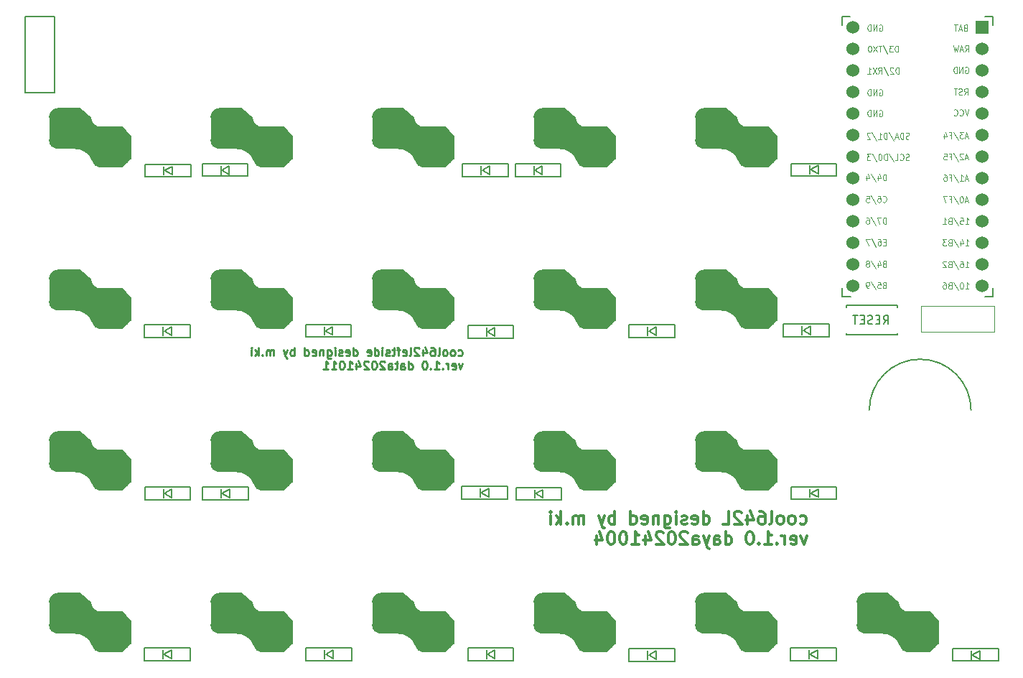
<source format=gbr>
%TF.GenerationSoftware,KiCad,Pcbnew,7.0.8*%
%TF.CreationDate,2024-10-11T08:32:43+09:00*%
%TF.ProjectId,cool642,636f6f6c-3634-4322-9e6b-696361645f70,rev?*%
%TF.SameCoordinates,Original*%
%TF.FileFunction,Legend,Bot*%
%TF.FilePolarity,Positive*%
%FSLAX46Y46*%
G04 Gerber Fmt 4.6, Leading zero omitted, Abs format (unit mm)*
G04 Created by KiCad (PCBNEW 7.0.8) date 2024-10-11 08:32:43*
%MOMM*%
%LPD*%
G01*
G04 APERTURE LIST*
%ADD10C,0.250000*%
%ADD11C,0.300000*%
%ADD12C,0.150000*%
%ADD13C,0.125000*%
%ADD14C,0.120000*%
%ADD15C,1.524000*%
%ADD16R,1.524000X1.524000*%
G04 APERTURE END LIST*
D10*
X40908860Y-30447000D02*
X41004098Y-30494619D01*
X41004098Y-30494619D02*
X41194574Y-30494619D01*
X41194574Y-30494619D02*
X41289812Y-30447000D01*
X41289812Y-30447000D02*
X41337431Y-30399380D01*
X41337431Y-30399380D02*
X41385050Y-30304142D01*
X41385050Y-30304142D02*
X41385050Y-30018428D01*
X41385050Y-30018428D02*
X41337431Y-29923190D01*
X41337431Y-29923190D02*
X41289812Y-29875571D01*
X41289812Y-29875571D02*
X41194574Y-29827952D01*
X41194574Y-29827952D02*
X41004098Y-29827952D01*
X41004098Y-29827952D02*
X40908860Y-29875571D01*
X40337431Y-30494619D02*
X40432669Y-30447000D01*
X40432669Y-30447000D02*
X40480288Y-30399380D01*
X40480288Y-30399380D02*
X40527907Y-30304142D01*
X40527907Y-30304142D02*
X40527907Y-30018428D01*
X40527907Y-30018428D02*
X40480288Y-29923190D01*
X40480288Y-29923190D02*
X40432669Y-29875571D01*
X40432669Y-29875571D02*
X40337431Y-29827952D01*
X40337431Y-29827952D02*
X40194574Y-29827952D01*
X40194574Y-29827952D02*
X40099336Y-29875571D01*
X40099336Y-29875571D02*
X40051717Y-29923190D01*
X40051717Y-29923190D02*
X40004098Y-30018428D01*
X40004098Y-30018428D02*
X40004098Y-30304142D01*
X40004098Y-30304142D02*
X40051717Y-30399380D01*
X40051717Y-30399380D02*
X40099336Y-30447000D01*
X40099336Y-30447000D02*
X40194574Y-30494619D01*
X40194574Y-30494619D02*
X40337431Y-30494619D01*
X39432669Y-30494619D02*
X39527907Y-30447000D01*
X39527907Y-30447000D02*
X39575526Y-30399380D01*
X39575526Y-30399380D02*
X39623145Y-30304142D01*
X39623145Y-30304142D02*
X39623145Y-30018428D01*
X39623145Y-30018428D02*
X39575526Y-29923190D01*
X39575526Y-29923190D02*
X39527907Y-29875571D01*
X39527907Y-29875571D02*
X39432669Y-29827952D01*
X39432669Y-29827952D02*
X39289812Y-29827952D01*
X39289812Y-29827952D02*
X39194574Y-29875571D01*
X39194574Y-29875571D02*
X39146955Y-29923190D01*
X39146955Y-29923190D02*
X39099336Y-30018428D01*
X39099336Y-30018428D02*
X39099336Y-30304142D01*
X39099336Y-30304142D02*
X39146955Y-30399380D01*
X39146955Y-30399380D02*
X39194574Y-30447000D01*
X39194574Y-30447000D02*
X39289812Y-30494619D01*
X39289812Y-30494619D02*
X39432669Y-30494619D01*
X38527907Y-30494619D02*
X38623145Y-30447000D01*
X38623145Y-30447000D02*
X38670764Y-30351761D01*
X38670764Y-30351761D02*
X38670764Y-29494619D01*
X37718383Y-29494619D02*
X37908859Y-29494619D01*
X37908859Y-29494619D02*
X38004097Y-29542238D01*
X38004097Y-29542238D02*
X38051716Y-29589857D01*
X38051716Y-29589857D02*
X38146954Y-29732714D01*
X38146954Y-29732714D02*
X38194573Y-29923190D01*
X38194573Y-29923190D02*
X38194573Y-30304142D01*
X38194573Y-30304142D02*
X38146954Y-30399380D01*
X38146954Y-30399380D02*
X38099335Y-30447000D01*
X38099335Y-30447000D02*
X38004097Y-30494619D01*
X38004097Y-30494619D02*
X37813621Y-30494619D01*
X37813621Y-30494619D02*
X37718383Y-30447000D01*
X37718383Y-30447000D02*
X37670764Y-30399380D01*
X37670764Y-30399380D02*
X37623145Y-30304142D01*
X37623145Y-30304142D02*
X37623145Y-30066047D01*
X37623145Y-30066047D02*
X37670764Y-29970809D01*
X37670764Y-29970809D02*
X37718383Y-29923190D01*
X37718383Y-29923190D02*
X37813621Y-29875571D01*
X37813621Y-29875571D02*
X38004097Y-29875571D01*
X38004097Y-29875571D02*
X38099335Y-29923190D01*
X38099335Y-29923190D02*
X38146954Y-29970809D01*
X38146954Y-29970809D02*
X38194573Y-30066047D01*
X36766002Y-29827952D02*
X36766002Y-30494619D01*
X37004097Y-29447000D02*
X37242192Y-30161285D01*
X37242192Y-30161285D02*
X36623145Y-30161285D01*
X36289811Y-29589857D02*
X36242192Y-29542238D01*
X36242192Y-29542238D02*
X36146954Y-29494619D01*
X36146954Y-29494619D02*
X35908859Y-29494619D01*
X35908859Y-29494619D02*
X35813621Y-29542238D01*
X35813621Y-29542238D02*
X35766002Y-29589857D01*
X35766002Y-29589857D02*
X35718383Y-29685095D01*
X35718383Y-29685095D02*
X35718383Y-29780333D01*
X35718383Y-29780333D02*
X35766002Y-29923190D01*
X35766002Y-29923190D02*
X36337430Y-30494619D01*
X36337430Y-30494619D02*
X35718383Y-30494619D01*
X35146954Y-30494619D02*
X35242192Y-30447000D01*
X35242192Y-30447000D02*
X35289811Y-30351761D01*
X35289811Y-30351761D02*
X35289811Y-29494619D01*
X34385049Y-30447000D02*
X34480287Y-30494619D01*
X34480287Y-30494619D02*
X34670763Y-30494619D01*
X34670763Y-30494619D02*
X34766001Y-30447000D01*
X34766001Y-30447000D02*
X34813620Y-30351761D01*
X34813620Y-30351761D02*
X34813620Y-29970809D01*
X34813620Y-29970809D02*
X34766001Y-29875571D01*
X34766001Y-29875571D02*
X34670763Y-29827952D01*
X34670763Y-29827952D02*
X34480287Y-29827952D01*
X34480287Y-29827952D02*
X34385049Y-29875571D01*
X34385049Y-29875571D02*
X34337430Y-29970809D01*
X34337430Y-29970809D02*
X34337430Y-30066047D01*
X34337430Y-30066047D02*
X34813620Y-30161285D01*
X34051715Y-29827952D02*
X33670763Y-29827952D01*
X33908858Y-30494619D02*
X33908858Y-29637476D01*
X33908858Y-29637476D02*
X33861239Y-29542238D01*
X33861239Y-29542238D02*
X33766001Y-29494619D01*
X33766001Y-29494619D02*
X33670763Y-29494619D01*
X33480286Y-29827952D02*
X33099334Y-29827952D01*
X33337429Y-29494619D02*
X33337429Y-30351761D01*
X33337429Y-30351761D02*
X33289810Y-30447000D01*
X33289810Y-30447000D02*
X33194572Y-30494619D01*
X33194572Y-30494619D02*
X33099334Y-30494619D01*
X32813619Y-30447000D02*
X32718381Y-30494619D01*
X32718381Y-30494619D02*
X32527905Y-30494619D01*
X32527905Y-30494619D02*
X32432667Y-30447000D01*
X32432667Y-30447000D02*
X32385048Y-30351761D01*
X32385048Y-30351761D02*
X32385048Y-30304142D01*
X32385048Y-30304142D02*
X32432667Y-30208904D01*
X32432667Y-30208904D02*
X32527905Y-30161285D01*
X32527905Y-30161285D02*
X32670762Y-30161285D01*
X32670762Y-30161285D02*
X32766000Y-30113666D01*
X32766000Y-30113666D02*
X32813619Y-30018428D01*
X32813619Y-30018428D02*
X32813619Y-29970809D01*
X32813619Y-29970809D02*
X32766000Y-29875571D01*
X32766000Y-29875571D02*
X32670762Y-29827952D01*
X32670762Y-29827952D02*
X32527905Y-29827952D01*
X32527905Y-29827952D02*
X32432667Y-29875571D01*
X31956476Y-30494619D02*
X31956476Y-29827952D01*
X31956476Y-29494619D02*
X32004095Y-29542238D01*
X32004095Y-29542238D02*
X31956476Y-29589857D01*
X31956476Y-29589857D02*
X31908857Y-29542238D01*
X31908857Y-29542238D02*
X31956476Y-29494619D01*
X31956476Y-29494619D02*
X31956476Y-29589857D01*
X31051715Y-30494619D02*
X31051715Y-29494619D01*
X31051715Y-30447000D02*
X31146953Y-30494619D01*
X31146953Y-30494619D02*
X31337429Y-30494619D01*
X31337429Y-30494619D02*
X31432667Y-30447000D01*
X31432667Y-30447000D02*
X31480286Y-30399380D01*
X31480286Y-30399380D02*
X31527905Y-30304142D01*
X31527905Y-30304142D02*
X31527905Y-30018428D01*
X31527905Y-30018428D02*
X31480286Y-29923190D01*
X31480286Y-29923190D02*
X31432667Y-29875571D01*
X31432667Y-29875571D02*
X31337429Y-29827952D01*
X31337429Y-29827952D02*
X31146953Y-29827952D01*
X31146953Y-29827952D02*
X31051715Y-29875571D01*
X30194572Y-30447000D02*
X30289810Y-30494619D01*
X30289810Y-30494619D02*
X30480286Y-30494619D01*
X30480286Y-30494619D02*
X30575524Y-30447000D01*
X30575524Y-30447000D02*
X30623143Y-30351761D01*
X30623143Y-30351761D02*
X30623143Y-29970809D01*
X30623143Y-29970809D02*
X30575524Y-29875571D01*
X30575524Y-29875571D02*
X30480286Y-29827952D01*
X30480286Y-29827952D02*
X30289810Y-29827952D01*
X30289810Y-29827952D02*
X30194572Y-29875571D01*
X30194572Y-29875571D02*
X30146953Y-29970809D01*
X30146953Y-29970809D02*
X30146953Y-30066047D01*
X30146953Y-30066047D02*
X30623143Y-30161285D01*
X28527905Y-30494619D02*
X28527905Y-29494619D01*
X28527905Y-30447000D02*
X28623143Y-30494619D01*
X28623143Y-30494619D02*
X28813619Y-30494619D01*
X28813619Y-30494619D02*
X28908857Y-30447000D01*
X28908857Y-30447000D02*
X28956476Y-30399380D01*
X28956476Y-30399380D02*
X29004095Y-30304142D01*
X29004095Y-30304142D02*
X29004095Y-30018428D01*
X29004095Y-30018428D02*
X28956476Y-29923190D01*
X28956476Y-29923190D02*
X28908857Y-29875571D01*
X28908857Y-29875571D02*
X28813619Y-29827952D01*
X28813619Y-29827952D02*
X28623143Y-29827952D01*
X28623143Y-29827952D02*
X28527905Y-29875571D01*
X27670762Y-30447000D02*
X27766000Y-30494619D01*
X27766000Y-30494619D02*
X27956476Y-30494619D01*
X27956476Y-30494619D02*
X28051714Y-30447000D01*
X28051714Y-30447000D02*
X28099333Y-30351761D01*
X28099333Y-30351761D02*
X28099333Y-29970809D01*
X28099333Y-29970809D02*
X28051714Y-29875571D01*
X28051714Y-29875571D02*
X27956476Y-29827952D01*
X27956476Y-29827952D02*
X27766000Y-29827952D01*
X27766000Y-29827952D02*
X27670762Y-29875571D01*
X27670762Y-29875571D02*
X27623143Y-29970809D01*
X27623143Y-29970809D02*
X27623143Y-30066047D01*
X27623143Y-30066047D02*
X28099333Y-30161285D01*
X27242190Y-30447000D02*
X27146952Y-30494619D01*
X27146952Y-30494619D02*
X26956476Y-30494619D01*
X26956476Y-30494619D02*
X26861238Y-30447000D01*
X26861238Y-30447000D02*
X26813619Y-30351761D01*
X26813619Y-30351761D02*
X26813619Y-30304142D01*
X26813619Y-30304142D02*
X26861238Y-30208904D01*
X26861238Y-30208904D02*
X26956476Y-30161285D01*
X26956476Y-30161285D02*
X27099333Y-30161285D01*
X27099333Y-30161285D02*
X27194571Y-30113666D01*
X27194571Y-30113666D02*
X27242190Y-30018428D01*
X27242190Y-30018428D02*
X27242190Y-29970809D01*
X27242190Y-29970809D02*
X27194571Y-29875571D01*
X27194571Y-29875571D02*
X27099333Y-29827952D01*
X27099333Y-29827952D02*
X26956476Y-29827952D01*
X26956476Y-29827952D02*
X26861238Y-29875571D01*
X26385047Y-30494619D02*
X26385047Y-29827952D01*
X26385047Y-29494619D02*
X26432666Y-29542238D01*
X26432666Y-29542238D02*
X26385047Y-29589857D01*
X26385047Y-29589857D02*
X26337428Y-29542238D01*
X26337428Y-29542238D02*
X26385047Y-29494619D01*
X26385047Y-29494619D02*
X26385047Y-29589857D01*
X25480286Y-29827952D02*
X25480286Y-30637476D01*
X25480286Y-30637476D02*
X25527905Y-30732714D01*
X25527905Y-30732714D02*
X25575524Y-30780333D01*
X25575524Y-30780333D02*
X25670762Y-30827952D01*
X25670762Y-30827952D02*
X25813619Y-30827952D01*
X25813619Y-30827952D02*
X25908857Y-30780333D01*
X25480286Y-30447000D02*
X25575524Y-30494619D01*
X25575524Y-30494619D02*
X25766000Y-30494619D01*
X25766000Y-30494619D02*
X25861238Y-30447000D01*
X25861238Y-30447000D02*
X25908857Y-30399380D01*
X25908857Y-30399380D02*
X25956476Y-30304142D01*
X25956476Y-30304142D02*
X25956476Y-30018428D01*
X25956476Y-30018428D02*
X25908857Y-29923190D01*
X25908857Y-29923190D02*
X25861238Y-29875571D01*
X25861238Y-29875571D02*
X25766000Y-29827952D01*
X25766000Y-29827952D02*
X25575524Y-29827952D01*
X25575524Y-29827952D02*
X25480286Y-29875571D01*
X25004095Y-29827952D02*
X25004095Y-30494619D01*
X25004095Y-29923190D02*
X24956476Y-29875571D01*
X24956476Y-29875571D02*
X24861238Y-29827952D01*
X24861238Y-29827952D02*
X24718381Y-29827952D01*
X24718381Y-29827952D02*
X24623143Y-29875571D01*
X24623143Y-29875571D02*
X24575524Y-29970809D01*
X24575524Y-29970809D02*
X24575524Y-30494619D01*
X23718381Y-30447000D02*
X23813619Y-30494619D01*
X23813619Y-30494619D02*
X24004095Y-30494619D01*
X24004095Y-30494619D02*
X24099333Y-30447000D01*
X24099333Y-30447000D02*
X24146952Y-30351761D01*
X24146952Y-30351761D02*
X24146952Y-29970809D01*
X24146952Y-29970809D02*
X24099333Y-29875571D01*
X24099333Y-29875571D02*
X24004095Y-29827952D01*
X24004095Y-29827952D02*
X23813619Y-29827952D01*
X23813619Y-29827952D02*
X23718381Y-29875571D01*
X23718381Y-29875571D02*
X23670762Y-29970809D01*
X23670762Y-29970809D02*
X23670762Y-30066047D01*
X23670762Y-30066047D02*
X24146952Y-30161285D01*
X22813619Y-30494619D02*
X22813619Y-29494619D01*
X22813619Y-30447000D02*
X22908857Y-30494619D01*
X22908857Y-30494619D02*
X23099333Y-30494619D01*
X23099333Y-30494619D02*
X23194571Y-30447000D01*
X23194571Y-30447000D02*
X23242190Y-30399380D01*
X23242190Y-30399380D02*
X23289809Y-30304142D01*
X23289809Y-30304142D02*
X23289809Y-30018428D01*
X23289809Y-30018428D02*
X23242190Y-29923190D01*
X23242190Y-29923190D02*
X23194571Y-29875571D01*
X23194571Y-29875571D02*
X23099333Y-29827952D01*
X23099333Y-29827952D02*
X22908857Y-29827952D01*
X22908857Y-29827952D02*
X22813619Y-29875571D01*
X21575523Y-30494619D02*
X21575523Y-29494619D01*
X21575523Y-29875571D02*
X21480285Y-29827952D01*
X21480285Y-29827952D02*
X21289809Y-29827952D01*
X21289809Y-29827952D02*
X21194571Y-29875571D01*
X21194571Y-29875571D02*
X21146952Y-29923190D01*
X21146952Y-29923190D02*
X21099333Y-30018428D01*
X21099333Y-30018428D02*
X21099333Y-30304142D01*
X21099333Y-30304142D02*
X21146952Y-30399380D01*
X21146952Y-30399380D02*
X21194571Y-30447000D01*
X21194571Y-30447000D02*
X21289809Y-30494619D01*
X21289809Y-30494619D02*
X21480285Y-30494619D01*
X21480285Y-30494619D02*
X21575523Y-30447000D01*
X20765999Y-29827952D02*
X20527904Y-30494619D01*
X20289809Y-29827952D02*
X20527904Y-30494619D01*
X20527904Y-30494619D02*
X20623142Y-30732714D01*
X20623142Y-30732714D02*
X20670761Y-30780333D01*
X20670761Y-30780333D02*
X20765999Y-30827952D01*
X19146951Y-30494619D02*
X19146951Y-29827952D01*
X19146951Y-29923190D02*
X19099332Y-29875571D01*
X19099332Y-29875571D02*
X19004094Y-29827952D01*
X19004094Y-29827952D02*
X18861237Y-29827952D01*
X18861237Y-29827952D02*
X18765999Y-29875571D01*
X18765999Y-29875571D02*
X18718380Y-29970809D01*
X18718380Y-29970809D02*
X18718380Y-30494619D01*
X18718380Y-29970809D02*
X18670761Y-29875571D01*
X18670761Y-29875571D02*
X18575523Y-29827952D01*
X18575523Y-29827952D02*
X18432666Y-29827952D01*
X18432666Y-29827952D02*
X18337427Y-29875571D01*
X18337427Y-29875571D02*
X18289808Y-29970809D01*
X18289808Y-29970809D02*
X18289808Y-30494619D01*
X17813618Y-30399380D02*
X17765999Y-30447000D01*
X17765999Y-30447000D02*
X17813618Y-30494619D01*
X17813618Y-30494619D02*
X17861237Y-30447000D01*
X17861237Y-30447000D02*
X17813618Y-30399380D01*
X17813618Y-30399380D02*
X17813618Y-30494619D01*
X17337428Y-30494619D02*
X17337428Y-29494619D01*
X17242190Y-30113666D02*
X16956476Y-30494619D01*
X16956476Y-29827952D02*
X17337428Y-30208904D01*
X16527904Y-30494619D02*
X16527904Y-29827952D01*
X16527904Y-29494619D02*
X16575523Y-29542238D01*
X16575523Y-29542238D02*
X16527904Y-29589857D01*
X16527904Y-29589857D02*
X16480285Y-29542238D01*
X16480285Y-29542238D02*
X16527904Y-29494619D01*
X16527904Y-29494619D02*
X16527904Y-29589857D01*
X41432669Y-31437952D02*
X41194574Y-32104619D01*
X41194574Y-32104619D02*
X40956479Y-31437952D01*
X40194574Y-32057000D02*
X40289812Y-32104619D01*
X40289812Y-32104619D02*
X40480288Y-32104619D01*
X40480288Y-32104619D02*
X40575526Y-32057000D01*
X40575526Y-32057000D02*
X40623145Y-31961761D01*
X40623145Y-31961761D02*
X40623145Y-31580809D01*
X40623145Y-31580809D02*
X40575526Y-31485571D01*
X40575526Y-31485571D02*
X40480288Y-31437952D01*
X40480288Y-31437952D02*
X40289812Y-31437952D01*
X40289812Y-31437952D02*
X40194574Y-31485571D01*
X40194574Y-31485571D02*
X40146955Y-31580809D01*
X40146955Y-31580809D02*
X40146955Y-31676047D01*
X40146955Y-31676047D02*
X40623145Y-31771285D01*
X39718383Y-32104619D02*
X39718383Y-31437952D01*
X39718383Y-31628428D02*
X39670764Y-31533190D01*
X39670764Y-31533190D02*
X39623145Y-31485571D01*
X39623145Y-31485571D02*
X39527907Y-31437952D01*
X39527907Y-31437952D02*
X39432669Y-31437952D01*
X39099335Y-32009380D02*
X39051716Y-32057000D01*
X39051716Y-32057000D02*
X39099335Y-32104619D01*
X39099335Y-32104619D02*
X39146954Y-32057000D01*
X39146954Y-32057000D02*
X39099335Y-32009380D01*
X39099335Y-32009380D02*
X39099335Y-32104619D01*
X38099336Y-32104619D02*
X38670764Y-32104619D01*
X38385050Y-32104619D02*
X38385050Y-31104619D01*
X38385050Y-31104619D02*
X38480288Y-31247476D01*
X38480288Y-31247476D02*
X38575526Y-31342714D01*
X38575526Y-31342714D02*
X38670764Y-31390333D01*
X37670764Y-32009380D02*
X37623145Y-32057000D01*
X37623145Y-32057000D02*
X37670764Y-32104619D01*
X37670764Y-32104619D02*
X37718383Y-32057000D01*
X37718383Y-32057000D02*
X37670764Y-32009380D01*
X37670764Y-32009380D02*
X37670764Y-32104619D01*
X37004098Y-31104619D02*
X36908860Y-31104619D01*
X36908860Y-31104619D02*
X36813622Y-31152238D01*
X36813622Y-31152238D02*
X36766003Y-31199857D01*
X36766003Y-31199857D02*
X36718384Y-31295095D01*
X36718384Y-31295095D02*
X36670765Y-31485571D01*
X36670765Y-31485571D02*
X36670765Y-31723666D01*
X36670765Y-31723666D02*
X36718384Y-31914142D01*
X36718384Y-31914142D02*
X36766003Y-32009380D01*
X36766003Y-32009380D02*
X36813622Y-32057000D01*
X36813622Y-32057000D02*
X36908860Y-32104619D01*
X36908860Y-32104619D02*
X37004098Y-32104619D01*
X37004098Y-32104619D02*
X37099336Y-32057000D01*
X37099336Y-32057000D02*
X37146955Y-32009380D01*
X37146955Y-32009380D02*
X37194574Y-31914142D01*
X37194574Y-31914142D02*
X37242193Y-31723666D01*
X37242193Y-31723666D02*
X37242193Y-31485571D01*
X37242193Y-31485571D02*
X37194574Y-31295095D01*
X37194574Y-31295095D02*
X37146955Y-31199857D01*
X37146955Y-31199857D02*
X37099336Y-31152238D01*
X37099336Y-31152238D02*
X37004098Y-31104619D01*
X35051717Y-32104619D02*
X35051717Y-31104619D01*
X35051717Y-32057000D02*
X35146955Y-32104619D01*
X35146955Y-32104619D02*
X35337431Y-32104619D01*
X35337431Y-32104619D02*
X35432669Y-32057000D01*
X35432669Y-32057000D02*
X35480288Y-32009380D01*
X35480288Y-32009380D02*
X35527907Y-31914142D01*
X35527907Y-31914142D02*
X35527907Y-31628428D01*
X35527907Y-31628428D02*
X35480288Y-31533190D01*
X35480288Y-31533190D02*
X35432669Y-31485571D01*
X35432669Y-31485571D02*
X35337431Y-31437952D01*
X35337431Y-31437952D02*
X35146955Y-31437952D01*
X35146955Y-31437952D02*
X35051717Y-31485571D01*
X34146955Y-32104619D02*
X34146955Y-31580809D01*
X34146955Y-31580809D02*
X34194574Y-31485571D01*
X34194574Y-31485571D02*
X34289812Y-31437952D01*
X34289812Y-31437952D02*
X34480288Y-31437952D01*
X34480288Y-31437952D02*
X34575526Y-31485571D01*
X34146955Y-32057000D02*
X34242193Y-32104619D01*
X34242193Y-32104619D02*
X34480288Y-32104619D01*
X34480288Y-32104619D02*
X34575526Y-32057000D01*
X34575526Y-32057000D02*
X34623145Y-31961761D01*
X34623145Y-31961761D02*
X34623145Y-31866523D01*
X34623145Y-31866523D02*
X34575526Y-31771285D01*
X34575526Y-31771285D02*
X34480288Y-31723666D01*
X34480288Y-31723666D02*
X34242193Y-31723666D01*
X34242193Y-31723666D02*
X34146955Y-31676047D01*
X33813621Y-31437952D02*
X33432669Y-31437952D01*
X33670764Y-31104619D02*
X33670764Y-31961761D01*
X33670764Y-31961761D02*
X33623145Y-32057000D01*
X33623145Y-32057000D02*
X33527907Y-32104619D01*
X33527907Y-32104619D02*
X33432669Y-32104619D01*
X32670764Y-32104619D02*
X32670764Y-31580809D01*
X32670764Y-31580809D02*
X32718383Y-31485571D01*
X32718383Y-31485571D02*
X32813621Y-31437952D01*
X32813621Y-31437952D02*
X33004097Y-31437952D01*
X33004097Y-31437952D02*
X33099335Y-31485571D01*
X32670764Y-32057000D02*
X32766002Y-32104619D01*
X32766002Y-32104619D02*
X33004097Y-32104619D01*
X33004097Y-32104619D02*
X33099335Y-32057000D01*
X33099335Y-32057000D02*
X33146954Y-31961761D01*
X33146954Y-31961761D02*
X33146954Y-31866523D01*
X33146954Y-31866523D02*
X33099335Y-31771285D01*
X33099335Y-31771285D02*
X33004097Y-31723666D01*
X33004097Y-31723666D02*
X32766002Y-31723666D01*
X32766002Y-31723666D02*
X32670764Y-31676047D01*
X32242192Y-31199857D02*
X32194573Y-31152238D01*
X32194573Y-31152238D02*
X32099335Y-31104619D01*
X32099335Y-31104619D02*
X31861240Y-31104619D01*
X31861240Y-31104619D02*
X31766002Y-31152238D01*
X31766002Y-31152238D02*
X31718383Y-31199857D01*
X31718383Y-31199857D02*
X31670764Y-31295095D01*
X31670764Y-31295095D02*
X31670764Y-31390333D01*
X31670764Y-31390333D02*
X31718383Y-31533190D01*
X31718383Y-31533190D02*
X32289811Y-32104619D01*
X32289811Y-32104619D02*
X31670764Y-32104619D01*
X31051716Y-31104619D02*
X30956478Y-31104619D01*
X30956478Y-31104619D02*
X30861240Y-31152238D01*
X30861240Y-31152238D02*
X30813621Y-31199857D01*
X30813621Y-31199857D02*
X30766002Y-31295095D01*
X30766002Y-31295095D02*
X30718383Y-31485571D01*
X30718383Y-31485571D02*
X30718383Y-31723666D01*
X30718383Y-31723666D02*
X30766002Y-31914142D01*
X30766002Y-31914142D02*
X30813621Y-32009380D01*
X30813621Y-32009380D02*
X30861240Y-32057000D01*
X30861240Y-32057000D02*
X30956478Y-32104619D01*
X30956478Y-32104619D02*
X31051716Y-32104619D01*
X31051716Y-32104619D02*
X31146954Y-32057000D01*
X31146954Y-32057000D02*
X31194573Y-32009380D01*
X31194573Y-32009380D02*
X31242192Y-31914142D01*
X31242192Y-31914142D02*
X31289811Y-31723666D01*
X31289811Y-31723666D02*
X31289811Y-31485571D01*
X31289811Y-31485571D02*
X31242192Y-31295095D01*
X31242192Y-31295095D02*
X31194573Y-31199857D01*
X31194573Y-31199857D02*
X31146954Y-31152238D01*
X31146954Y-31152238D02*
X31051716Y-31104619D01*
X30337430Y-31199857D02*
X30289811Y-31152238D01*
X30289811Y-31152238D02*
X30194573Y-31104619D01*
X30194573Y-31104619D02*
X29956478Y-31104619D01*
X29956478Y-31104619D02*
X29861240Y-31152238D01*
X29861240Y-31152238D02*
X29813621Y-31199857D01*
X29813621Y-31199857D02*
X29766002Y-31295095D01*
X29766002Y-31295095D02*
X29766002Y-31390333D01*
X29766002Y-31390333D02*
X29813621Y-31533190D01*
X29813621Y-31533190D02*
X30385049Y-32104619D01*
X30385049Y-32104619D02*
X29766002Y-32104619D01*
X28908859Y-31437952D02*
X28908859Y-32104619D01*
X29146954Y-31057000D02*
X29385049Y-31771285D01*
X29385049Y-31771285D02*
X28766002Y-31771285D01*
X27861240Y-32104619D02*
X28432668Y-32104619D01*
X28146954Y-32104619D02*
X28146954Y-31104619D01*
X28146954Y-31104619D02*
X28242192Y-31247476D01*
X28242192Y-31247476D02*
X28337430Y-31342714D01*
X28337430Y-31342714D02*
X28432668Y-31390333D01*
X27242192Y-31104619D02*
X27146954Y-31104619D01*
X27146954Y-31104619D02*
X27051716Y-31152238D01*
X27051716Y-31152238D02*
X27004097Y-31199857D01*
X27004097Y-31199857D02*
X26956478Y-31295095D01*
X26956478Y-31295095D02*
X26908859Y-31485571D01*
X26908859Y-31485571D02*
X26908859Y-31723666D01*
X26908859Y-31723666D02*
X26956478Y-31914142D01*
X26956478Y-31914142D02*
X27004097Y-32009380D01*
X27004097Y-32009380D02*
X27051716Y-32057000D01*
X27051716Y-32057000D02*
X27146954Y-32104619D01*
X27146954Y-32104619D02*
X27242192Y-32104619D01*
X27242192Y-32104619D02*
X27337430Y-32057000D01*
X27337430Y-32057000D02*
X27385049Y-32009380D01*
X27385049Y-32009380D02*
X27432668Y-31914142D01*
X27432668Y-31914142D02*
X27480287Y-31723666D01*
X27480287Y-31723666D02*
X27480287Y-31485571D01*
X27480287Y-31485571D02*
X27432668Y-31295095D01*
X27432668Y-31295095D02*
X27385049Y-31199857D01*
X27385049Y-31199857D02*
X27337430Y-31152238D01*
X27337430Y-31152238D02*
X27242192Y-31104619D01*
X25956478Y-32104619D02*
X26527906Y-32104619D01*
X26242192Y-32104619D02*
X26242192Y-31104619D01*
X26242192Y-31104619D02*
X26337430Y-31247476D01*
X26337430Y-31247476D02*
X26432668Y-31342714D01*
X26432668Y-31342714D02*
X26527906Y-31390333D01*
X25004097Y-32104619D02*
X25575525Y-32104619D01*
X25289811Y-32104619D02*
X25289811Y-31104619D01*
X25289811Y-31104619D02*
X25385049Y-31247476D01*
X25385049Y-31247476D02*
X25480287Y-31342714D01*
X25480287Y-31342714D02*
X25575525Y-31390333D01*
D11*
X81242632Y-50254400D02*
X81385489Y-50325828D01*
X81385489Y-50325828D02*
X81671203Y-50325828D01*
X81671203Y-50325828D02*
X81814060Y-50254400D01*
X81814060Y-50254400D02*
X81885489Y-50182971D01*
X81885489Y-50182971D02*
X81956917Y-50040114D01*
X81956917Y-50040114D02*
X81956917Y-49611542D01*
X81956917Y-49611542D02*
X81885489Y-49468685D01*
X81885489Y-49468685D02*
X81814060Y-49397257D01*
X81814060Y-49397257D02*
X81671203Y-49325828D01*
X81671203Y-49325828D02*
X81385489Y-49325828D01*
X81385489Y-49325828D02*
X81242632Y-49397257D01*
X80385489Y-50325828D02*
X80528346Y-50254400D01*
X80528346Y-50254400D02*
X80599775Y-50182971D01*
X80599775Y-50182971D02*
X80671203Y-50040114D01*
X80671203Y-50040114D02*
X80671203Y-49611542D01*
X80671203Y-49611542D02*
X80599775Y-49468685D01*
X80599775Y-49468685D02*
X80528346Y-49397257D01*
X80528346Y-49397257D02*
X80385489Y-49325828D01*
X80385489Y-49325828D02*
X80171203Y-49325828D01*
X80171203Y-49325828D02*
X80028346Y-49397257D01*
X80028346Y-49397257D02*
X79956918Y-49468685D01*
X79956918Y-49468685D02*
X79885489Y-49611542D01*
X79885489Y-49611542D02*
X79885489Y-50040114D01*
X79885489Y-50040114D02*
X79956918Y-50182971D01*
X79956918Y-50182971D02*
X80028346Y-50254400D01*
X80028346Y-50254400D02*
X80171203Y-50325828D01*
X80171203Y-50325828D02*
X80385489Y-50325828D01*
X79028346Y-50325828D02*
X79171203Y-50254400D01*
X79171203Y-50254400D02*
X79242632Y-50182971D01*
X79242632Y-50182971D02*
X79314060Y-50040114D01*
X79314060Y-50040114D02*
X79314060Y-49611542D01*
X79314060Y-49611542D02*
X79242632Y-49468685D01*
X79242632Y-49468685D02*
X79171203Y-49397257D01*
X79171203Y-49397257D02*
X79028346Y-49325828D01*
X79028346Y-49325828D02*
X78814060Y-49325828D01*
X78814060Y-49325828D02*
X78671203Y-49397257D01*
X78671203Y-49397257D02*
X78599775Y-49468685D01*
X78599775Y-49468685D02*
X78528346Y-49611542D01*
X78528346Y-49611542D02*
X78528346Y-50040114D01*
X78528346Y-50040114D02*
X78599775Y-50182971D01*
X78599775Y-50182971D02*
X78671203Y-50254400D01*
X78671203Y-50254400D02*
X78814060Y-50325828D01*
X78814060Y-50325828D02*
X79028346Y-50325828D01*
X77671203Y-50325828D02*
X77814060Y-50254400D01*
X77814060Y-50254400D02*
X77885489Y-50111542D01*
X77885489Y-50111542D02*
X77885489Y-48825828D01*
X76456918Y-48825828D02*
X76742632Y-48825828D01*
X76742632Y-48825828D02*
X76885489Y-48897257D01*
X76885489Y-48897257D02*
X76956918Y-48968685D01*
X76956918Y-48968685D02*
X77099775Y-49182971D01*
X77099775Y-49182971D02*
X77171203Y-49468685D01*
X77171203Y-49468685D02*
X77171203Y-50040114D01*
X77171203Y-50040114D02*
X77099775Y-50182971D01*
X77099775Y-50182971D02*
X77028346Y-50254400D01*
X77028346Y-50254400D02*
X76885489Y-50325828D01*
X76885489Y-50325828D02*
X76599775Y-50325828D01*
X76599775Y-50325828D02*
X76456918Y-50254400D01*
X76456918Y-50254400D02*
X76385489Y-50182971D01*
X76385489Y-50182971D02*
X76314060Y-50040114D01*
X76314060Y-50040114D02*
X76314060Y-49682971D01*
X76314060Y-49682971D02*
X76385489Y-49540114D01*
X76385489Y-49540114D02*
X76456918Y-49468685D01*
X76456918Y-49468685D02*
X76599775Y-49397257D01*
X76599775Y-49397257D02*
X76885489Y-49397257D01*
X76885489Y-49397257D02*
X77028346Y-49468685D01*
X77028346Y-49468685D02*
X77099775Y-49540114D01*
X77099775Y-49540114D02*
X77171203Y-49682971D01*
X75028347Y-49325828D02*
X75028347Y-50325828D01*
X75385489Y-48754400D02*
X75742632Y-49825828D01*
X75742632Y-49825828D02*
X74814061Y-49825828D01*
X74314061Y-48968685D02*
X74242633Y-48897257D01*
X74242633Y-48897257D02*
X74099776Y-48825828D01*
X74099776Y-48825828D02*
X73742633Y-48825828D01*
X73742633Y-48825828D02*
X73599776Y-48897257D01*
X73599776Y-48897257D02*
X73528347Y-48968685D01*
X73528347Y-48968685D02*
X73456918Y-49111542D01*
X73456918Y-49111542D02*
X73456918Y-49254400D01*
X73456918Y-49254400D02*
X73528347Y-49468685D01*
X73528347Y-49468685D02*
X74385490Y-50325828D01*
X74385490Y-50325828D02*
X73456918Y-50325828D01*
X72099776Y-50325828D02*
X72814062Y-50325828D01*
X72814062Y-50325828D02*
X72814062Y-48825828D01*
X69814062Y-50325828D02*
X69814062Y-48825828D01*
X69814062Y-50254400D02*
X69956919Y-50325828D01*
X69956919Y-50325828D02*
X70242633Y-50325828D01*
X70242633Y-50325828D02*
X70385490Y-50254400D01*
X70385490Y-50254400D02*
X70456919Y-50182971D01*
X70456919Y-50182971D02*
X70528347Y-50040114D01*
X70528347Y-50040114D02*
X70528347Y-49611542D01*
X70528347Y-49611542D02*
X70456919Y-49468685D01*
X70456919Y-49468685D02*
X70385490Y-49397257D01*
X70385490Y-49397257D02*
X70242633Y-49325828D01*
X70242633Y-49325828D02*
X69956919Y-49325828D01*
X69956919Y-49325828D02*
X69814062Y-49397257D01*
X68528347Y-50254400D02*
X68671204Y-50325828D01*
X68671204Y-50325828D02*
X68956919Y-50325828D01*
X68956919Y-50325828D02*
X69099776Y-50254400D01*
X69099776Y-50254400D02*
X69171204Y-50111542D01*
X69171204Y-50111542D02*
X69171204Y-49540114D01*
X69171204Y-49540114D02*
X69099776Y-49397257D01*
X69099776Y-49397257D02*
X68956919Y-49325828D01*
X68956919Y-49325828D02*
X68671204Y-49325828D01*
X68671204Y-49325828D02*
X68528347Y-49397257D01*
X68528347Y-49397257D02*
X68456919Y-49540114D01*
X68456919Y-49540114D02*
X68456919Y-49682971D01*
X68456919Y-49682971D02*
X69171204Y-49825828D01*
X67885490Y-50254400D02*
X67742633Y-50325828D01*
X67742633Y-50325828D02*
X67456919Y-50325828D01*
X67456919Y-50325828D02*
X67314062Y-50254400D01*
X67314062Y-50254400D02*
X67242633Y-50111542D01*
X67242633Y-50111542D02*
X67242633Y-50040114D01*
X67242633Y-50040114D02*
X67314062Y-49897257D01*
X67314062Y-49897257D02*
X67456919Y-49825828D01*
X67456919Y-49825828D02*
X67671205Y-49825828D01*
X67671205Y-49825828D02*
X67814062Y-49754400D01*
X67814062Y-49754400D02*
X67885490Y-49611542D01*
X67885490Y-49611542D02*
X67885490Y-49540114D01*
X67885490Y-49540114D02*
X67814062Y-49397257D01*
X67814062Y-49397257D02*
X67671205Y-49325828D01*
X67671205Y-49325828D02*
X67456919Y-49325828D01*
X67456919Y-49325828D02*
X67314062Y-49397257D01*
X66599776Y-50325828D02*
X66599776Y-49325828D01*
X66599776Y-48825828D02*
X66671204Y-48897257D01*
X66671204Y-48897257D02*
X66599776Y-48968685D01*
X66599776Y-48968685D02*
X66528347Y-48897257D01*
X66528347Y-48897257D02*
X66599776Y-48825828D01*
X66599776Y-48825828D02*
X66599776Y-48968685D01*
X65242633Y-49325828D02*
X65242633Y-50540114D01*
X65242633Y-50540114D02*
X65314061Y-50682971D01*
X65314061Y-50682971D02*
X65385490Y-50754400D01*
X65385490Y-50754400D02*
X65528347Y-50825828D01*
X65528347Y-50825828D02*
X65742633Y-50825828D01*
X65742633Y-50825828D02*
X65885490Y-50754400D01*
X65242633Y-50254400D02*
X65385490Y-50325828D01*
X65385490Y-50325828D02*
X65671204Y-50325828D01*
X65671204Y-50325828D02*
X65814061Y-50254400D01*
X65814061Y-50254400D02*
X65885490Y-50182971D01*
X65885490Y-50182971D02*
X65956918Y-50040114D01*
X65956918Y-50040114D02*
X65956918Y-49611542D01*
X65956918Y-49611542D02*
X65885490Y-49468685D01*
X65885490Y-49468685D02*
X65814061Y-49397257D01*
X65814061Y-49397257D02*
X65671204Y-49325828D01*
X65671204Y-49325828D02*
X65385490Y-49325828D01*
X65385490Y-49325828D02*
X65242633Y-49397257D01*
X64528347Y-49325828D02*
X64528347Y-50325828D01*
X64528347Y-49468685D02*
X64456918Y-49397257D01*
X64456918Y-49397257D02*
X64314061Y-49325828D01*
X64314061Y-49325828D02*
X64099775Y-49325828D01*
X64099775Y-49325828D02*
X63956918Y-49397257D01*
X63956918Y-49397257D02*
X63885490Y-49540114D01*
X63885490Y-49540114D02*
X63885490Y-50325828D01*
X62599775Y-50254400D02*
X62742632Y-50325828D01*
X62742632Y-50325828D02*
X63028347Y-50325828D01*
X63028347Y-50325828D02*
X63171204Y-50254400D01*
X63171204Y-50254400D02*
X63242632Y-50111542D01*
X63242632Y-50111542D02*
X63242632Y-49540114D01*
X63242632Y-49540114D02*
X63171204Y-49397257D01*
X63171204Y-49397257D02*
X63028347Y-49325828D01*
X63028347Y-49325828D02*
X62742632Y-49325828D01*
X62742632Y-49325828D02*
X62599775Y-49397257D01*
X62599775Y-49397257D02*
X62528347Y-49540114D01*
X62528347Y-49540114D02*
X62528347Y-49682971D01*
X62528347Y-49682971D02*
X63242632Y-49825828D01*
X61242633Y-50325828D02*
X61242633Y-48825828D01*
X61242633Y-50254400D02*
X61385490Y-50325828D01*
X61385490Y-50325828D02*
X61671204Y-50325828D01*
X61671204Y-50325828D02*
X61814061Y-50254400D01*
X61814061Y-50254400D02*
X61885490Y-50182971D01*
X61885490Y-50182971D02*
X61956918Y-50040114D01*
X61956918Y-50040114D02*
X61956918Y-49611542D01*
X61956918Y-49611542D02*
X61885490Y-49468685D01*
X61885490Y-49468685D02*
X61814061Y-49397257D01*
X61814061Y-49397257D02*
X61671204Y-49325828D01*
X61671204Y-49325828D02*
X61385490Y-49325828D01*
X61385490Y-49325828D02*
X61242633Y-49397257D01*
X59385490Y-50325828D02*
X59385490Y-48825828D01*
X59385490Y-49397257D02*
X59242633Y-49325828D01*
X59242633Y-49325828D02*
X58956918Y-49325828D01*
X58956918Y-49325828D02*
X58814061Y-49397257D01*
X58814061Y-49397257D02*
X58742633Y-49468685D01*
X58742633Y-49468685D02*
X58671204Y-49611542D01*
X58671204Y-49611542D02*
X58671204Y-50040114D01*
X58671204Y-50040114D02*
X58742633Y-50182971D01*
X58742633Y-50182971D02*
X58814061Y-50254400D01*
X58814061Y-50254400D02*
X58956918Y-50325828D01*
X58956918Y-50325828D02*
X59242633Y-50325828D01*
X59242633Y-50325828D02*
X59385490Y-50254400D01*
X58171204Y-49325828D02*
X57814061Y-50325828D01*
X57456918Y-49325828D02*
X57814061Y-50325828D01*
X57814061Y-50325828D02*
X57956918Y-50682971D01*
X57956918Y-50682971D02*
X58028347Y-50754400D01*
X58028347Y-50754400D02*
X58171204Y-50825828D01*
X55742633Y-50325828D02*
X55742633Y-49325828D01*
X55742633Y-49468685D02*
X55671204Y-49397257D01*
X55671204Y-49397257D02*
X55528347Y-49325828D01*
X55528347Y-49325828D02*
X55314061Y-49325828D01*
X55314061Y-49325828D02*
X55171204Y-49397257D01*
X55171204Y-49397257D02*
X55099776Y-49540114D01*
X55099776Y-49540114D02*
X55099776Y-50325828D01*
X55099776Y-49540114D02*
X55028347Y-49397257D01*
X55028347Y-49397257D02*
X54885490Y-49325828D01*
X54885490Y-49325828D02*
X54671204Y-49325828D01*
X54671204Y-49325828D02*
X54528347Y-49397257D01*
X54528347Y-49397257D02*
X54456918Y-49540114D01*
X54456918Y-49540114D02*
X54456918Y-50325828D01*
X53742633Y-50182971D02*
X53671204Y-50254400D01*
X53671204Y-50254400D02*
X53742633Y-50325828D01*
X53742633Y-50325828D02*
X53814061Y-50254400D01*
X53814061Y-50254400D02*
X53742633Y-50182971D01*
X53742633Y-50182971D02*
X53742633Y-50325828D01*
X53028347Y-50325828D02*
X53028347Y-48825828D01*
X52885490Y-49754400D02*
X52456918Y-50325828D01*
X52456918Y-49325828D02*
X53028347Y-49897257D01*
X51814061Y-50325828D02*
X51814061Y-49325828D01*
X51814061Y-48825828D02*
X51885489Y-48897257D01*
X51885489Y-48897257D02*
X51814061Y-48968685D01*
X51814061Y-48968685D02*
X51742632Y-48897257D01*
X51742632Y-48897257D02*
X51814061Y-48825828D01*
X51814061Y-48825828D02*
X51814061Y-48968685D01*
X82028346Y-51740828D02*
X81671203Y-52740828D01*
X81671203Y-52740828D02*
X81314060Y-51740828D01*
X80171203Y-52669400D02*
X80314060Y-52740828D01*
X80314060Y-52740828D02*
X80599775Y-52740828D01*
X80599775Y-52740828D02*
X80742632Y-52669400D01*
X80742632Y-52669400D02*
X80814060Y-52526542D01*
X80814060Y-52526542D02*
X80814060Y-51955114D01*
X80814060Y-51955114D02*
X80742632Y-51812257D01*
X80742632Y-51812257D02*
X80599775Y-51740828D01*
X80599775Y-51740828D02*
X80314060Y-51740828D01*
X80314060Y-51740828D02*
X80171203Y-51812257D01*
X80171203Y-51812257D02*
X80099775Y-51955114D01*
X80099775Y-51955114D02*
X80099775Y-52097971D01*
X80099775Y-52097971D02*
X80814060Y-52240828D01*
X79456918Y-52740828D02*
X79456918Y-51740828D01*
X79456918Y-52026542D02*
X79385489Y-51883685D01*
X79385489Y-51883685D02*
X79314061Y-51812257D01*
X79314061Y-51812257D02*
X79171203Y-51740828D01*
X79171203Y-51740828D02*
X79028346Y-51740828D01*
X78528347Y-52597971D02*
X78456918Y-52669400D01*
X78456918Y-52669400D02*
X78528347Y-52740828D01*
X78528347Y-52740828D02*
X78599775Y-52669400D01*
X78599775Y-52669400D02*
X78528347Y-52597971D01*
X78528347Y-52597971D02*
X78528347Y-52740828D01*
X77028346Y-52740828D02*
X77885489Y-52740828D01*
X77456918Y-52740828D02*
X77456918Y-51240828D01*
X77456918Y-51240828D02*
X77599775Y-51455114D01*
X77599775Y-51455114D02*
X77742632Y-51597971D01*
X77742632Y-51597971D02*
X77885489Y-51669400D01*
X76385490Y-52597971D02*
X76314061Y-52669400D01*
X76314061Y-52669400D02*
X76385490Y-52740828D01*
X76385490Y-52740828D02*
X76456918Y-52669400D01*
X76456918Y-52669400D02*
X76385490Y-52597971D01*
X76385490Y-52597971D02*
X76385490Y-52740828D01*
X75385489Y-51240828D02*
X75242632Y-51240828D01*
X75242632Y-51240828D02*
X75099775Y-51312257D01*
X75099775Y-51312257D02*
X75028347Y-51383685D01*
X75028347Y-51383685D02*
X74956918Y-51526542D01*
X74956918Y-51526542D02*
X74885489Y-51812257D01*
X74885489Y-51812257D02*
X74885489Y-52169400D01*
X74885489Y-52169400D02*
X74956918Y-52455114D01*
X74956918Y-52455114D02*
X75028347Y-52597971D01*
X75028347Y-52597971D02*
X75099775Y-52669400D01*
X75099775Y-52669400D02*
X75242632Y-52740828D01*
X75242632Y-52740828D02*
X75385489Y-52740828D01*
X75385489Y-52740828D02*
X75528347Y-52669400D01*
X75528347Y-52669400D02*
X75599775Y-52597971D01*
X75599775Y-52597971D02*
X75671204Y-52455114D01*
X75671204Y-52455114D02*
X75742632Y-52169400D01*
X75742632Y-52169400D02*
X75742632Y-51812257D01*
X75742632Y-51812257D02*
X75671204Y-51526542D01*
X75671204Y-51526542D02*
X75599775Y-51383685D01*
X75599775Y-51383685D02*
X75528347Y-51312257D01*
X75528347Y-51312257D02*
X75385489Y-51240828D01*
X72456919Y-52740828D02*
X72456919Y-51240828D01*
X72456919Y-52669400D02*
X72599776Y-52740828D01*
X72599776Y-52740828D02*
X72885490Y-52740828D01*
X72885490Y-52740828D02*
X73028347Y-52669400D01*
X73028347Y-52669400D02*
X73099776Y-52597971D01*
X73099776Y-52597971D02*
X73171204Y-52455114D01*
X73171204Y-52455114D02*
X73171204Y-52026542D01*
X73171204Y-52026542D02*
X73099776Y-51883685D01*
X73099776Y-51883685D02*
X73028347Y-51812257D01*
X73028347Y-51812257D02*
X72885490Y-51740828D01*
X72885490Y-51740828D02*
X72599776Y-51740828D01*
X72599776Y-51740828D02*
X72456919Y-51812257D01*
X71099776Y-52740828D02*
X71099776Y-51955114D01*
X71099776Y-51955114D02*
X71171204Y-51812257D01*
X71171204Y-51812257D02*
X71314061Y-51740828D01*
X71314061Y-51740828D02*
X71599776Y-51740828D01*
X71599776Y-51740828D02*
X71742633Y-51812257D01*
X71099776Y-52669400D02*
X71242633Y-52740828D01*
X71242633Y-52740828D02*
X71599776Y-52740828D01*
X71599776Y-52740828D02*
X71742633Y-52669400D01*
X71742633Y-52669400D02*
X71814061Y-52526542D01*
X71814061Y-52526542D02*
X71814061Y-52383685D01*
X71814061Y-52383685D02*
X71742633Y-52240828D01*
X71742633Y-52240828D02*
X71599776Y-52169400D01*
X71599776Y-52169400D02*
X71242633Y-52169400D01*
X71242633Y-52169400D02*
X71099776Y-52097971D01*
X70528347Y-51740828D02*
X70171204Y-52740828D01*
X69814061Y-51740828D02*
X70171204Y-52740828D01*
X70171204Y-52740828D02*
X70314061Y-53097971D01*
X70314061Y-53097971D02*
X70385490Y-53169400D01*
X70385490Y-53169400D02*
X70528347Y-53240828D01*
X68599776Y-52740828D02*
X68599776Y-51955114D01*
X68599776Y-51955114D02*
X68671204Y-51812257D01*
X68671204Y-51812257D02*
X68814061Y-51740828D01*
X68814061Y-51740828D02*
X69099776Y-51740828D01*
X69099776Y-51740828D02*
X69242633Y-51812257D01*
X68599776Y-52669400D02*
X68742633Y-52740828D01*
X68742633Y-52740828D02*
X69099776Y-52740828D01*
X69099776Y-52740828D02*
X69242633Y-52669400D01*
X69242633Y-52669400D02*
X69314061Y-52526542D01*
X69314061Y-52526542D02*
X69314061Y-52383685D01*
X69314061Y-52383685D02*
X69242633Y-52240828D01*
X69242633Y-52240828D02*
X69099776Y-52169400D01*
X69099776Y-52169400D02*
X68742633Y-52169400D01*
X68742633Y-52169400D02*
X68599776Y-52097971D01*
X67956918Y-51383685D02*
X67885490Y-51312257D01*
X67885490Y-51312257D02*
X67742633Y-51240828D01*
X67742633Y-51240828D02*
X67385490Y-51240828D01*
X67385490Y-51240828D02*
X67242633Y-51312257D01*
X67242633Y-51312257D02*
X67171204Y-51383685D01*
X67171204Y-51383685D02*
X67099775Y-51526542D01*
X67099775Y-51526542D02*
X67099775Y-51669400D01*
X67099775Y-51669400D02*
X67171204Y-51883685D01*
X67171204Y-51883685D02*
X68028347Y-52740828D01*
X68028347Y-52740828D02*
X67099775Y-52740828D01*
X66171204Y-51240828D02*
X66028347Y-51240828D01*
X66028347Y-51240828D02*
X65885490Y-51312257D01*
X65885490Y-51312257D02*
X65814062Y-51383685D01*
X65814062Y-51383685D02*
X65742633Y-51526542D01*
X65742633Y-51526542D02*
X65671204Y-51812257D01*
X65671204Y-51812257D02*
X65671204Y-52169400D01*
X65671204Y-52169400D02*
X65742633Y-52455114D01*
X65742633Y-52455114D02*
X65814062Y-52597971D01*
X65814062Y-52597971D02*
X65885490Y-52669400D01*
X65885490Y-52669400D02*
X66028347Y-52740828D01*
X66028347Y-52740828D02*
X66171204Y-52740828D01*
X66171204Y-52740828D02*
X66314062Y-52669400D01*
X66314062Y-52669400D02*
X66385490Y-52597971D01*
X66385490Y-52597971D02*
X66456919Y-52455114D01*
X66456919Y-52455114D02*
X66528347Y-52169400D01*
X66528347Y-52169400D02*
X66528347Y-51812257D01*
X66528347Y-51812257D02*
X66456919Y-51526542D01*
X66456919Y-51526542D02*
X66385490Y-51383685D01*
X66385490Y-51383685D02*
X66314062Y-51312257D01*
X66314062Y-51312257D02*
X66171204Y-51240828D01*
X65099776Y-51383685D02*
X65028348Y-51312257D01*
X65028348Y-51312257D02*
X64885491Y-51240828D01*
X64885491Y-51240828D02*
X64528348Y-51240828D01*
X64528348Y-51240828D02*
X64385491Y-51312257D01*
X64385491Y-51312257D02*
X64314062Y-51383685D01*
X64314062Y-51383685D02*
X64242633Y-51526542D01*
X64242633Y-51526542D02*
X64242633Y-51669400D01*
X64242633Y-51669400D02*
X64314062Y-51883685D01*
X64314062Y-51883685D02*
X65171205Y-52740828D01*
X65171205Y-52740828D02*
X64242633Y-52740828D01*
X62956920Y-51740828D02*
X62956920Y-52740828D01*
X63314062Y-51169400D02*
X63671205Y-52240828D01*
X63671205Y-52240828D02*
X62742634Y-52240828D01*
X61385491Y-52740828D02*
X62242634Y-52740828D01*
X61814063Y-52740828D02*
X61814063Y-51240828D01*
X61814063Y-51240828D02*
X61956920Y-51455114D01*
X61956920Y-51455114D02*
X62099777Y-51597971D01*
X62099777Y-51597971D02*
X62242634Y-51669400D01*
X60456920Y-51240828D02*
X60314063Y-51240828D01*
X60314063Y-51240828D02*
X60171206Y-51312257D01*
X60171206Y-51312257D02*
X60099778Y-51383685D01*
X60099778Y-51383685D02*
X60028349Y-51526542D01*
X60028349Y-51526542D02*
X59956920Y-51812257D01*
X59956920Y-51812257D02*
X59956920Y-52169400D01*
X59956920Y-52169400D02*
X60028349Y-52455114D01*
X60028349Y-52455114D02*
X60099778Y-52597971D01*
X60099778Y-52597971D02*
X60171206Y-52669400D01*
X60171206Y-52669400D02*
X60314063Y-52740828D01*
X60314063Y-52740828D02*
X60456920Y-52740828D01*
X60456920Y-52740828D02*
X60599778Y-52669400D01*
X60599778Y-52669400D02*
X60671206Y-52597971D01*
X60671206Y-52597971D02*
X60742635Y-52455114D01*
X60742635Y-52455114D02*
X60814063Y-52169400D01*
X60814063Y-52169400D02*
X60814063Y-51812257D01*
X60814063Y-51812257D02*
X60742635Y-51526542D01*
X60742635Y-51526542D02*
X60671206Y-51383685D01*
X60671206Y-51383685D02*
X60599778Y-51312257D01*
X60599778Y-51312257D02*
X60456920Y-51240828D01*
X59028349Y-51240828D02*
X58885492Y-51240828D01*
X58885492Y-51240828D02*
X58742635Y-51312257D01*
X58742635Y-51312257D02*
X58671207Y-51383685D01*
X58671207Y-51383685D02*
X58599778Y-51526542D01*
X58599778Y-51526542D02*
X58528349Y-51812257D01*
X58528349Y-51812257D02*
X58528349Y-52169400D01*
X58528349Y-52169400D02*
X58599778Y-52455114D01*
X58599778Y-52455114D02*
X58671207Y-52597971D01*
X58671207Y-52597971D02*
X58742635Y-52669400D01*
X58742635Y-52669400D02*
X58885492Y-52740828D01*
X58885492Y-52740828D02*
X59028349Y-52740828D01*
X59028349Y-52740828D02*
X59171207Y-52669400D01*
X59171207Y-52669400D02*
X59242635Y-52597971D01*
X59242635Y-52597971D02*
X59314064Y-52455114D01*
X59314064Y-52455114D02*
X59385492Y-52169400D01*
X59385492Y-52169400D02*
X59385492Y-51812257D01*
X59385492Y-51812257D02*
X59314064Y-51526542D01*
X59314064Y-51526542D02*
X59242635Y-51383685D01*
X59242635Y-51383685D02*
X59171207Y-51312257D01*
X59171207Y-51312257D02*
X59028349Y-51240828D01*
X57242636Y-51740828D02*
X57242636Y-52740828D01*
X57599778Y-51169400D02*
X57956921Y-52240828D01*
X57956921Y-52240828D02*
X57028350Y-52240828D01*
D12*
X91065381Y-26754819D02*
X91398714Y-26278628D01*
X91636809Y-26754819D02*
X91636809Y-25754819D01*
X91636809Y-25754819D02*
X91255857Y-25754819D01*
X91255857Y-25754819D02*
X91160619Y-25802438D01*
X91160619Y-25802438D02*
X91113000Y-25850057D01*
X91113000Y-25850057D02*
X91065381Y-25945295D01*
X91065381Y-25945295D02*
X91065381Y-26088152D01*
X91065381Y-26088152D02*
X91113000Y-26183390D01*
X91113000Y-26183390D02*
X91160619Y-26231009D01*
X91160619Y-26231009D02*
X91255857Y-26278628D01*
X91255857Y-26278628D02*
X91636809Y-26278628D01*
X90636809Y-26231009D02*
X90303476Y-26231009D01*
X90160619Y-26754819D02*
X90636809Y-26754819D01*
X90636809Y-26754819D02*
X90636809Y-25754819D01*
X90636809Y-25754819D02*
X90160619Y-25754819D01*
X89779666Y-26707200D02*
X89636809Y-26754819D01*
X89636809Y-26754819D02*
X89398714Y-26754819D01*
X89398714Y-26754819D02*
X89303476Y-26707200D01*
X89303476Y-26707200D02*
X89255857Y-26659580D01*
X89255857Y-26659580D02*
X89208238Y-26564342D01*
X89208238Y-26564342D02*
X89208238Y-26469104D01*
X89208238Y-26469104D02*
X89255857Y-26373866D01*
X89255857Y-26373866D02*
X89303476Y-26326247D01*
X89303476Y-26326247D02*
X89398714Y-26278628D01*
X89398714Y-26278628D02*
X89589190Y-26231009D01*
X89589190Y-26231009D02*
X89684428Y-26183390D01*
X89684428Y-26183390D02*
X89732047Y-26135771D01*
X89732047Y-26135771D02*
X89779666Y-26040533D01*
X89779666Y-26040533D02*
X89779666Y-25945295D01*
X89779666Y-25945295D02*
X89732047Y-25850057D01*
X89732047Y-25850057D02*
X89684428Y-25802438D01*
X89684428Y-25802438D02*
X89589190Y-25754819D01*
X89589190Y-25754819D02*
X89351095Y-25754819D01*
X89351095Y-25754819D02*
X89208238Y-25802438D01*
X88779666Y-26231009D02*
X88446333Y-26231009D01*
X88303476Y-26754819D02*
X88779666Y-26754819D01*
X88779666Y-26754819D02*
X88779666Y-25754819D01*
X88779666Y-25754819D02*
X88303476Y-25754819D01*
X88017761Y-25754819D02*
X87446333Y-25754819D01*
X87732047Y-26754819D02*
X87732047Y-25754819D01*
D13*
X91159789Y-19645607D02*
X91064075Y-19681321D01*
X91064075Y-19681321D02*
X91032170Y-19717035D01*
X91032170Y-19717035D02*
X91000266Y-19788464D01*
X91000266Y-19788464D02*
X91000266Y-19895607D01*
X91000266Y-19895607D02*
X91032170Y-19967035D01*
X91032170Y-19967035D02*
X91064075Y-20002750D01*
X91064075Y-20002750D02*
X91127885Y-20038464D01*
X91127885Y-20038464D02*
X91383123Y-20038464D01*
X91383123Y-20038464D02*
X91383123Y-19288464D01*
X91383123Y-19288464D02*
X91159789Y-19288464D01*
X91159789Y-19288464D02*
X91095980Y-19324178D01*
X91095980Y-19324178D02*
X91064075Y-19359892D01*
X91064075Y-19359892D02*
X91032170Y-19431321D01*
X91032170Y-19431321D02*
X91032170Y-19502750D01*
X91032170Y-19502750D02*
X91064075Y-19574178D01*
X91064075Y-19574178D02*
X91095980Y-19609892D01*
X91095980Y-19609892D02*
X91159789Y-19645607D01*
X91159789Y-19645607D02*
X91383123Y-19645607D01*
X90425980Y-19538464D02*
X90425980Y-20038464D01*
X90585504Y-19252750D02*
X90745027Y-19788464D01*
X90745027Y-19788464D02*
X90330266Y-19788464D01*
X89596456Y-19252750D02*
X90170742Y-20217035D01*
X89277408Y-19609892D02*
X89341218Y-19574178D01*
X89341218Y-19574178D02*
X89373123Y-19538464D01*
X89373123Y-19538464D02*
X89405027Y-19467035D01*
X89405027Y-19467035D02*
X89405027Y-19431321D01*
X89405027Y-19431321D02*
X89373123Y-19359892D01*
X89373123Y-19359892D02*
X89341218Y-19324178D01*
X89341218Y-19324178D02*
X89277408Y-19288464D01*
X89277408Y-19288464D02*
X89149789Y-19288464D01*
X89149789Y-19288464D02*
X89085980Y-19324178D01*
X89085980Y-19324178D02*
X89054075Y-19359892D01*
X89054075Y-19359892D02*
X89022170Y-19431321D01*
X89022170Y-19431321D02*
X89022170Y-19467035D01*
X89022170Y-19467035D02*
X89054075Y-19538464D01*
X89054075Y-19538464D02*
X89085980Y-19574178D01*
X89085980Y-19574178D02*
X89149789Y-19609892D01*
X89149789Y-19609892D02*
X89277408Y-19609892D01*
X89277408Y-19609892D02*
X89341218Y-19645607D01*
X89341218Y-19645607D02*
X89373123Y-19681321D01*
X89373123Y-19681321D02*
X89405027Y-19752750D01*
X89405027Y-19752750D02*
X89405027Y-19895607D01*
X89405027Y-19895607D02*
X89373123Y-19967035D01*
X89373123Y-19967035D02*
X89341218Y-20002750D01*
X89341218Y-20002750D02*
X89277408Y-20038464D01*
X89277408Y-20038464D02*
X89149789Y-20038464D01*
X89149789Y-20038464D02*
X89085980Y-20002750D01*
X89085980Y-20002750D02*
X89054075Y-19967035D01*
X89054075Y-19967035D02*
X89022170Y-19895607D01*
X89022170Y-19895607D02*
X89022170Y-19752750D01*
X89022170Y-19752750D02*
X89054075Y-19681321D01*
X89054075Y-19681321D02*
X89085980Y-19645607D01*
X89085980Y-19645607D02*
X89149789Y-19609892D01*
X90594075Y-1574178D02*
X90657885Y-1538464D01*
X90657885Y-1538464D02*
X90753599Y-1538464D01*
X90753599Y-1538464D02*
X90849313Y-1574178D01*
X90849313Y-1574178D02*
X90913123Y-1645607D01*
X90913123Y-1645607D02*
X90945028Y-1717035D01*
X90945028Y-1717035D02*
X90976932Y-1859892D01*
X90976932Y-1859892D02*
X90976932Y-1967035D01*
X90976932Y-1967035D02*
X90945028Y-2109892D01*
X90945028Y-2109892D02*
X90913123Y-2181321D01*
X90913123Y-2181321D02*
X90849313Y-2252750D01*
X90849313Y-2252750D02*
X90753599Y-2288464D01*
X90753599Y-2288464D02*
X90689790Y-2288464D01*
X90689790Y-2288464D02*
X90594075Y-2252750D01*
X90594075Y-2252750D02*
X90562171Y-2217035D01*
X90562171Y-2217035D02*
X90562171Y-1967035D01*
X90562171Y-1967035D02*
X90689790Y-1967035D01*
X90275028Y-2288464D02*
X90275028Y-1538464D01*
X90275028Y-1538464D02*
X89892171Y-2288464D01*
X89892171Y-2288464D02*
X89892171Y-1538464D01*
X89573123Y-2288464D02*
X89573123Y-1538464D01*
X89573123Y-1538464D02*
X89413599Y-1538464D01*
X89413599Y-1538464D02*
X89317885Y-1574178D01*
X89317885Y-1574178D02*
X89254075Y-1645607D01*
X89254075Y-1645607D02*
X89222170Y-1717035D01*
X89222170Y-1717035D02*
X89190266Y-1859892D01*
X89190266Y-1859892D02*
X89190266Y-1967035D01*
X89190266Y-1967035D02*
X89222170Y-2109892D01*
X89222170Y-2109892D02*
X89254075Y-2181321D01*
X89254075Y-2181321D02*
X89317885Y-2252750D01*
X89317885Y-2252750D02*
X89413599Y-2288464D01*
X89413599Y-2288464D02*
X89573123Y-2288464D01*
X90594075Y875821D02*
X90657885Y911535D01*
X90657885Y911535D02*
X90753599Y911535D01*
X90753599Y911535D02*
X90849313Y875821D01*
X90849313Y875821D02*
X90913123Y804392D01*
X90913123Y804392D02*
X90945028Y732964D01*
X90945028Y732964D02*
X90976932Y590107D01*
X90976932Y590107D02*
X90976932Y482964D01*
X90976932Y482964D02*
X90945028Y340107D01*
X90945028Y340107D02*
X90913123Y268678D01*
X90913123Y268678D02*
X90849313Y197250D01*
X90849313Y197250D02*
X90753599Y161535D01*
X90753599Y161535D02*
X90689790Y161535D01*
X90689790Y161535D02*
X90594075Y197250D01*
X90594075Y197250D02*
X90562171Y232964D01*
X90562171Y232964D02*
X90562171Y482964D01*
X90562171Y482964D02*
X90689790Y482964D01*
X90275028Y161535D02*
X90275028Y911535D01*
X90275028Y911535D02*
X89892171Y161535D01*
X89892171Y161535D02*
X89892171Y911535D01*
X89573123Y161535D02*
X89573123Y911535D01*
X89573123Y911535D02*
X89413599Y911535D01*
X89413599Y911535D02*
X89317885Y875821D01*
X89317885Y875821D02*
X89254075Y804392D01*
X89254075Y804392D02*
X89222170Y732964D01*
X89222170Y732964D02*
X89190266Y590107D01*
X89190266Y590107D02*
X89190266Y482964D01*
X89190266Y482964D02*
X89222170Y340107D01*
X89222170Y340107D02*
X89254075Y268678D01*
X89254075Y268678D02*
X89317885Y197250D01*
X89317885Y197250D02*
X89413599Y161535D01*
X89413599Y161535D02*
X89573123Y161535D01*
X101039313Y-12224178D02*
X100720266Y-12224178D01*
X101103123Y-12438464D02*
X100879790Y-11688464D01*
X100879790Y-11688464D02*
X100656456Y-12438464D01*
X100305504Y-11688464D02*
X100241694Y-11688464D01*
X100241694Y-11688464D02*
X100177885Y-11724178D01*
X100177885Y-11724178D02*
X100145980Y-11759892D01*
X100145980Y-11759892D02*
X100114075Y-11831321D01*
X100114075Y-11831321D02*
X100082170Y-11974178D01*
X100082170Y-11974178D02*
X100082170Y-12152750D01*
X100082170Y-12152750D02*
X100114075Y-12295607D01*
X100114075Y-12295607D02*
X100145980Y-12367035D01*
X100145980Y-12367035D02*
X100177885Y-12402750D01*
X100177885Y-12402750D02*
X100241694Y-12438464D01*
X100241694Y-12438464D02*
X100305504Y-12438464D01*
X100305504Y-12438464D02*
X100369313Y-12402750D01*
X100369313Y-12402750D02*
X100401218Y-12367035D01*
X100401218Y-12367035D02*
X100433123Y-12295607D01*
X100433123Y-12295607D02*
X100465027Y-12152750D01*
X100465027Y-12152750D02*
X100465027Y-11974178D01*
X100465027Y-11974178D02*
X100433123Y-11831321D01*
X100433123Y-11831321D02*
X100401218Y-11759892D01*
X100401218Y-11759892D02*
X100369313Y-11724178D01*
X100369313Y-11724178D02*
X100305504Y-11688464D01*
X99316456Y-11652750D02*
X99890742Y-12617035D01*
X98869789Y-12045607D02*
X99093123Y-12045607D01*
X99093123Y-12438464D02*
X99093123Y-11688464D01*
X99093123Y-11688464D02*
X98774075Y-11688464D01*
X98582646Y-11688464D02*
X98135980Y-11688464D01*
X98135980Y-11688464D02*
X98423122Y-12438464D01*
X101039313Y-7174178D02*
X100720266Y-7174178D01*
X101103123Y-7388464D02*
X100879790Y-6638464D01*
X100879790Y-6638464D02*
X100656456Y-7388464D01*
X100465027Y-6709892D02*
X100433123Y-6674178D01*
X100433123Y-6674178D02*
X100369313Y-6638464D01*
X100369313Y-6638464D02*
X100209789Y-6638464D01*
X100209789Y-6638464D02*
X100145980Y-6674178D01*
X100145980Y-6674178D02*
X100114075Y-6709892D01*
X100114075Y-6709892D02*
X100082170Y-6781321D01*
X100082170Y-6781321D02*
X100082170Y-6852750D01*
X100082170Y-6852750D02*
X100114075Y-6959892D01*
X100114075Y-6959892D02*
X100496932Y-7388464D01*
X100496932Y-7388464D02*
X100082170Y-7388464D01*
X99316456Y-6602750D02*
X99890742Y-7567035D01*
X98869789Y-6995607D02*
X99093123Y-6995607D01*
X99093123Y-7388464D02*
X99093123Y-6638464D01*
X99093123Y-6638464D02*
X98774075Y-6638464D01*
X98199789Y-6638464D02*
X98518837Y-6638464D01*
X98518837Y-6638464D02*
X98550741Y-6995607D01*
X98550741Y-6995607D02*
X98518837Y-6959892D01*
X98518837Y-6959892D02*
X98455027Y-6924178D01*
X98455027Y-6924178D02*
X98295503Y-6924178D01*
X98295503Y-6924178D02*
X98231694Y-6959892D01*
X98231694Y-6959892D02*
X98199789Y-6995607D01*
X98199789Y-6995607D02*
X98167884Y-7067035D01*
X98167884Y-7067035D02*
X98167884Y-7245607D01*
X98167884Y-7245607D02*
X98199789Y-7317035D01*
X98199789Y-7317035D02*
X98231694Y-7352750D01*
X98231694Y-7352750D02*
X98295503Y-7388464D01*
X98295503Y-7388464D02*
X98455027Y-7388464D01*
X98455027Y-7388464D02*
X98518837Y-7352750D01*
X98518837Y-7352750D02*
X98550741Y-7317035D01*
X92857171Y2761535D02*
X92857171Y3511535D01*
X92857171Y3511535D02*
X92697647Y3511535D01*
X92697647Y3511535D02*
X92601933Y3475821D01*
X92601933Y3475821D02*
X92538123Y3404392D01*
X92538123Y3404392D02*
X92506218Y3332964D01*
X92506218Y3332964D02*
X92474314Y3190107D01*
X92474314Y3190107D02*
X92474314Y3082964D01*
X92474314Y3082964D02*
X92506218Y2940107D01*
X92506218Y2940107D02*
X92538123Y2868678D01*
X92538123Y2868678D02*
X92601933Y2797250D01*
X92601933Y2797250D02*
X92697647Y2761535D01*
X92697647Y2761535D02*
X92857171Y2761535D01*
X92219075Y3440107D02*
X92187171Y3475821D01*
X92187171Y3475821D02*
X92123361Y3511535D01*
X92123361Y3511535D02*
X91963837Y3511535D01*
X91963837Y3511535D02*
X91900028Y3475821D01*
X91900028Y3475821D02*
X91868123Y3440107D01*
X91868123Y3440107D02*
X91836218Y3368678D01*
X91836218Y3368678D02*
X91836218Y3297250D01*
X91836218Y3297250D02*
X91868123Y3190107D01*
X91868123Y3190107D02*
X92250980Y2761535D01*
X92250980Y2761535D02*
X91836218Y2761535D01*
X91070504Y3547250D02*
X91644790Y2582964D01*
X90464314Y2761535D02*
X90687647Y3118678D01*
X90847171Y2761535D02*
X90847171Y3511535D01*
X90847171Y3511535D02*
X90591933Y3511535D01*
X90591933Y3511535D02*
X90528123Y3475821D01*
X90528123Y3475821D02*
X90496218Y3440107D01*
X90496218Y3440107D02*
X90464314Y3368678D01*
X90464314Y3368678D02*
X90464314Y3261535D01*
X90464314Y3261535D02*
X90496218Y3190107D01*
X90496218Y3190107D02*
X90528123Y3154392D01*
X90528123Y3154392D02*
X90591933Y3118678D01*
X90591933Y3118678D02*
X90847171Y3118678D01*
X90240980Y3511535D02*
X89794314Y2761535D01*
X89794314Y3511535D02*
X90240980Y2761535D01*
X89188123Y2761535D02*
X89570980Y2761535D01*
X89379552Y2761535D02*
X89379552Y3511535D01*
X89379552Y3511535D02*
X89443361Y3404392D01*
X89443361Y3404392D02*
X89507171Y3332964D01*
X89507171Y3332964D02*
X89570980Y3297250D01*
X91383123Y-14938464D02*
X91383123Y-14188464D01*
X91383123Y-14188464D02*
X91223599Y-14188464D01*
X91223599Y-14188464D02*
X91127885Y-14224178D01*
X91127885Y-14224178D02*
X91064075Y-14295607D01*
X91064075Y-14295607D02*
X91032170Y-14367035D01*
X91032170Y-14367035D02*
X91000266Y-14509892D01*
X91000266Y-14509892D02*
X91000266Y-14617035D01*
X91000266Y-14617035D02*
X91032170Y-14759892D01*
X91032170Y-14759892D02*
X91064075Y-14831321D01*
X91064075Y-14831321D02*
X91127885Y-14902750D01*
X91127885Y-14902750D02*
X91223599Y-14938464D01*
X91223599Y-14938464D02*
X91383123Y-14938464D01*
X90776932Y-14188464D02*
X90330266Y-14188464D01*
X90330266Y-14188464D02*
X90617408Y-14938464D01*
X89596456Y-14152750D02*
X90170742Y-15117035D01*
X89085980Y-14188464D02*
X89213599Y-14188464D01*
X89213599Y-14188464D02*
X89277408Y-14224178D01*
X89277408Y-14224178D02*
X89309313Y-14259892D01*
X89309313Y-14259892D02*
X89373123Y-14367035D01*
X89373123Y-14367035D02*
X89405027Y-14509892D01*
X89405027Y-14509892D02*
X89405027Y-14795607D01*
X89405027Y-14795607D02*
X89373123Y-14867035D01*
X89373123Y-14867035D02*
X89341218Y-14902750D01*
X89341218Y-14902750D02*
X89277408Y-14938464D01*
X89277408Y-14938464D02*
X89149789Y-14938464D01*
X89149789Y-14938464D02*
X89085980Y-14902750D01*
X89085980Y-14902750D02*
X89054075Y-14867035D01*
X89054075Y-14867035D02*
X89022170Y-14795607D01*
X89022170Y-14795607D02*
X89022170Y-14617035D01*
X89022170Y-14617035D02*
X89054075Y-14545607D01*
X89054075Y-14545607D02*
X89085980Y-14509892D01*
X89085980Y-14509892D02*
X89149789Y-14474178D01*
X89149789Y-14474178D02*
X89277408Y-14474178D01*
X89277408Y-14474178D02*
X89341218Y-14509892D01*
X89341218Y-14509892D02*
X89373123Y-14545607D01*
X89373123Y-14545607D02*
X89405027Y-14617035D01*
X92777409Y5311535D02*
X92777409Y6061535D01*
X92777409Y6061535D02*
X92617885Y6061535D01*
X92617885Y6061535D02*
X92522171Y6025821D01*
X92522171Y6025821D02*
X92458361Y5954392D01*
X92458361Y5954392D02*
X92426456Y5882964D01*
X92426456Y5882964D02*
X92394552Y5740107D01*
X92394552Y5740107D02*
X92394552Y5632964D01*
X92394552Y5632964D02*
X92426456Y5490107D01*
X92426456Y5490107D02*
X92458361Y5418678D01*
X92458361Y5418678D02*
X92522171Y5347250D01*
X92522171Y5347250D02*
X92617885Y5311535D01*
X92617885Y5311535D02*
X92777409Y5311535D01*
X92171218Y6061535D02*
X91756456Y6061535D01*
X91756456Y6061535D02*
X91979790Y5775821D01*
X91979790Y5775821D02*
X91884075Y5775821D01*
X91884075Y5775821D02*
X91820266Y5740107D01*
X91820266Y5740107D02*
X91788361Y5704392D01*
X91788361Y5704392D02*
X91756456Y5632964D01*
X91756456Y5632964D02*
X91756456Y5454392D01*
X91756456Y5454392D02*
X91788361Y5382964D01*
X91788361Y5382964D02*
X91820266Y5347250D01*
X91820266Y5347250D02*
X91884075Y5311535D01*
X91884075Y5311535D02*
X92075504Y5311535D01*
X92075504Y5311535D02*
X92139313Y5347250D01*
X92139313Y5347250D02*
X92171218Y5382964D01*
X90990742Y6097250D02*
X91565028Y5132964D01*
X90863123Y6061535D02*
X90480266Y6061535D01*
X90671694Y5311535D02*
X90671694Y6061535D01*
X90320742Y6061535D02*
X89874076Y5311535D01*
X89874076Y6061535D02*
X90320742Y5311535D01*
X89491219Y6061535D02*
X89427409Y6061535D01*
X89427409Y6061535D02*
X89363600Y6025821D01*
X89363600Y6025821D02*
X89331695Y5990107D01*
X89331695Y5990107D02*
X89299790Y5918678D01*
X89299790Y5918678D02*
X89267885Y5775821D01*
X89267885Y5775821D02*
X89267885Y5597250D01*
X89267885Y5597250D02*
X89299790Y5454392D01*
X89299790Y5454392D02*
X89331695Y5382964D01*
X89331695Y5382964D02*
X89363600Y5347250D01*
X89363600Y5347250D02*
X89427409Y5311535D01*
X89427409Y5311535D02*
X89491219Y5311535D01*
X89491219Y5311535D02*
X89555028Y5347250D01*
X89555028Y5347250D02*
X89586933Y5382964D01*
X89586933Y5382964D02*
X89618838Y5454392D01*
X89618838Y5454392D02*
X89650742Y5597250D01*
X89650742Y5597250D02*
X89650742Y5775821D01*
X89650742Y5775821D02*
X89618838Y5918678D01*
X89618838Y5918678D02*
X89586933Y5990107D01*
X89586933Y5990107D02*
X89555028Y6025821D01*
X89555028Y6025821D02*
X89491219Y6061535D01*
X100590504Y261535D02*
X100813837Y618678D01*
X100973361Y261535D02*
X100973361Y1011535D01*
X100973361Y1011535D02*
X100718123Y1011535D01*
X100718123Y1011535D02*
X100654313Y975821D01*
X100654313Y975821D02*
X100622408Y940107D01*
X100622408Y940107D02*
X100590504Y868678D01*
X100590504Y868678D02*
X100590504Y761535D01*
X100590504Y761535D02*
X100622408Y690107D01*
X100622408Y690107D02*
X100654313Y654392D01*
X100654313Y654392D02*
X100718123Y618678D01*
X100718123Y618678D02*
X100973361Y618678D01*
X100335265Y297250D02*
X100239551Y261535D01*
X100239551Y261535D02*
X100080027Y261535D01*
X100080027Y261535D02*
X100016218Y297250D01*
X100016218Y297250D02*
X99984313Y332964D01*
X99984313Y332964D02*
X99952408Y404392D01*
X99952408Y404392D02*
X99952408Y475821D01*
X99952408Y475821D02*
X99984313Y547250D01*
X99984313Y547250D02*
X100016218Y582964D01*
X100016218Y582964D02*
X100080027Y618678D01*
X100080027Y618678D02*
X100207646Y654392D01*
X100207646Y654392D02*
X100271456Y690107D01*
X100271456Y690107D02*
X100303361Y725821D01*
X100303361Y725821D02*
X100335265Y797250D01*
X100335265Y797250D02*
X100335265Y868678D01*
X100335265Y868678D02*
X100303361Y940107D01*
X100303361Y940107D02*
X100271456Y975821D01*
X100271456Y975821D02*
X100207646Y1011535D01*
X100207646Y1011535D02*
X100048123Y1011535D01*
X100048123Y1011535D02*
X99952408Y975821D01*
X99760980Y1011535D02*
X99378123Y1011535D01*
X99569551Y261535D02*
X99569551Y1011535D01*
X101116933Y-1438464D02*
X100893600Y-2188464D01*
X100893600Y-2188464D02*
X100670266Y-1438464D01*
X100064076Y-2117035D02*
X100095980Y-2152750D01*
X100095980Y-2152750D02*
X100191695Y-2188464D01*
X100191695Y-2188464D02*
X100255504Y-2188464D01*
X100255504Y-2188464D02*
X100351218Y-2152750D01*
X100351218Y-2152750D02*
X100415028Y-2081321D01*
X100415028Y-2081321D02*
X100446933Y-2009892D01*
X100446933Y-2009892D02*
X100478837Y-1867035D01*
X100478837Y-1867035D02*
X100478837Y-1759892D01*
X100478837Y-1759892D02*
X100446933Y-1617035D01*
X100446933Y-1617035D02*
X100415028Y-1545607D01*
X100415028Y-1545607D02*
X100351218Y-1474178D01*
X100351218Y-1474178D02*
X100255504Y-1438464D01*
X100255504Y-1438464D02*
X100191695Y-1438464D01*
X100191695Y-1438464D02*
X100095980Y-1474178D01*
X100095980Y-1474178D02*
X100064076Y-1509892D01*
X99394076Y-2117035D02*
X99425980Y-2152750D01*
X99425980Y-2152750D02*
X99521695Y-2188464D01*
X99521695Y-2188464D02*
X99585504Y-2188464D01*
X99585504Y-2188464D02*
X99681218Y-2152750D01*
X99681218Y-2152750D02*
X99745028Y-2081321D01*
X99745028Y-2081321D02*
X99776933Y-2009892D01*
X99776933Y-2009892D02*
X99808837Y-1867035D01*
X99808837Y-1867035D02*
X99808837Y-1759892D01*
X99808837Y-1759892D02*
X99776933Y-1617035D01*
X99776933Y-1617035D02*
X99745028Y-1545607D01*
X99745028Y-1545607D02*
X99681218Y-1474178D01*
X99681218Y-1474178D02*
X99585504Y-1438464D01*
X99585504Y-1438464D02*
X99521695Y-1438464D01*
X99521695Y-1438464D02*
X99425980Y-1474178D01*
X99425980Y-1474178D02*
X99394076Y-1509892D01*
X100686219Y5361535D02*
X100909552Y5718678D01*
X101069076Y5361535D02*
X101069076Y6111535D01*
X101069076Y6111535D02*
X100813838Y6111535D01*
X100813838Y6111535D02*
X100750028Y6075821D01*
X100750028Y6075821D02*
X100718123Y6040107D01*
X100718123Y6040107D02*
X100686219Y5968678D01*
X100686219Y5968678D02*
X100686219Y5861535D01*
X100686219Y5861535D02*
X100718123Y5790107D01*
X100718123Y5790107D02*
X100750028Y5754392D01*
X100750028Y5754392D02*
X100813838Y5718678D01*
X100813838Y5718678D02*
X101069076Y5718678D01*
X100430980Y5575821D02*
X100111933Y5575821D01*
X100494790Y5361535D02*
X100271457Y6111535D01*
X100271457Y6111535D02*
X100048123Y5361535D01*
X99888599Y6111535D02*
X99729075Y5361535D01*
X99729075Y5361535D02*
X99601456Y5897250D01*
X99601456Y5897250D02*
X99473837Y5361535D01*
X99473837Y5361535D02*
X99314314Y6111535D01*
X100718123Y8174392D02*
X100622409Y8138678D01*
X100622409Y8138678D02*
X100590504Y8102964D01*
X100590504Y8102964D02*
X100558600Y8031535D01*
X100558600Y8031535D02*
X100558600Y7924392D01*
X100558600Y7924392D02*
X100590504Y7852964D01*
X100590504Y7852964D02*
X100622409Y7817250D01*
X100622409Y7817250D02*
X100686219Y7781535D01*
X100686219Y7781535D02*
X100941457Y7781535D01*
X100941457Y7781535D02*
X100941457Y8531535D01*
X100941457Y8531535D02*
X100718123Y8531535D01*
X100718123Y8531535D02*
X100654314Y8495821D01*
X100654314Y8495821D02*
X100622409Y8460107D01*
X100622409Y8460107D02*
X100590504Y8388678D01*
X100590504Y8388678D02*
X100590504Y8317250D01*
X100590504Y8317250D02*
X100622409Y8245821D01*
X100622409Y8245821D02*
X100654314Y8210107D01*
X100654314Y8210107D02*
X100718123Y8174392D01*
X100718123Y8174392D02*
X100941457Y8174392D01*
X100303361Y7995821D02*
X99984314Y7995821D01*
X100367171Y7781535D02*
X100143838Y8531535D01*
X100143838Y8531535D02*
X99920504Y7781535D01*
X99792885Y8531535D02*
X99410028Y8531535D01*
X99601456Y7781535D02*
X99601456Y8531535D01*
X100734075Y3525821D02*
X100797885Y3561535D01*
X100797885Y3561535D02*
X100893599Y3561535D01*
X100893599Y3561535D02*
X100989313Y3525821D01*
X100989313Y3525821D02*
X101053123Y3454392D01*
X101053123Y3454392D02*
X101085028Y3382964D01*
X101085028Y3382964D02*
X101116932Y3240107D01*
X101116932Y3240107D02*
X101116932Y3132964D01*
X101116932Y3132964D02*
X101085028Y2990107D01*
X101085028Y2990107D02*
X101053123Y2918678D01*
X101053123Y2918678D02*
X100989313Y2847250D01*
X100989313Y2847250D02*
X100893599Y2811535D01*
X100893599Y2811535D02*
X100829790Y2811535D01*
X100829790Y2811535D02*
X100734075Y2847250D01*
X100734075Y2847250D02*
X100702171Y2882964D01*
X100702171Y2882964D02*
X100702171Y3132964D01*
X100702171Y3132964D02*
X100829790Y3132964D01*
X100415028Y2811535D02*
X100415028Y3561535D01*
X100415028Y3561535D02*
X100032171Y2811535D01*
X100032171Y2811535D02*
X100032171Y3561535D01*
X99713123Y2811535D02*
X99713123Y3561535D01*
X99713123Y3561535D02*
X99553599Y3561535D01*
X99553599Y3561535D02*
X99457885Y3525821D01*
X99457885Y3525821D02*
X99394075Y3454392D01*
X99394075Y3454392D02*
X99362170Y3382964D01*
X99362170Y3382964D02*
X99330266Y3240107D01*
X99330266Y3240107D02*
X99330266Y3132964D01*
X99330266Y3132964D02*
X99362170Y2990107D01*
X99362170Y2990107D02*
X99394075Y2918678D01*
X99394075Y2918678D02*
X99457885Y2847250D01*
X99457885Y2847250D02*
X99553599Y2811535D01*
X99553599Y2811535D02*
X99713123Y2811535D01*
X101039313Y-9674178D02*
X100720266Y-9674178D01*
X101103123Y-9888464D02*
X100879790Y-9138464D01*
X100879790Y-9138464D02*
X100656456Y-9888464D01*
X100082170Y-9888464D02*
X100465027Y-9888464D01*
X100273599Y-9888464D02*
X100273599Y-9138464D01*
X100273599Y-9138464D02*
X100337408Y-9245607D01*
X100337408Y-9245607D02*
X100401218Y-9317035D01*
X100401218Y-9317035D02*
X100465027Y-9352750D01*
X99316456Y-9102750D02*
X99890742Y-10067035D01*
X98869789Y-9495607D02*
X99093123Y-9495607D01*
X99093123Y-9888464D02*
X99093123Y-9138464D01*
X99093123Y-9138464D02*
X98774075Y-9138464D01*
X98231694Y-9138464D02*
X98359313Y-9138464D01*
X98359313Y-9138464D02*
X98423122Y-9174178D01*
X98423122Y-9174178D02*
X98455027Y-9209892D01*
X98455027Y-9209892D02*
X98518837Y-9317035D01*
X98518837Y-9317035D02*
X98550741Y-9459892D01*
X98550741Y-9459892D02*
X98550741Y-9745607D01*
X98550741Y-9745607D02*
X98518837Y-9817035D01*
X98518837Y-9817035D02*
X98486932Y-9852750D01*
X98486932Y-9852750D02*
X98423122Y-9888464D01*
X98423122Y-9888464D02*
X98295503Y-9888464D01*
X98295503Y-9888464D02*
X98231694Y-9852750D01*
X98231694Y-9852750D02*
X98199789Y-9817035D01*
X98199789Y-9817035D02*
X98167884Y-9745607D01*
X98167884Y-9745607D02*
X98167884Y-9567035D01*
X98167884Y-9567035D02*
X98199789Y-9495607D01*
X98199789Y-9495607D02*
X98231694Y-9459892D01*
X98231694Y-9459892D02*
X98295503Y-9424178D01*
X98295503Y-9424178D02*
X98423122Y-9424178D01*
X98423122Y-9424178D02*
X98486932Y-9459892D01*
X98486932Y-9459892D02*
X98518837Y-9495607D01*
X98518837Y-9495607D02*
X98550741Y-9567035D01*
X101039313Y-4674178D02*
X100720266Y-4674178D01*
X101103123Y-4888464D02*
X100879790Y-4138464D01*
X100879790Y-4138464D02*
X100656456Y-4888464D01*
X100496932Y-4138464D02*
X100082170Y-4138464D01*
X100082170Y-4138464D02*
X100305504Y-4424178D01*
X100305504Y-4424178D02*
X100209789Y-4424178D01*
X100209789Y-4424178D02*
X100145980Y-4459892D01*
X100145980Y-4459892D02*
X100114075Y-4495607D01*
X100114075Y-4495607D02*
X100082170Y-4567035D01*
X100082170Y-4567035D02*
X100082170Y-4745607D01*
X100082170Y-4745607D02*
X100114075Y-4817035D01*
X100114075Y-4817035D02*
X100145980Y-4852750D01*
X100145980Y-4852750D02*
X100209789Y-4888464D01*
X100209789Y-4888464D02*
X100401218Y-4888464D01*
X100401218Y-4888464D02*
X100465027Y-4852750D01*
X100465027Y-4852750D02*
X100496932Y-4817035D01*
X99316456Y-4102750D02*
X99890742Y-5067035D01*
X98869789Y-4495607D02*
X99093123Y-4495607D01*
X99093123Y-4888464D02*
X99093123Y-4138464D01*
X99093123Y-4138464D02*
X98774075Y-4138464D01*
X98231694Y-4388464D02*
X98231694Y-4888464D01*
X98391218Y-4102750D02*
X98550741Y-4638464D01*
X98550741Y-4638464D02*
X98135980Y-4638464D01*
X100736218Y-17538464D02*
X101119075Y-17538464D01*
X100927647Y-17538464D02*
X100927647Y-16788464D01*
X100927647Y-16788464D02*
X100991456Y-16895607D01*
X100991456Y-16895607D02*
X101055266Y-16967035D01*
X101055266Y-16967035D02*
X101119075Y-17002750D01*
X100161933Y-17038464D02*
X100161933Y-17538464D01*
X100321457Y-16752750D02*
X100480980Y-17288464D01*
X100480980Y-17288464D02*
X100066219Y-17288464D01*
X99332409Y-16752750D02*
X99906695Y-17717035D01*
X98885742Y-17145607D02*
X98790028Y-17181321D01*
X98790028Y-17181321D02*
X98758123Y-17217035D01*
X98758123Y-17217035D02*
X98726219Y-17288464D01*
X98726219Y-17288464D02*
X98726219Y-17395607D01*
X98726219Y-17395607D02*
X98758123Y-17467035D01*
X98758123Y-17467035D02*
X98790028Y-17502750D01*
X98790028Y-17502750D02*
X98853838Y-17538464D01*
X98853838Y-17538464D02*
X99109076Y-17538464D01*
X99109076Y-17538464D02*
X99109076Y-16788464D01*
X99109076Y-16788464D02*
X98885742Y-16788464D01*
X98885742Y-16788464D02*
X98821933Y-16824178D01*
X98821933Y-16824178D02*
X98790028Y-16859892D01*
X98790028Y-16859892D02*
X98758123Y-16931321D01*
X98758123Y-16931321D02*
X98758123Y-17002750D01*
X98758123Y-17002750D02*
X98790028Y-17074178D01*
X98790028Y-17074178D02*
X98821933Y-17109892D01*
X98821933Y-17109892D02*
X98885742Y-17145607D01*
X98885742Y-17145607D02*
X99109076Y-17145607D01*
X98502885Y-16788464D02*
X98088123Y-16788464D01*
X98088123Y-16788464D02*
X98311457Y-17074178D01*
X98311457Y-17074178D02*
X98215742Y-17074178D01*
X98215742Y-17074178D02*
X98151933Y-17109892D01*
X98151933Y-17109892D02*
X98120028Y-17145607D01*
X98120028Y-17145607D02*
X98088123Y-17217035D01*
X98088123Y-17217035D02*
X98088123Y-17395607D01*
X98088123Y-17395607D02*
X98120028Y-17467035D01*
X98120028Y-17467035D02*
X98151933Y-17502750D01*
X98151933Y-17502750D02*
X98215742Y-17538464D01*
X98215742Y-17538464D02*
X98407171Y-17538464D01*
X98407171Y-17538464D02*
X98470980Y-17502750D01*
X98470980Y-17502750D02*
X98502885Y-17467035D01*
X91383123Y-9838464D02*
X91383123Y-9088464D01*
X91383123Y-9088464D02*
X91223599Y-9088464D01*
X91223599Y-9088464D02*
X91127885Y-9124178D01*
X91127885Y-9124178D02*
X91064075Y-9195607D01*
X91064075Y-9195607D02*
X91032170Y-9267035D01*
X91032170Y-9267035D02*
X91000266Y-9409892D01*
X91000266Y-9409892D02*
X91000266Y-9517035D01*
X91000266Y-9517035D02*
X91032170Y-9659892D01*
X91032170Y-9659892D02*
X91064075Y-9731321D01*
X91064075Y-9731321D02*
X91127885Y-9802750D01*
X91127885Y-9802750D02*
X91223599Y-9838464D01*
X91223599Y-9838464D02*
X91383123Y-9838464D01*
X90425980Y-9338464D02*
X90425980Y-9838464D01*
X90585504Y-9052750D02*
X90745027Y-9588464D01*
X90745027Y-9588464D02*
X90330266Y-9588464D01*
X89596456Y-9052750D02*
X90170742Y-10017035D01*
X89085980Y-9338464D02*
X89085980Y-9838464D01*
X89245504Y-9052750D02*
X89405027Y-9588464D01*
X89405027Y-9588464D02*
X88990266Y-9588464D01*
X100736218Y-14988464D02*
X101119075Y-14988464D01*
X100927647Y-14988464D02*
X100927647Y-14238464D01*
X100927647Y-14238464D02*
X100991456Y-14345607D01*
X100991456Y-14345607D02*
X101055266Y-14417035D01*
X101055266Y-14417035D02*
X101119075Y-14452750D01*
X100130028Y-14238464D02*
X100449076Y-14238464D01*
X100449076Y-14238464D02*
X100480980Y-14595607D01*
X100480980Y-14595607D02*
X100449076Y-14559892D01*
X100449076Y-14559892D02*
X100385266Y-14524178D01*
X100385266Y-14524178D02*
X100225742Y-14524178D01*
X100225742Y-14524178D02*
X100161933Y-14559892D01*
X100161933Y-14559892D02*
X100130028Y-14595607D01*
X100130028Y-14595607D02*
X100098123Y-14667035D01*
X100098123Y-14667035D02*
X100098123Y-14845607D01*
X100098123Y-14845607D02*
X100130028Y-14917035D01*
X100130028Y-14917035D02*
X100161933Y-14952750D01*
X100161933Y-14952750D02*
X100225742Y-14988464D01*
X100225742Y-14988464D02*
X100385266Y-14988464D01*
X100385266Y-14988464D02*
X100449076Y-14952750D01*
X100449076Y-14952750D02*
X100480980Y-14917035D01*
X99332409Y-14202750D02*
X99906695Y-15167035D01*
X98885742Y-14595607D02*
X98790028Y-14631321D01*
X98790028Y-14631321D02*
X98758123Y-14667035D01*
X98758123Y-14667035D02*
X98726219Y-14738464D01*
X98726219Y-14738464D02*
X98726219Y-14845607D01*
X98726219Y-14845607D02*
X98758123Y-14917035D01*
X98758123Y-14917035D02*
X98790028Y-14952750D01*
X98790028Y-14952750D02*
X98853838Y-14988464D01*
X98853838Y-14988464D02*
X99109076Y-14988464D01*
X99109076Y-14988464D02*
X99109076Y-14238464D01*
X99109076Y-14238464D02*
X98885742Y-14238464D01*
X98885742Y-14238464D02*
X98821933Y-14274178D01*
X98821933Y-14274178D02*
X98790028Y-14309892D01*
X98790028Y-14309892D02*
X98758123Y-14381321D01*
X98758123Y-14381321D02*
X98758123Y-14452750D01*
X98758123Y-14452750D02*
X98790028Y-14524178D01*
X98790028Y-14524178D02*
X98821933Y-14559892D01*
X98821933Y-14559892D02*
X98885742Y-14595607D01*
X98885742Y-14595607D02*
X99109076Y-14595607D01*
X98088123Y-14988464D02*
X98470980Y-14988464D01*
X98279552Y-14988464D02*
X98279552Y-14238464D01*
X98279552Y-14238464D02*
X98343361Y-14345607D01*
X98343361Y-14345607D02*
X98407171Y-14417035D01*
X98407171Y-14417035D02*
X98470980Y-14452750D01*
X94097170Y-4902750D02*
X94001456Y-4938464D01*
X94001456Y-4938464D02*
X93841932Y-4938464D01*
X93841932Y-4938464D02*
X93778123Y-4902750D01*
X93778123Y-4902750D02*
X93746218Y-4867035D01*
X93746218Y-4867035D02*
X93714313Y-4795607D01*
X93714313Y-4795607D02*
X93714313Y-4724178D01*
X93714313Y-4724178D02*
X93746218Y-4652750D01*
X93746218Y-4652750D02*
X93778123Y-4617035D01*
X93778123Y-4617035D02*
X93841932Y-4581321D01*
X93841932Y-4581321D02*
X93969551Y-4545607D01*
X93969551Y-4545607D02*
X94033361Y-4509892D01*
X94033361Y-4509892D02*
X94065266Y-4474178D01*
X94065266Y-4474178D02*
X94097170Y-4402750D01*
X94097170Y-4402750D02*
X94097170Y-4331321D01*
X94097170Y-4331321D02*
X94065266Y-4259892D01*
X94065266Y-4259892D02*
X94033361Y-4224178D01*
X94033361Y-4224178D02*
X93969551Y-4188464D01*
X93969551Y-4188464D02*
X93810028Y-4188464D01*
X93810028Y-4188464D02*
X93714313Y-4224178D01*
X93427171Y-4938464D02*
X93427171Y-4188464D01*
X93427171Y-4188464D02*
X93267647Y-4188464D01*
X93267647Y-4188464D02*
X93171933Y-4224178D01*
X93171933Y-4224178D02*
X93108123Y-4295607D01*
X93108123Y-4295607D02*
X93076218Y-4367035D01*
X93076218Y-4367035D02*
X93044314Y-4509892D01*
X93044314Y-4509892D02*
X93044314Y-4617035D01*
X93044314Y-4617035D02*
X93076218Y-4759892D01*
X93076218Y-4759892D02*
X93108123Y-4831321D01*
X93108123Y-4831321D02*
X93171933Y-4902750D01*
X93171933Y-4902750D02*
X93267647Y-4938464D01*
X93267647Y-4938464D02*
X93427171Y-4938464D01*
X92789075Y-4724178D02*
X92470028Y-4724178D01*
X92852885Y-4938464D02*
X92629552Y-4188464D01*
X92629552Y-4188464D02*
X92406218Y-4938464D01*
X91704313Y-4152750D02*
X92278599Y-5117035D01*
X91480980Y-4938464D02*
X91480980Y-4188464D01*
X91480980Y-4188464D02*
X91321456Y-4188464D01*
X91321456Y-4188464D02*
X91225742Y-4224178D01*
X91225742Y-4224178D02*
X91161932Y-4295607D01*
X91161932Y-4295607D02*
X91130027Y-4367035D01*
X91130027Y-4367035D02*
X91098123Y-4509892D01*
X91098123Y-4509892D02*
X91098123Y-4617035D01*
X91098123Y-4617035D02*
X91130027Y-4759892D01*
X91130027Y-4759892D02*
X91161932Y-4831321D01*
X91161932Y-4831321D02*
X91225742Y-4902750D01*
X91225742Y-4902750D02*
X91321456Y-4938464D01*
X91321456Y-4938464D02*
X91480980Y-4938464D01*
X90460027Y-4938464D02*
X90842884Y-4938464D01*
X90651456Y-4938464D02*
X90651456Y-4188464D01*
X90651456Y-4188464D02*
X90715265Y-4295607D01*
X90715265Y-4295607D02*
X90779075Y-4367035D01*
X90779075Y-4367035D02*
X90842884Y-4402750D01*
X89694313Y-4152750D02*
X90268599Y-5117035D01*
X89502884Y-4259892D02*
X89470980Y-4224178D01*
X89470980Y-4224178D02*
X89407170Y-4188464D01*
X89407170Y-4188464D02*
X89247646Y-4188464D01*
X89247646Y-4188464D02*
X89183837Y-4224178D01*
X89183837Y-4224178D02*
X89151932Y-4259892D01*
X89151932Y-4259892D02*
X89120027Y-4331321D01*
X89120027Y-4331321D02*
X89120027Y-4402750D01*
X89120027Y-4402750D02*
X89151932Y-4509892D01*
X89151932Y-4509892D02*
X89534789Y-4938464D01*
X89534789Y-4938464D02*
X89120027Y-4938464D01*
X91000266Y-12317035D02*
X91032170Y-12352750D01*
X91032170Y-12352750D02*
X91127885Y-12388464D01*
X91127885Y-12388464D02*
X91191694Y-12388464D01*
X91191694Y-12388464D02*
X91287408Y-12352750D01*
X91287408Y-12352750D02*
X91351218Y-12281321D01*
X91351218Y-12281321D02*
X91383123Y-12209892D01*
X91383123Y-12209892D02*
X91415027Y-12067035D01*
X91415027Y-12067035D02*
X91415027Y-11959892D01*
X91415027Y-11959892D02*
X91383123Y-11817035D01*
X91383123Y-11817035D02*
X91351218Y-11745607D01*
X91351218Y-11745607D02*
X91287408Y-11674178D01*
X91287408Y-11674178D02*
X91191694Y-11638464D01*
X91191694Y-11638464D02*
X91127885Y-11638464D01*
X91127885Y-11638464D02*
X91032170Y-11674178D01*
X91032170Y-11674178D02*
X91000266Y-11709892D01*
X90425980Y-11638464D02*
X90553599Y-11638464D01*
X90553599Y-11638464D02*
X90617408Y-11674178D01*
X90617408Y-11674178D02*
X90649313Y-11709892D01*
X90649313Y-11709892D02*
X90713123Y-11817035D01*
X90713123Y-11817035D02*
X90745027Y-11959892D01*
X90745027Y-11959892D02*
X90745027Y-12245607D01*
X90745027Y-12245607D02*
X90713123Y-12317035D01*
X90713123Y-12317035D02*
X90681218Y-12352750D01*
X90681218Y-12352750D02*
X90617408Y-12388464D01*
X90617408Y-12388464D02*
X90489789Y-12388464D01*
X90489789Y-12388464D02*
X90425980Y-12352750D01*
X90425980Y-12352750D02*
X90394075Y-12317035D01*
X90394075Y-12317035D02*
X90362170Y-12245607D01*
X90362170Y-12245607D02*
X90362170Y-12067035D01*
X90362170Y-12067035D02*
X90394075Y-11995607D01*
X90394075Y-11995607D02*
X90425980Y-11959892D01*
X90425980Y-11959892D02*
X90489789Y-11924178D01*
X90489789Y-11924178D02*
X90617408Y-11924178D01*
X90617408Y-11924178D02*
X90681218Y-11959892D01*
X90681218Y-11959892D02*
X90713123Y-11995607D01*
X90713123Y-11995607D02*
X90745027Y-12067035D01*
X89596456Y-11602750D02*
X90170742Y-12567035D01*
X89054075Y-11638464D02*
X89373123Y-11638464D01*
X89373123Y-11638464D02*
X89405027Y-11995607D01*
X89405027Y-11995607D02*
X89373123Y-11959892D01*
X89373123Y-11959892D02*
X89309313Y-11924178D01*
X89309313Y-11924178D02*
X89149789Y-11924178D01*
X89149789Y-11924178D02*
X89085980Y-11959892D01*
X89085980Y-11959892D02*
X89054075Y-11995607D01*
X89054075Y-11995607D02*
X89022170Y-12067035D01*
X89022170Y-12067035D02*
X89022170Y-12245607D01*
X89022170Y-12245607D02*
X89054075Y-12317035D01*
X89054075Y-12317035D02*
X89085980Y-12352750D01*
X89085980Y-12352750D02*
X89149789Y-12388464D01*
X89149789Y-12388464D02*
X89309313Y-12388464D01*
X89309313Y-12388464D02*
X89373123Y-12352750D01*
X89373123Y-12352750D02*
X89405027Y-12317035D01*
X94081218Y-7402750D02*
X93985504Y-7438464D01*
X93985504Y-7438464D02*
X93825980Y-7438464D01*
X93825980Y-7438464D02*
X93762171Y-7402750D01*
X93762171Y-7402750D02*
X93730266Y-7367035D01*
X93730266Y-7367035D02*
X93698361Y-7295607D01*
X93698361Y-7295607D02*
X93698361Y-7224178D01*
X93698361Y-7224178D02*
X93730266Y-7152750D01*
X93730266Y-7152750D02*
X93762171Y-7117035D01*
X93762171Y-7117035D02*
X93825980Y-7081321D01*
X93825980Y-7081321D02*
X93953599Y-7045607D01*
X93953599Y-7045607D02*
X94017409Y-7009892D01*
X94017409Y-7009892D02*
X94049314Y-6974178D01*
X94049314Y-6974178D02*
X94081218Y-6902750D01*
X94081218Y-6902750D02*
X94081218Y-6831321D01*
X94081218Y-6831321D02*
X94049314Y-6759892D01*
X94049314Y-6759892D02*
X94017409Y-6724178D01*
X94017409Y-6724178D02*
X93953599Y-6688464D01*
X93953599Y-6688464D02*
X93794076Y-6688464D01*
X93794076Y-6688464D02*
X93698361Y-6724178D01*
X93028362Y-7367035D02*
X93060266Y-7402750D01*
X93060266Y-7402750D02*
X93155981Y-7438464D01*
X93155981Y-7438464D02*
X93219790Y-7438464D01*
X93219790Y-7438464D02*
X93315504Y-7402750D01*
X93315504Y-7402750D02*
X93379314Y-7331321D01*
X93379314Y-7331321D02*
X93411219Y-7259892D01*
X93411219Y-7259892D02*
X93443123Y-7117035D01*
X93443123Y-7117035D02*
X93443123Y-7009892D01*
X93443123Y-7009892D02*
X93411219Y-6867035D01*
X93411219Y-6867035D02*
X93379314Y-6795607D01*
X93379314Y-6795607D02*
X93315504Y-6724178D01*
X93315504Y-6724178D02*
X93219790Y-6688464D01*
X93219790Y-6688464D02*
X93155981Y-6688464D01*
X93155981Y-6688464D02*
X93060266Y-6724178D01*
X93060266Y-6724178D02*
X93028362Y-6759892D01*
X92422171Y-7438464D02*
X92741219Y-7438464D01*
X92741219Y-7438464D02*
X92741219Y-6688464D01*
X91720266Y-6652750D02*
X92294552Y-7617035D01*
X91496933Y-7438464D02*
X91496933Y-6688464D01*
X91496933Y-6688464D02*
X91337409Y-6688464D01*
X91337409Y-6688464D02*
X91241695Y-6724178D01*
X91241695Y-6724178D02*
X91177885Y-6795607D01*
X91177885Y-6795607D02*
X91145980Y-6867035D01*
X91145980Y-6867035D02*
X91114076Y-7009892D01*
X91114076Y-7009892D02*
X91114076Y-7117035D01*
X91114076Y-7117035D02*
X91145980Y-7259892D01*
X91145980Y-7259892D02*
X91177885Y-7331321D01*
X91177885Y-7331321D02*
X91241695Y-7402750D01*
X91241695Y-7402750D02*
X91337409Y-7438464D01*
X91337409Y-7438464D02*
X91496933Y-7438464D01*
X90699314Y-6688464D02*
X90635504Y-6688464D01*
X90635504Y-6688464D02*
X90571695Y-6724178D01*
X90571695Y-6724178D02*
X90539790Y-6759892D01*
X90539790Y-6759892D02*
X90507885Y-6831321D01*
X90507885Y-6831321D02*
X90475980Y-6974178D01*
X90475980Y-6974178D02*
X90475980Y-7152750D01*
X90475980Y-7152750D02*
X90507885Y-7295607D01*
X90507885Y-7295607D02*
X90539790Y-7367035D01*
X90539790Y-7367035D02*
X90571695Y-7402750D01*
X90571695Y-7402750D02*
X90635504Y-7438464D01*
X90635504Y-7438464D02*
X90699314Y-7438464D01*
X90699314Y-7438464D02*
X90763123Y-7402750D01*
X90763123Y-7402750D02*
X90795028Y-7367035D01*
X90795028Y-7367035D02*
X90826933Y-7295607D01*
X90826933Y-7295607D02*
X90858837Y-7152750D01*
X90858837Y-7152750D02*
X90858837Y-6974178D01*
X90858837Y-6974178D02*
X90826933Y-6831321D01*
X90826933Y-6831321D02*
X90795028Y-6759892D01*
X90795028Y-6759892D02*
X90763123Y-6724178D01*
X90763123Y-6724178D02*
X90699314Y-6688464D01*
X89710266Y-6652750D02*
X90284552Y-7617035D01*
X89550742Y-6688464D02*
X89135980Y-6688464D01*
X89135980Y-6688464D02*
X89359314Y-6974178D01*
X89359314Y-6974178D02*
X89263599Y-6974178D01*
X89263599Y-6974178D02*
X89199790Y-7009892D01*
X89199790Y-7009892D02*
X89167885Y-7045607D01*
X89167885Y-7045607D02*
X89135980Y-7117035D01*
X89135980Y-7117035D02*
X89135980Y-7295607D01*
X89135980Y-7295607D02*
X89167885Y-7367035D01*
X89167885Y-7367035D02*
X89199790Y-7402750D01*
X89199790Y-7402750D02*
X89263599Y-7438464D01*
X89263599Y-7438464D02*
X89455028Y-7438464D01*
X89455028Y-7438464D02*
X89518837Y-7402750D01*
X89518837Y-7402750D02*
X89550742Y-7367035D01*
X100736218Y-22588464D02*
X101119075Y-22588464D01*
X100927647Y-22588464D02*
X100927647Y-21838464D01*
X100927647Y-21838464D02*
X100991456Y-21945607D01*
X100991456Y-21945607D02*
X101055266Y-22017035D01*
X101055266Y-22017035D02*
X101119075Y-22052750D01*
X100321457Y-21838464D02*
X100257647Y-21838464D01*
X100257647Y-21838464D02*
X100193838Y-21874178D01*
X100193838Y-21874178D02*
X100161933Y-21909892D01*
X100161933Y-21909892D02*
X100130028Y-21981321D01*
X100130028Y-21981321D02*
X100098123Y-22124178D01*
X100098123Y-22124178D02*
X100098123Y-22302750D01*
X100098123Y-22302750D02*
X100130028Y-22445607D01*
X100130028Y-22445607D02*
X100161933Y-22517035D01*
X100161933Y-22517035D02*
X100193838Y-22552750D01*
X100193838Y-22552750D02*
X100257647Y-22588464D01*
X100257647Y-22588464D02*
X100321457Y-22588464D01*
X100321457Y-22588464D02*
X100385266Y-22552750D01*
X100385266Y-22552750D02*
X100417171Y-22517035D01*
X100417171Y-22517035D02*
X100449076Y-22445607D01*
X100449076Y-22445607D02*
X100480980Y-22302750D01*
X100480980Y-22302750D02*
X100480980Y-22124178D01*
X100480980Y-22124178D02*
X100449076Y-21981321D01*
X100449076Y-21981321D02*
X100417171Y-21909892D01*
X100417171Y-21909892D02*
X100385266Y-21874178D01*
X100385266Y-21874178D02*
X100321457Y-21838464D01*
X99332409Y-21802750D02*
X99906695Y-22767035D01*
X98885742Y-22195607D02*
X98790028Y-22231321D01*
X98790028Y-22231321D02*
X98758123Y-22267035D01*
X98758123Y-22267035D02*
X98726219Y-22338464D01*
X98726219Y-22338464D02*
X98726219Y-22445607D01*
X98726219Y-22445607D02*
X98758123Y-22517035D01*
X98758123Y-22517035D02*
X98790028Y-22552750D01*
X98790028Y-22552750D02*
X98853838Y-22588464D01*
X98853838Y-22588464D02*
X99109076Y-22588464D01*
X99109076Y-22588464D02*
X99109076Y-21838464D01*
X99109076Y-21838464D02*
X98885742Y-21838464D01*
X98885742Y-21838464D02*
X98821933Y-21874178D01*
X98821933Y-21874178D02*
X98790028Y-21909892D01*
X98790028Y-21909892D02*
X98758123Y-21981321D01*
X98758123Y-21981321D02*
X98758123Y-22052750D01*
X98758123Y-22052750D02*
X98790028Y-22124178D01*
X98790028Y-22124178D02*
X98821933Y-22159892D01*
X98821933Y-22159892D02*
X98885742Y-22195607D01*
X98885742Y-22195607D02*
X99109076Y-22195607D01*
X98151933Y-21838464D02*
X98279552Y-21838464D01*
X98279552Y-21838464D02*
X98343361Y-21874178D01*
X98343361Y-21874178D02*
X98375266Y-21909892D01*
X98375266Y-21909892D02*
X98439076Y-22017035D01*
X98439076Y-22017035D02*
X98470980Y-22159892D01*
X98470980Y-22159892D02*
X98470980Y-22445607D01*
X98470980Y-22445607D02*
X98439076Y-22517035D01*
X98439076Y-22517035D02*
X98407171Y-22552750D01*
X98407171Y-22552750D02*
X98343361Y-22588464D01*
X98343361Y-22588464D02*
X98215742Y-22588464D01*
X98215742Y-22588464D02*
X98151933Y-22552750D01*
X98151933Y-22552750D02*
X98120028Y-22517035D01*
X98120028Y-22517035D02*
X98088123Y-22445607D01*
X98088123Y-22445607D02*
X98088123Y-22267035D01*
X98088123Y-22267035D02*
X98120028Y-22195607D01*
X98120028Y-22195607D02*
X98151933Y-22159892D01*
X98151933Y-22159892D02*
X98215742Y-22124178D01*
X98215742Y-22124178D02*
X98343361Y-22124178D01*
X98343361Y-22124178D02*
X98407171Y-22159892D01*
X98407171Y-22159892D02*
X98439076Y-22195607D01*
X98439076Y-22195607D02*
X98470980Y-22267035D01*
X91159789Y-22145607D02*
X91064075Y-22181321D01*
X91064075Y-22181321D02*
X91032170Y-22217035D01*
X91032170Y-22217035D02*
X91000266Y-22288464D01*
X91000266Y-22288464D02*
X91000266Y-22395607D01*
X91000266Y-22395607D02*
X91032170Y-22467035D01*
X91032170Y-22467035D02*
X91064075Y-22502750D01*
X91064075Y-22502750D02*
X91127885Y-22538464D01*
X91127885Y-22538464D02*
X91383123Y-22538464D01*
X91383123Y-22538464D02*
X91383123Y-21788464D01*
X91383123Y-21788464D02*
X91159789Y-21788464D01*
X91159789Y-21788464D02*
X91095980Y-21824178D01*
X91095980Y-21824178D02*
X91064075Y-21859892D01*
X91064075Y-21859892D02*
X91032170Y-21931321D01*
X91032170Y-21931321D02*
X91032170Y-22002750D01*
X91032170Y-22002750D02*
X91064075Y-22074178D01*
X91064075Y-22074178D02*
X91095980Y-22109892D01*
X91095980Y-22109892D02*
X91159789Y-22145607D01*
X91159789Y-22145607D02*
X91383123Y-22145607D01*
X90394075Y-21788464D02*
X90713123Y-21788464D01*
X90713123Y-21788464D02*
X90745027Y-22145607D01*
X90745027Y-22145607D02*
X90713123Y-22109892D01*
X90713123Y-22109892D02*
X90649313Y-22074178D01*
X90649313Y-22074178D02*
X90489789Y-22074178D01*
X90489789Y-22074178D02*
X90425980Y-22109892D01*
X90425980Y-22109892D02*
X90394075Y-22145607D01*
X90394075Y-22145607D02*
X90362170Y-22217035D01*
X90362170Y-22217035D02*
X90362170Y-22395607D01*
X90362170Y-22395607D02*
X90394075Y-22467035D01*
X90394075Y-22467035D02*
X90425980Y-22502750D01*
X90425980Y-22502750D02*
X90489789Y-22538464D01*
X90489789Y-22538464D02*
X90649313Y-22538464D01*
X90649313Y-22538464D02*
X90713123Y-22502750D01*
X90713123Y-22502750D02*
X90745027Y-22467035D01*
X89596456Y-21752750D02*
X90170742Y-22717035D01*
X89341218Y-22538464D02*
X89213599Y-22538464D01*
X89213599Y-22538464D02*
X89149789Y-22502750D01*
X89149789Y-22502750D02*
X89117885Y-22467035D01*
X89117885Y-22467035D02*
X89054075Y-22359892D01*
X89054075Y-22359892D02*
X89022170Y-22217035D01*
X89022170Y-22217035D02*
X89022170Y-21931321D01*
X89022170Y-21931321D02*
X89054075Y-21859892D01*
X89054075Y-21859892D02*
X89085980Y-21824178D01*
X89085980Y-21824178D02*
X89149789Y-21788464D01*
X89149789Y-21788464D02*
X89277408Y-21788464D01*
X89277408Y-21788464D02*
X89341218Y-21824178D01*
X89341218Y-21824178D02*
X89373123Y-21859892D01*
X89373123Y-21859892D02*
X89405027Y-21931321D01*
X89405027Y-21931321D02*
X89405027Y-22109892D01*
X89405027Y-22109892D02*
X89373123Y-22181321D01*
X89373123Y-22181321D02*
X89341218Y-22217035D01*
X89341218Y-22217035D02*
X89277408Y-22252750D01*
X89277408Y-22252750D02*
X89149789Y-22252750D01*
X89149789Y-22252750D02*
X89085980Y-22217035D01*
X89085980Y-22217035D02*
X89054075Y-22181321D01*
X89054075Y-22181321D02*
X89022170Y-22109892D01*
X100736218Y-20088464D02*
X101119075Y-20088464D01*
X100927647Y-20088464D02*
X100927647Y-19338464D01*
X100927647Y-19338464D02*
X100991456Y-19445607D01*
X100991456Y-19445607D02*
X101055266Y-19517035D01*
X101055266Y-19517035D02*
X101119075Y-19552750D01*
X100161933Y-19338464D02*
X100289552Y-19338464D01*
X100289552Y-19338464D02*
X100353361Y-19374178D01*
X100353361Y-19374178D02*
X100385266Y-19409892D01*
X100385266Y-19409892D02*
X100449076Y-19517035D01*
X100449076Y-19517035D02*
X100480980Y-19659892D01*
X100480980Y-19659892D02*
X100480980Y-19945607D01*
X100480980Y-19945607D02*
X100449076Y-20017035D01*
X100449076Y-20017035D02*
X100417171Y-20052750D01*
X100417171Y-20052750D02*
X100353361Y-20088464D01*
X100353361Y-20088464D02*
X100225742Y-20088464D01*
X100225742Y-20088464D02*
X100161933Y-20052750D01*
X100161933Y-20052750D02*
X100130028Y-20017035D01*
X100130028Y-20017035D02*
X100098123Y-19945607D01*
X100098123Y-19945607D02*
X100098123Y-19767035D01*
X100098123Y-19767035D02*
X100130028Y-19695607D01*
X100130028Y-19695607D02*
X100161933Y-19659892D01*
X100161933Y-19659892D02*
X100225742Y-19624178D01*
X100225742Y-19624178D02*
X100353361Y-19624178D01*
X100353361Y-19624178D02*
X100417171Y-19659892D01*
X100417171Y-19659892D02*
X100449076Y-19695607D01*
X100449076Y-19695607D02*
X100480980Y-19767035D01*
X99332409Y-19302750D02*
X99906695Y-20267035D01*
X98885742Y-19695607D02*
X98790028Y-19731321D01*
X98790028Y-19731321D02*
X98758123Y-19767035D01*
X98758123Y-19767035D02*
X98726219Y-19838464D01*
X98726219Y-19838464D02*
X98726219Y-19945607D01*
X98726219Y-19945607D02*
X98758123Y-20017035D01*
X98758123Y-20017035D02*
X98790028Y-20052750D01*
X98790028Y-20052750D02*
X98853838Y-20088464D01*
X98853838Y-20088464D02*
X99109076Y-20088464D01*
X99109076Y-20088464D02*
X99109076Y-19338464D01*
X99109076Y-19338464D02*
X98885742Y-19338464D01*
X98885742Y-19338464D02*
X98821933Y-19374178D01*
X98821933Y-19374178D02*
X98790028Y-19409892D01*
X98790028Y-19409892D02*
X98758123Y-19481321D01*
X98758123Y-19481321D02*
X98758123Y-19552750D01*
X98758123Y-19552750D02*
X98790028Y-19624178D01*
X98790028Y-19624178D02*
X98821933Y-19659892D01*
X98821933Y-19659892D02*
X98885742Y-19695607D01*
X98885742Y-19695607D02*
X99109076Y-19695607D01*
X98470980Y-19409892D02*
X98439076Y-19374178D01*
X98439076Y-19374178D02*
X98375266Y-19338464D01*
X98375266Y-19338464D02*
X98215742Y-19338464D01*
X98215742Y-19338464D02*
X98151933Y-19374178D01*
X98151933Y-19374178D02*
X98120028Y-19409892D01*
X98120028Y-19409892D02*
X98088123Y-19481321D01*
X98088123Y-19481321D02*
X98088123Y-19552750D01*
X98088123Y-19552750D02*
X98120028Y-19659892D01*
X98120028Y-19659892D02*
X98502885Y-20088464D01*
X98502885Y-20088464D02*
X98088123Y-20088464D01*
X90594075Y8495821D02*
X90657885Y8531535D01*
X90657885Y8531535D02*
X90753599Y8531535D01*
X90753599Y8531535D02*
X90849313Y8495821D01*
X90849313Y8495821D02*
X90913123Y8424392D01*
X90913123Y8424392D02*
X90945028Y8352964D01*
X90945028Y8352964D02*
X90976932Y8210107D01*
X90976932Y8210107D02*
X90976932Y8102964D01*
X90976932Y8102964D02*
X90945028Y7960107D01*
X90945028Y7960107D02*
X90913123Y7888678D01*
X90913123Y7888678D02*
X90849313Y7817250D01*
X90849313Y7817250D02*
X90753599Y7781535D01*
X90753599Y7781535D02*
X90689790Y7781535D01*
X90689790Y7781535D02*
X90594075Y7817250D01*
X90594075Y7817250D02*
X90562171Y7852964D01*
X90562171Y7852964D02*
X90562171Y8102964D01*
X90562171Y8102964D02*
X90689790Y8102964D01*
X90275028Y7781535D02*
X90275028Y8531535D01*
X90275028Y8531535D02*
X89892171Y7781535D01*
X89892171Y7781535D02*
X89892171Y8531535D01*
X89573123Y7781535D02*
X89573123Y8531535D01*
X89573123Y8531535D02*
X89413599Y8531535D01*
X89413599Y8531535D02*
X89317885Y8495821D01*
X89317885Y8495821D02*
X89254075Y8424392D01*
X89254075Y8424392D02*
X89222170Y8352964D01*
X89222170Y8352964D02*
X89190266Y8210107D01*
X89190266Y8210107D02*
X89190266Y8102964D01*
X89190266Y8102964D02*
X89222170Y7960107D01*
X89222170Y7960107D02*
X89254075Y7888678D01*
X89254075Y7888678D02*
X89317885Y7817250D01*
X89317885Y7817250D02*
X89413599Y7781535D01*
X89413599Y7781535D02*
X89573123Y7781535D01*
X91351218Y-17095607D02*
X91127884Y-17095607D01*
X91032170Y-17488464D02*
X91351218Y-17488464D01*
X91351218Y-17488464D02*
X91351218Y-16738464D01*
X91351218Y-16738464D02*
X91032170Y-16738464D01*
X90457885Y-16738464D02*
X90585504Y-16738464D01*
X90585504Y-16738464D02*
X90649313Y-16774178D01*
X90649313Y-16774178D02*
X90681218Y-16809892D01*
X90681218Y-16809892D02*
X90745028Y-16917035D01*
X90745028Y-16917035D02*
X90776932Y-17059892D01*
X90776932Y-17059892D02*
X90776932Y-17345607D01*
X90776932Y-17345607D02*
X90745028Y-17417035D01*
X90745028Y-17417035D02*
X90713123Y-17452750D01*
X90713123Y-17452750D02*
X90649313Y-17488464D01*
X90649313Y-17488464D02*
X90521694Y-17488464D01*
X90521694Y-17488464D02*
X90457885Y-17452750D01*
X90457885Y-17452750D02*
X90425980Y-17417035D01*
X90425980Y-17417035D02*
X90394075Y-17345607D01*
X90394075Y-17345607D02*
X90394075Y-17167035D01*
X90394075Y-17167035D02*
X90425980Y-17095607D01*
X90425980Y-17095607D02*
X90457885Y-17059892D01*
X90457885Y-17059892D02*
X90521694Y-17024178D01*
X90521694Y-17024178D02*
X90649313Y-17024178D01*
X90649313Y-17024178D02*
X90713123Y-17059892D01*
X90713123Y-17059892D02*
X90745028Y-17095607D01*
X90745028Y-17095607D02*
X90776932Y-17167035D01*
X89628361Y-16702750D02*
X90202647Y-17667035D01*
X89468837Y-16738464D02*
X89022171Y-16738464D01*
X89022171Y-16738464D02*
X89309313Y-17488464D01*
D12*
%TO.C,D14*%
X61080000Y-26840000D02*
X61080000Y-28340000D01*
X61080000Y-28340000D02*
X66480000Y-28340000D01*
X63280000Y-27090000D02*
X63280000Y-28090000D01*
X63380000Y-27590000D02*
X64280000Y-27090000D01*
X64280000Y-27090000D02*
X64280000Y-28090000D01*
X64280000Y-28090000D02*
X63380000Y-27590000D01*
X66480000Y-26840000D02*
X61080000Y-26840000D01*
X66480000Y-28340000D02*
X66480000Y-26840000D01*
%TO.C,SW21*%
X-7150000Y-43600000D02*
X-7150000Y-40000000D01*
X-7000000Y-43800000D02*
X-7000000Y-39800000D01*
X-6850000Y-43900000D02*
X-6850000Y-39700000D01*
X-6700000Y-44000000D02*
X-6700000Y-39600000D01*
X-6550000Y-44050000D02*
X-6550000Y-39550000D01*
X-6400000Y-44100000D02*
X-6400000Y-39550000D01*
X-6250000Y-44100000D02*
X-6250000Y-39500000D01*
X-6100000Y-44100000D02*
X-6100000Y-39500000D01*
X-5950000Y-44100000D02*
X-5950000Y-39500000D01*
X-5800000Y-44100000D02*
X-5800000Y-39500000D01*
X-5650000Y-44100000D02*
X-5650000Y-39500000D01*
X-5500000Y-44100000D02*
X-5500000Y-39500000D01*
X-5350000Y-44100000D02*
X-5350000Y-39500000D01*
X-5200000Y-44100000D02*
X-5200000Y-39500000D01*
X-5050000Y-44100000D02*
X-5050000Y-39500000D01*
X-4900000Y-44100000D02*
X-4900000Y-39500000D01*
X-4750000Y-44100000D02*
X-4750000Y-39500000D01*
D14*
X-4650000Y-44000000D02*
X-4650000Y-39500000D01*
D12*
X-4600000Y-44100000D02*
X-4600000Y-39500000D01*
X-4450000Y-44100000D02*
X-4450000Y-39500000D01*
X-4300000Y-44100000D02*
X-4300000Y-39500000D01*
X-4300000Y-44125000D02*
X-6275000Y-44125000D01*
X-4150000Y-44100000D02*
X-4150000Y-39550000D01*
X-4000000Y-44150000D02*
X-4000000Y-39500000D01*
X-3850000Y-44150000D02*
X-3850000Y-39500000D01*
X-3725000Y-39475000D02*
X-6275000Y-39475000D01*
X-3725000Y-39475000D02*
X-2450000Y-40500000D01*
X-3700000Y-44150000D02*
X-3700000Y-39550000D01*
X-3550000Y-44200000D02*
X-3550000Y-39650000D01*
X-3400000Y-44300000D02*
X-3400000Y-39750000D01*
X-3250000Y-44350000D02*
X-3250000Y-39900000D01*
X-3100000Y-44450000D02*
X-3100000Y-40000000D01*
X-2950000Y-44550000D02*
X-2950000Y-40150000D01*
X-2800000Y-44650000D02*
X-2800000Y-40250000D01*
X-2650000Y-44800000D02*
X-2650000Y-40350000D01*
X-2500000Y-44950000D02*
X-2500000Y-40500000D01*
X-2400000Y-45150000D02*
X-2400000Y-41000000D01*
X-2300000Y-45300000D02*
X-2300000Y-41150000D01*
X-2200000Y-45500000D02*
X-2200000Y-41350000D01*
X-2100000Y-45650000D02*
X-2100000Y-41450000D01*
X-2000000Y-45900000D02*
X-2000000Y-41500000D01*
X-1900000Y-46050000D02*
X-1900000Y-41550000D01*
D14*
X-1800000Y-41700000D02*
X-4650000Y-44000000D01*
X-1800000Y-46050000D02*
X-1800000Y-41700000D01*
D12*
X-1750000Y-46150000D02*
X-1750000Y-41600000D01*
X-1600000Y-46250000D02*
X-1600000Y-41700000D01*
X-1450000Y-46300000D02*
X-1450000Y-41700000D01*
X-1300000Y-46300000D02*
X-1300000Y-41700000D01*
X-1150000Y-46300000D02*
X-1150000Y-41750000D01*
X-1000000Y-46300000D02*
X-1000000Y-41700000D01*
X-850000Y-46300000D02*
X-850000Y-41700000D01*
X-700000Y-46300000D02*
X-700000Y-41700000D01*
X-550000Y-46300000D02*
X-550000Y-41700000D01*
X-400000Y-46300000D02*
X-400000Y-41700000D01*
X-250000Y-46300000D02*
X-250000Y-41700000D01*
X-100000Y-46300000D02*
X-100000Y-41700000D01*
X50000Y-46300000D02*
X50000Y-41700000D01*
X200000Y-46300000D02*
X200000Y-41700000D01*
X350000Y-46300000D02*
X350000Y-41700000D01*
X500000Y-46300000D02*
X500000Y-41700000D01*
X650000Y-46300000D02*
X650000Y-41700000D01*
X800000Y-46300000D02*
X800000Y-41700000D01*
D14*
X900000Y-41750000D02*
X-1800000Y-46050000D01*
X900000Y-46200000D02*
X900000Y-41750000D01*
D12*
X950000Y-46300000D02*
X950000Y-41700000D01*
X1100000Y-46300000D02*
X1100000Y-41700000D01*
X1250000Y-46300000D02*
X1250000Y-41700000D01*
X1300000Y-41675000D02*
X-1275000Y-41675000D01*
X1300000Y-41675000D02*
X2325000Y-42700000D01*
X1300000Y-46325000D02*
X-1300000Y-46325000D01*
X1300000Y-46325000D02*
X2325000Y-45300000D01*
X1400000Y-46200000D02*
X1400000Y-41800000D01*
X1550000Y-46050000D02*
X1550000Y-41950000D01*
X1700000Y-45900000D02*
X1700000Y-42100000D01*
X1850000Y-45750000D02*
X1850000Y-42250000D01*
X1950000Y-45650000D02*
X1950000Y-42350000D01*
X2050000Y-45550000D02*
X2050000Y-42450000D01*
X2150000Y-45450000D02*
X2150000Y-42550000D01*
X2300000Y-42675000D02*
X2300000Y-45325000D01*
X-6275000Y-39475000D02*
G75*
G03*
X-7275000Y-40475000I-1J-999999D01*
G01*
X-7275000Y-43125000D02*
G75*
G03*
X-6275000Y-44125000I999999J-1D01*
G01*
X-2162199Y-45621904D02*
G75*
G03*
X-4300000Y-44125000I-2137802J-778098D01*
G01*
X-2162198Y-45621904D02*
G75*
G03*
X-1300995Y-46323790I899999J225000D01*
G01*
X-2450000Y-40500000D02*
G75*
G03*
X-1275000Y-41675000I1175002J2D01*
G01*
%TO.C,SW15*%
X69050000Y-24550000D02*
X69050000Y-20950000D01*
X69200000Y-24750000D02*
X69200000Y-20750000D01*
X69350000Y-24850000D02*
X69350000Y-20650000D01*
X69500000Y-24950000D02*
X69500000Y-20550000D01*
X69650000Y-25000000D02*
X69650000Y-20500000D01*
X69800000Y-25050000D02*
X69800000Y-20500000D01*
X69950000Y-25050000D02*
X69950000Y-20450000D01*
X70100000Y-25050000D02*
X70100000Y-20450000D01*
X70250000Y-25050000D02*
X70250000Y-20450000D01*
X70400000Y-25050000D02*
X70400000Y-20450000D01*
X70550000Y-25050000D02*
X70550000Y-20450000D01*
X70700000Y-25050000D02*
X70700000Y-20450000D01*
X70850000Y-25050000D02*
X70850000Y-20450000D01*
X71000000Y-25050000D02*
X71000000Y-20450000D01*
X71150000Y-25050000D02*
X71150000Y-20450000D01*
X71300000Y-25050000D02*
X71300000Y-20450000D01*
X71450000Y-25050000D02*
X71450000Y-20450000D01*
D14*
X71550000Y-24950000D02*
X71550000Y-20450000D01*
D12*
X71600000Y-25050000D02*
X71600000Y-20450000D01*
X71750000Y-25050000D02*
X71750000Y-20450000D01*
X71900000Y-25050000D02*
X71900000Y-20450000D01*
X71900000Y-25075000D02*
X69925000Y-25075000D01*
X72050000Y-25050000D02*
X72050000Y-20500000D01*
X72200000Y-25100000D02*
X72200000Y-20450000D01*
X72350000Y-25100000D02*
X72350000Y-20450000D01*
X72475000Y-20425000D02*
X69925000Y-20425000D01*
X72475000Y-20425000D02*
X73750000Y-21450000D01*
X72500000Y-25100000D02*
X72500000Y-20500000D01*
X72650000Y-25150000D02*
X72650000Y-20600000D01*
X72800000Y-25250000D02*
X72800000Y-20700000D01*
X72950000Y-25300000D02*
X72950000Y-20850000D01*
X73100000Y-25400000D02*
X73100000Y-20950000D01*
X73250000Y-25500000D02*
X73250000Y-21100000D01*
X73400000Y-25600000D02*
X73400000Y-21200000D01*
X73550000Y-25750000D02*
X73550000Y-21300000D01*
X73700000Y-25900000D02*
X73700000Y-21450000D01*
X73800000Y-26100000D02*
X73800000Y-21950000D01*
X73900000Y-26250000D02*
X73900000Y-22100000D01*
X74000000Y-26450000D02*
X74000000Y-22300000D01*
X74100000Y-26600000D02*
X74100000Y-22400000D01*
X74200000Y-26850000D02*
X74200000Y-22450000D01*
X74300000Y-27000000D02*
X74300000Y-22500000D01*
D14*
X74400000Y-22650000D02*
X71550000Y-24950000D01*
X74400000Y-27000000D02*
X74400000Y-22650000D01*
D12*
X74450000Y-27100000D02*
X74450000Y-22550000D01*
X74600000Y-27200000D02*
X74600000Y-22650000D01*
X74750000Y-27250000D02*
X74750000Y-22650000D01*
X74900000Y-27250000D02*
X74900000Y-22650000D01*
X75050000Y-27250000D02*
X75050000Y-22700000D01*
X75200000Y-27250000D02*
X75200000Y-22650000D01*
X75350000Y-27250000D02*
X75350000Y-22650000D01*
X75500000Y-27250000D02*
X75500000Y-22650000D01*
X75650000Y-27250000D02*
X75650000Y-22650000D01*
X75800000Y-27250000D02*
X75800000Y-22650000D01*
X75950000Y-27250000D02*
X75950000Y-22650000D01*
X76100000Y-27250000D02*
X76100000Y-22650000D01*
X76250000Y-27250000D02*
X76250000Y-22650000D01*
X76400000Y-27250000D02*
X76400000Y-22650000D01*
X76550000Y-27250000D02*
X76550000Y-22650000D01*
X76700000Y-27250000D02*
X76700000Y-22650000D01*
X76850000Y-27250000D02*
X76850000Y-22650000D01*
X77000000Y-27250000D02*
X77000000Y-22650000D01*
D14*
X77100000Y-22700000D02*
X74400000Y-27000000D01*
X77100000Y-27150000D02*
X77100000Y-22700000D01*
D12*
X77150000Y-27250000D02*
X77150000Y-22650000D01*
X77300000Y-27250000D02*
X77300000Y-22650000D01*
X77450000Y-27250000D02*
X77450000Y-22650000D01*
X77500000Y-22625000D02*
X74925000Y-22625000D01*
X77500000Y-22625000D02*
X78525000Y-23650000D01*
X77500000Y-27275000D02*
X74900000Y-27275000D01*
X77500000Y-27275000D02*
X78525000Y-26250000D01*
X77600000Y-27150000D02*
X77600000Y-22750000D01*
X77750000Y-27000000D02*
X77750000Y-22900000D01*
X77900000Y-26850000D02*
X77900000Y-23050000D01*
X78050000Y-26700000D02*
X78050000Y-23200000D01*
X78150000Y-26600000D02*
X78150000Y-23300000D01*
X78250000Y-26500000D02*
X78250000Y-23400000D01*
X78350000Y-26400000D02*
X78350000Y-23500000D01*
X78500000Y-23625000D02*
X78500000Y-26275000D01*
X69925000Y-20425000D02*
G75*
G03*
X68925000Y-21425000I-1J-999999D01*
G01*
X68925000Y-24075000D02*
G75*
G03*
X69925000Y-25075000I999999J-1D01*
G01*
X74037801Y-26571904D02*
G75*
G03*
X71900000Y-25075000I-2137802J-778098D01*
G01*
X74037802Y-26571904D02*
G75*
G03*
X74899005Y-27273790I899999J225000D01*
G01*
X73750000Y-21450000D02*
G75*
G03*
X74925000Y-22625000I1175002J2D01*
G01*
%TO.C,D35*%
X80117500Y-64950000D02*
X80117500Y-66450000D01*
X80117500Y-66450000D02*
X85517500Y-66450000D01*
X82317500Y-65200000D02*
X82317500Y-66200000D01*
X82417500Y-65700000D02*
X83317500Y-65200000D01*
X83317500Y-65200000D02*
X83317500Y-66200000D01*
X83317500Y-66200000D02*
X82417500Y-65700000D01*
X85517500Y-64950000D02*
X80117500Y-64950000D01*
X85517500Y-66450000D02*
X85517500Y-64950000D01*
%TO.C,D15*%
X79290000Y-26770000D02*
X79290000Y-28270000D01*
X79290000Y-28270000D02*
X84690000Y-28270000D01*
X81490000Y-27020000D02*
X81490000Y-28020000D01*
X81590000Y-27520000D02*
X82490000Y-27020000D01*
X82490000Y-27020000D02*
X82490000Y-28020000D01*
X82490000Y-28020000D02*
X81590000Y-27520000D01*
X84690000Y-26770000D02*
X79290000Y-26770000D01*
X84690000Y-28270000D02*
X84690000Y-26770000D01*
%TO.C,SW33*%
X30950000Y-62650000D02*
X30950000Y-59050000D01*
X31100000Y-62850000D02*
X31100000Y-58850000D01*
X31250000Y-62950000D02*
X31250000Y-58750000D01*
X31400000Y-63050000D02*
X31400000Y-58650000D01*
X31550000Y-63100000D02*
X31550000Y-58600000D01*
X31700000Y-63150000D02*
X31700000Y-58600000D01*
X31850000Y-63150000D02*
X31850000Y-58550000D01*
X32000000Y-63150000D02*
X32000000Y-58550000D01*
X32150000Y-63150000D02*
X32150000Y-58550000D01*
X32300000Y-63150000D02*
X32300000Y-58550000D01*
X32450000Y-63150000D02*
X32450000Y-58550000D01*
X32600000Y-63150000D02*
X32600000Y-58550000D01*
X32750000Y-63150000D02*
X32750000Y-58550000D01*
X32900000Y-63150000D02*
X32900000Y-58550000D01*
X33050000Y-63150000D02*
X33050000Y-58550000D01*
X33200000Y-63150000D02*
X33200000Y-58550000D01*
X33350000Y-63150000D02*
X33350000Y-58550000D01*
D14*
X33450000Y-63050000D02*
X33450000Y-58550000D01*
D12*
X33500000Y-63150000D02*
X33500000Y-58550000D01*
X33650000Y-63150000D02*
X33650000Y-58550000D01*
X33800000Y-63150000D02*
X33800000Y-58550000D01*
X33800000Y-63175000D02*
X31825000Y-63175000D01*
X33950000Y-63150000D02*
X33950000Y-58600000D01*
X34100000Y-63200000D02*
X34100000Y-58550000D01*
X34250000Y-63200000D02*
X34250000Y-58550000D01*
X34375000Y-58525000D02*
X31825000Y-58525000D01*
X34375000Y-58525000D02*
X35650000Y-59550000D01*
X34400000Y-63200000D02*
X34400000Y-58600000D01*
X34550000Y-63250000D02*
X34550000Y-58700000D01*
X34700000Y-63350000D02*
X34700000Y-58800000D01*
X34850000Y-63400000D02*
X34850000Y-58950000D01*
X35000000Y-63500000D02*
X35000000Y-59050000D01*
X35150000Y-63600000D02*
X35150000Y-59200000D01*
X35300000Y-63700000D02*
X35300000Y-59300000D01*
X35450000Y-63850000D02*
X35450000Y-59400000D01*
X35600000Y-64000000D02*
X35600000Y-59550000D01*
X35700000Y-64200000D02*
X35700000Y-60050000D01*
X35800000Y-64350000D02*
X35800000Y-60200000D01*
X35900000Y-64550000D02*
X35900000Y-60400000D01*
X36000000Y-64700000D02*
X36000000Y-60500000D01*
X36100000Y-64950000D02*
X36100000Y-60550000D01*
X36200000Y-65100000D02*
X36200000Y-60600000D01*
D14*
X36300000Y-60750000D02*
X33450000Y-63050000D01*
X36300000Y-65100000D02*
X36300000Y-60750000D01*
D12*
X36350000Y-65200000D02*
X36350000Y-60650000D01*
X36500000Y-65300000D02*
X36500000Y-60750000D01*
X36650000Y-65350000D02*
X36650000Y-60750000D01*
X36800000Y-65350000D02*
X36800000Y-60750000D01*
X36950000Y-65350000D02*
X36950000Y-60800000D01*
X37100000Y-65350000D02*
X37100000Y-60750000D01*
X37250000Y-65350000D02*
X37250000Y-60750000D01*
X37400000Y-65350000D02*
X37400000Y-60750000D01*
X37550000Y-65350000D02*
X37550000Y-60750000D01*
X37700000Y-65350000D02*
X37700000Y-60750000D01*
X37850000Y-65350000D02*
X37850000Y-60750000D01*
X38000000Y-65350000D02*
X38000000Y-60750000D01*
X38150000Y-65350000D02*
X38150000Y-60750000D01*
X38300000Y-65350000D02*
X38300000Y-60750000D01*
X38450000Y-65350000D02*
X38450000Y-60750000D01*
X38600000Y-65350000D02*
X38600000Y-60750000D01*
X38750000Y-65350000D02*
X38750000Y-60750000D01*
X38900000Y-65350000D02*
X38900000Y-60750000D01*
D14*
X39000000Y-60800000D02*
X36300000Y-65100000D01*
X39000000Y-65250000D02*
X39000000Y-60800000D01*
D12*
X39050000Y-65350000D02*
X39050000Y-60750000D01*
X39200000Y-65350000D02*
X39200000Y-60750000D01*
X39350000Y-65350000D02*
X39350000Y-60750000D01*
X39400000Y-60725000D02*
X36825000Y-60725000D01*
X39400000Y-60725000D02*
X40425000Y-61750000D01*
X39400000Y-65375000D02*
X36800000Y-65375000D01*
X39400000Y-65375000D02*
X40425000Y-64350000D01*
X39500000Y-65250000D02*
X39500000Y-60850000D01*
X39650000Y-65100000D02*
X39650000Y-61000000D01*
X39800000Y-64950000D02*
X39800000Y-61150000D01*
X39950000Y-64800000D02*
X39950000Y-61300000D01*
X40050000Y-64700000D02*
X40050000Y-61400000D01*
X40150000Y-64600000D02*
X40150000Y-61500000D01*
X40250000Y-64500000D02*
X40250000Y-61600000D01*
X40400000Y-61725000D02*
X40400000Y-64375000D01*
X31825000Y-58525000D02*
G75*
G03*
X30825000Y-59525000I-1J-999999D01*
G01*
X30825000Y-62175000D02*
G75*
G03*
X31825000Y-63175000I999999J-1D01*
G01*
X35937801Y-64671904D02*
G75*
G03*
X33800000Y-63175000I-2137802J-778098D01*
G01*
X35937802Y-64671904D02*
G75*
G03*
X36799005Y-65373790I899999J225000D01*
G01*
X35650000Y-59550000D02*
G75*
G03*
X36825000Y-60725000I1175002J2D01*
G01*
%TO.C,D21*%
X3950000Y-45970000D02*
X3950000Y-47470000D01*
X3950000Y-47470000D02*
X9350000Y-47470000D01*
X6150000Y-46220000D02*
X6150000Y-47220000D01*
X6250000Y-46720000D02*
X7150000Y-46220000D01*
X7150000Y-46220000D02*
X7150000Y-47220000D01*
X7150000Y-47220000D02*
X6250000Y-46720000D01*
X9350000Y-45970000D02*
X3950000Y-45970000D01*
X9350000Y-47470000D02*
X9350000Y-45970000D01*
%TO.C,D13*%
X42050000Y-26910000D02*
X42050000Y-28410000D01*
X42050000Y-28410000D02*
X47450000Y-28410000D01*
X44250000Y-27160000D02*
X44250000Y-28160000D01*
X44350000Y-27660000D02*
X45250000Y-27160000D01*
X45250000Y-27160000D02*
X45250000Y-28160000D01*
X45250000Y-28160000D02*
X44350000Y-27660000D01*
X47450000Y-26910000D02*
X42050000Y-26910000D01*
X47450000Y-28410000D02*
X47450000Y-26910000D01*
%TO.C,SW4*%
X50000000Y-5500000D02*
X50000000Y-1900000D01*
X50150000Y-5700000D02*
X50150000Y-1700000D01*
X50300000Y-5800000D02*
X50300000Y-1600000D01*
X50450000Y-5900000D02*
X50450000Y-1500000D01*
X50600000Y-5950000D02*
X50600000Y-1450000D01*
X50750000Y-6000000D02*
X50750000Y-1450000D01*
X50900000Y-6000000D02*
X50900000Y-1400000D01*
X51050000Y-6000000D02*
X51050000Y-1400000D01*
X51200000Y-6000000D02*
X51200000Y-1400000D01*
X51350000Y-6000000D02*
X51350000Y-1400000D01*
X51500000Y-6000000D02*
X51500000Y-1400000D01*
X51650000Y-6000000D02*
X51650000Y-1400000D01*
X51800000Y-6000000D02*
X51800000Y-1400000D01*
X51950000Y-6000000D02*
X51950000Y-1400000D01*
X52100000Y-6000000D02*
X52100000Y-1400000D01*
X52250000Y-6000000D02*
X52250000Y-1400000D01*
X52400000Y-6000000D02*
X52400000Y-1400000D01*
D14*
X52500000Y-5900000D02*
X52500000Y-1400000D01*
D12*
X52550000Y-6000000D02*
X52550000Y-1400000D01*
X52700000Y-6000000D02*
X52700000Y-1400000D01*
X52850000Y-6000000D02*
X52850000Y-1400000D01*
X52850000Y-6025000D02*
X50875000Y-6025000D01*
X53000000Y-6000000D02*
X53000000Y-1450000D01*
X53150000Y-6050000D02*
X53150000Y-1400000D01*
X53300000Y-6050000D02*
X53300000Y-1400000D01*
X53425000Y-1375000D02*
X50875000Y-1375000D01*
X53425000Y-1375000D02*
X54700000Y-2400000D01*
X53450000Y-6050000D02*
X53450000Y-1450000D01*
X53600000Y-6100000D02*
X53600000Y-1550000D01*
X53750000Y-6200000D02*
X53750000Y-1650000D01*
X53900000Y-6250000D02*
X53900000Y-1800000D01*
X54050000Y-6350000D02*
X54050000Y-1900000D01*
X54200000Y-6450000D02*
X54200000Y-2050000D01*
X54350000Y-6550000D02*
X54350000Y-2150000D01*
X54500000Y-6700000D02*
X54500000Y-2250000D01*
X54650000Y-6850000D02*
X54650000Y-2400000D01*
X54750000Y-7050000D02*
X54750000Y-2900000D01*
X54850000Y-7200000D02*
X54850000Y-3050000D01*
X54950000Y-7400000D02*
X54950000Y-3250000D01*
X55050000Y-7550000D02*
X55050000Y-3350000D01*
X55150000Y-7800000D02*
X55150000Y-3400000D01*
X55250000Y-7950000D02*
X55250000Y-3450000D01*
D14*
X55350000Y-3600000D02*
X52500000Y-5900000D01*
X55350000Y-7950000D02*
X55350000Y-3600000D01*
D12*
X55400000Y-8050000D02*
X55400000Y-3500000D01*
X55550000Y-8150000D02*
X55550000Y-3600000D01*
X55700000Y-8200000D02*
X55700000Y-3600000D01*
X55850000Y-8200000D02*
X55850000Y-3600000D01*
X56000000Y-8200000D02*
X56000000Y-3650000D01*
X56150000Y-8200000D02*
X56150000Y-3600000D01*
X56300000Y-8200000D02*
X56300000Y-3600000D01*
X56450000Y-8200000D02*
X56450000Y-3600000D01*
X56600000Y-8200000D02*
X56600000Y-3600000D01*
X56750000Y-8200000D02*
X56750000Y-3600000D01*
X56900000Y-8200000D02*
X56900000Y-3600000D01*
X57050000Y-8200000D02*
X57050000Y-3600000D01*
X57200000Y-8200000D02*
X57200000Y-3600000D01*
X57350000Y-8200000D02*
X57350000Y-3600000D01*
X57500000Y-8200000D02*
X57500000Y-3600000D01*
X57650000Y-8200000D02*
X57650000Y-3600000D01*
X57800000Y-8200000D02*
X57800000Y-3600000D01*
X57950000Y-8200000D02*
X57950000Y-3600000D01*
D14*
X58050000Y-3650000D02*
X55350000Y-7950000D01*
X58050000Y-8100000D02*
X58050000Y-3650000D01*
D12*
X58100000Y-8200000D02*
X58100000Y-3600000D01*
X58250000Y-8200000D02*
X58250000Y-3600000D01*
X58400000Y-8200000D02*
X58400000Y-3600000D01*
X58450000Y-3575000D02*
X55875000Y-3575000D01*
X58450000Y-3575000D02*
X59475000Y-4600000D01*
X58450000Y-8225000D02*
X55850000Y-8225000D01*
X58450000Y-8225000D02*
X59475000Y-7200000D01*
X58550000Y-8100000D02*
X58550000Y-3700000D01*
X58700000Y-7950000D02*
X58700000Y-3850000D01*
X58850000Y-7800000D02*
X58850000Y-4000000D01*
X59000000Y-7650000D02*
X59000000Y-4150000D01*
X59100000Y-7550000D02*
X59100000Y-4250000D01*
X59200000Y-7450000D02*
X59200000Y-4350000D01*
X59300000Y-7350000D02*
X59300000Y-4450000D01*
X59450000Y-4575000D02*
X59450000Y-7225000D01*
X50875000Y-1375000D02*
G75*
G03*
X49875000Y-2375000I-1J-999999D01*
G01*
X49875000Y-5025000D02*
G75*
G03*
X50875000Y-6025000I999999J-1D01*
G01*
X54987801Y-7521904D02*
G75*
G03*
X52850000Y-6025000I-2137802J-778098D01*
G01*
X54987802Y-7521904D02*
G75*
G03*
X55849005Y-8223790I899999J225000D01*
G01*
X54700000Y-2400000D02*
G75*
G03*
X55875000Y-3575000I1175002J2D01*
G01*
%TO.C,SW36*%
X88100000Y-62650000D02*
X88100000Y-59050000D01*
X88250000Y-62850000D02*
X88250000Y-58850000D01*
X88400000Y-62950000D02*
X88400000Y-58750000D01*
X88550000Y-63050000D02*
X88550000Y-58650000D01*
X88700000Y-63100000D02*
X88700000Y-58600000D01*
X88850000Y-63150000D02*
X88850000Y-58600000D01*
X89000000Y-63150000D02*
X89000000Y-58550000D01*
X89150000Y-63150000D02*
X89150000Y-58550000D01*
X89300000Y-63150000D02*
X89300000Y-58550000D01*
X89450000Y-63150000D02*
X89450000Y-58550000D01*
X89600000Y-63150000D02*
X89600000Y-58550000D01*
X89750000Y-63150000D02*
X89750000Y-58550000D01*
X89900000Y-63150000D02*
X89900000Y-58550000D01*
X90050000Y-63150000D02*
X90050000Y-58550000D01*
X90200000Y-63150000D02*
X90200000Y-58550000D01*
X90350000Y-63150000D02*
X90350000Y-58550000D01*
X90500000Y-63150000D02*
X90500000Y-58550000D01*
D14*
X90600000Y-63050000D02*
X90600000Y-58550000D01*
D12*
X90650000Y-63150000D02*
X90650000Y-58550000D01*
X90800000Y-63150000D02*
X90800000Y-58550000D01*
X90950000Y-63150000D02*
X90950000Y-58550000D01*
X90950000Y-63175000D02*
X88975000Y-63175000D01*
X91100000Y-63150000D02*
X91100000Y-58600000D01*
X91250000Y-63200000D02*
X91250000Y-58550000D01*
X91400000Y-63200000D02*
X91400000Y-58550000D01*
X91525000Y-58525000D02*
X88975000Y-58525000D01*
X91525000Y-58525000D02*
X92800000Y-59550000D01*
X91550000Y-63200000D02*
X91550000Y-58600000D01*
X91700000Y-63250000D02*
X91700000Y-58700000D01*
X91850000Y-63350000D02*
X91850000Y-58800000D01*
X92000000Y-63400000D02*
X92000000Y-58950000D01*
X92150000Y-63500000D02*
X92150000Y-59050000D01*
X92300000Y-63600000D02*
X92300000Y-59200000D01*
X92450000Y-63700000D02*
X92450000Y-59300000D01*
X92600000Y-63850000D02*
X92600000Y-59400000D01*
X92750000Y-64000000D02*
X92750000Y-59550000D01*
X92850000Y-64200000D02*
X92850000Y-60050000D01*
X92950000Y-64350000D02*
X92950000Y-60200000D01*
X93050000Y-64550000D02*
X93050000Y-60400000D01*
X93150000Y-64700000D02*
X93150000Y-60500000D01*
X93250000Y-64950000D02*
X93250000Y-60550000D01*
X93350000Y-65100000D02*
X93350000Y-60600000D01*
D14*
X93450000Y-60750000D02*
X90600000Y-63050000D01*
X93450000Y-65100000D02*
X93450000Y-60750000D01*
D12*
X93500000Y-65200000D02*
X93500000Y-60650000D01*
X93650000Y-65300000D02*
X93650000Y-60750000D01*
X93800000Y-65350000D02*
X93800000Y-60750000D01*
X93950000Y-65350000D02*
X93950000Y-60750000D01*
X94100000Y-65350000D02*
X94100000Y-60800000D01*
X94250000Y-65350000D02*
X94250000Y-60750000D01*
X94400000Y-65350000D02*
X94400000Y-60750000D01*
X94550000Y-65350000D02*
X94550000Y-60750000D01*
X94700000Y-65350000D02*
X94700000Y-60750000D01*
X94850000Y-65350000D02*
X94850000Y-60750000D01*
X95000000Y-65350000D02*
X95000000Y-60750000D01*
X95150000Y-65350000D02*
X95150000Y-60750000D01*
X95300000Y-65350000D02*
X95300000Y-60750000D01*
X95450000Y-65350000D02*
X95450000Y-60750000D01*
X95600000Y-65350000D02*
X95600000Y-60750000D01*
X95750000Y-65350000D02*
X95750000Y-60750000D01*
X95900000Y-65350000D02*
X95900000Y-60750000D01*
X96050000Y-65350000D02*
X96050000Y-60750000D01*
D14*
X96150000Y-60800000D02*
X93450000Y-65100000D01*
X96150000Y-65250000D02*
X96150000Y-60800000D01*
D12*
X96200000Y-65350000D02*
X96200000Y-60750000D01*
X96350000Y-65350000D02*
X96350000Y-60750000D01*
X96500000Y-65350000D02*
X96500000Y-60750000D01*
X96550000Y-60725000D02*
X93975000Y-60725000D01*
X96550000Y-60725000D02*
X97575000Y-61750000D01*
X96550000Y-65375000D02*
X93950000Y-65375000D01*
X96550000Y-65375000D02*
X97575000Y-64350000D01*
X96650000Y-65250000D02*
X96650000Y-60850000D01*
X96800000Y-65100000D02*
X96800000Y-61000000D01*
X96950000Y-64950000D02*
X96950000Y-61150000D01*
X97100000Y-64800000D02*
X97100000Y-61300000D01*
X97200000Y-64700000D02*
X97200000Y-61400000D01*
X97300000Y-64600000D02*
X97300000Y-61500000D01*
X97400000Y-64500000D02*
X97400000Y-61600000D01*
X97550000Y-61725000D02*
X97550000Y-64375000D01*
X88975000Y-58525000D02*
G75*
G03*
X87975000Y-59525000I-1J-999999D01*
G01*
X87975000Y-62175000D02*
G75*
G03*
X88975000Y-63175000I999999J-1D01*
G01*
X93087801Y-64671904D02*
G75*
G03*
X90950000Y-63175000I-2137802J-778098D01*
G01*
X93087802Y-64671904D02*
G75*
G03*
X93949005Y-65373790I899999J225000D01*
G01*
X92800000Y-59550000D02*
G75*
G03*
X93975000Y-60725000I1175002J2D01*
G01*
%TO.C,SW3*%
X30950000Y-5500000D02*
X30950000Y-1900000D01*
X31100000Y-5700000D02*
X31100000Y-1700000D01*
X31250000Y-5800000D02*
X31250000Y-1600000D01*
X31400000Y-5900000D02*
X31400000Y-1500000D01*
X31550000Y-5950000D02*
X31550000Y-1450000D01*
X31700000Y-6000000D02*
X31700000Y-1450000D01*
X31850000Y-6000000D02*
X31850000Y-1400000D01*
X32000000Y-6000000D02*
X32000000Y-1400000D01*
X32150000Y-6000000D02*
X32150000Y-1400000D01*
X32300000Y-6000000D02*
X32300000Y-1400000D01*
X32450000Y-6000000D02*
X32450000Y-1400000D01*
X32600000Y-6000000D02*
X32600000Y-1400000D01*
X32750000Y-6000000D02*
X32750000Y-1400000D01*
X32900000Y-6000000D02*
X32900000Y-1400000D01*
X33050000Y-6000000D02*
X33050000Y-1400000D01*
X33200000Y-6000000D02*
X33200000Y-1400000D01*
X33350000Y-6000000D02*
X33350000Y-1400000D01*
D14*
X33450000Y-5900000D02*
X33450000Y-1400000D01*
D12*
X33500000Y-6000000D02*
X33500000Y-1400000D01*
X33650000Y-6000000D02*
X33650000Y-1400000D01*
X33800000Y-6000000D02*
X33800000Y-1400000D01*
X33800000Y-6025000D02*
X31825000Y-6025000D01*
X33950000Y-6000000D02*
X33950000Y-1450000D01*
X34100000Y-6050000D02*
X34100000Y-1400000D01*
X34250000Y-6050000D02*
X34250000Y-1400000D01*
X34375000Y-1375000D02*
X31825000Y-1375000D01*
X34375000Y-1375000D02*
X35650000Y-2400000D01*
X34400000Y-6050000D02*
X34400000Y-1450000D01*
X34550000Y-6100000D02*
X34550000Y-1550000D01*
X34700000Y-6200000D02*
X34700000Y-1650000D01*
X34850000Y-6250000D02*
X34850000Y-1800000D01*
X35000000Y-6350000D02*
X35000000Y-1900000D01*
X35150000Y-6450000D02*
X35150000Y-2050000D01*
X35300000Y-6550000D02*
X35300000Y-2150000D01*
X35450000Y-6700000D02*
X35450000Y-2250000D01*
X35600000Y-6850000D02*
X35600000Y-2400000D01*
X35700000Y-7050000D02*
X35700000Y-2900000D01*
X35800000Y-7200000D02*
X35800000Y-3050000D01*
X35900000Y-7400000D02*
X35900000Y-3250000D01*
X36000000Y-7550000D02*
X36000000Y-3350000D01*
X36100000Y-7800000D02*
X36100000Y-3400000D01*
X36200000Y-7950000D02*
X36200000Y-3450000D01*
D14*
X36300000Y-3600000D02*
X33450000Y-5900000D01*
X36300000Y-7950000D02*
X36300000Y-3600000D01*
D12*
X36350000Y-8050000D02*
X36350000Y-3500000D01*
X36500000Y-8150000D02*
X36500000Y-3600000D01*
X36650000Y-8200000D02*
X36650000Y-3600000D01*
X36800000Y-8200000D02*
X36800000Y-3600000D01*
X36950000Y-8200000D02*
X36950000Y-3650000D01*
X37100000Y-8200000D02*
X37100000Y-3600000D01*
X37250000Y-8200000D02*
X37250000Y-3600000D01*
X37400000Y-8200000D02*
X37400000Y-3600000D01*
X37550000Y-8200000D02*
X37550000Y-3600000D01*
X37700000Y-8200000D02*
X37700000Y-3600000D01*
X37850000Y-8200000D02*
X37850000Y-3600000D01*
X38000000Y-8200000D02*
X38000000Y-3600000D01*
X38150000Y-8200000D02*
X38150000Y-3600000D01*
X38300000Y-8200000D02*
X38300000Y-3600000D01*
X38450000Y-8200000D02*
X38450000Y-3600000D01*
X38600000Y-8200000D02*
X38600000Y-3600000D01*
X38750000Y-8200000D02*
X38750000Y-3600000D01*
X38900000Y-8200000D02*
X38900000Y-3600000D01*
D14*
X39000000Y-3650000D02*
X36300000Y-7950000D01*
X39000000Y-8100000D02*
X39000000Y-3650000D01*
D12*
X39050000Y-8200000D02*
X39050000Y-3600000D01*
X39200000Y-8200000D02*
X39200000Y-3600000D01*
X39350000Y-8200000D02*
X39350000Y-3600000D01*
X39400000Y-3575000D02*
X36825000Y-3575000D01*
X39400000Y-3575000D02*
X40425000Y-4600000D01*
X39400000Y-8225000D02*
X36800000Y-8225000D01*
X39400000Y-8225000D02*
X40425000Y-7200000D01*
X39500000Y-8100000D02*
X39500000Y-3700000D01*
X39650000Y-7950000D02*
X39650000Y-3850000D01*
X39800000Y-7800000D02*
X39800000Y-4000000D01*
X39950000Y-7650000D02*
X39950000Y-4150000D01*
X40050000Y-7550000D02*
X40050000Y-4250000D01*
X40150000Y-7450000D02*
X40150000Y-4350000D01*
X40250000Y-7350000D02*
X40250000Y-4450000D01*
X40400000Y-4575000D02*
X40400000Y-7225000D01*
X31825000Y-1375000D02*
G75*
G03*
X30825000Y-2375000I-1J-999999D01*
G01*
X30825000Y-5025000D02*
G75*
G03*
X31825000Y-6025000I999999J-1D01*
G01*
X35937801Y-7521904D02*
G75*
G03*
X33800000Y-6025000I-2137802J-778098D01*
G01*
X35937802Y-7521904D02*
G75*
G03*
X36799005Y-8223790I899999J225000D01*
G01*
X35650000Y-2400000D02*
G75*
G03*
X36825000Y-3575000I1175002J2D01*
G01*
%TO.C,SW41*%
X92740000Y-28050000D02*
X86740000Y-28050000D01*
X92740000Y-27800000D02*
X92740000Y-28050000D01*
X92740000Y-24550000D02*
X92740000Y-24800000D01*
X86740000Y-28050000D02*
X86740000Y-27800000D01*
X86740000Y-24800000D02*
X86740000Y-24550000D01*
X86740000Y-24550000D02*
X92740000Y-24550000D01*
%TO.C,SW31*%
X-7150000Y-62650000D02*
X-7150000Y-59050000D01*
X-7000000Y-62850000D02*
X-7000000Y-58850000D01*
X-6850000Y-62950000D02*
X-6850000Y-58750000D01*
X-6700000Y-63050000D02*
X-6700000Y-58650000D01*
X-6550000Y-63100000D02*
X-6550000Y-58600000D01*
X-6400000Y-63150000D02*
X-6400000Y-58600000D01*
X-6250000Y-63150000D02*
X-6250000Y-58550000D01*
X-6100000Y-63150000D02*
X-6100000Y-58550000D01*
X-5950000Y-63150000D02*
X-5950000Y-58550000D01*
X-5800000Y-63150000D02*
X-5800000Y-58550000D01*
X-5650000Y-63150000D02*
X-5650000Y-58550000D01*
X-5500000Y-63150000D02*
X-5500000Y-58550000D01*
X-5350000Y-63150000D02*
X-5350000Y-58550000D01*
X-5200000Y-63150000D02*
X-5200000Y-58550000D01*
X-5050000Y-63150000D02*
X-5050000Y-58550000D01*
X-4900000Y-63150000D02*
X-4900000Y-58550000D01*
X-4750000Y-63150000D02*
X-4750000Y-58550000D01*
D14*
X-4650000Y-63050000D02*
X-4650000Y-58550000D01*
D12*
X-4600000Y-63150000D02*
X-4600000Y-58550000D01*
X-4450000Y-63150000D02*
X-4450000Y-58550000D01*
X-4300000Y-63150000D02*
X-4300000Y-58550000D01*
X-4300000Y-63175000D02*
X-6275000Y-63175000D01*
X-4150000Y-63150000D02*
X-4150000Y-58600000D01*
X-4000000Y-63200000D02*
X-4000000Y-58550000D01*
X-3850000Y-63200000D02*
X-3850000Y-58550000D01*
X-3725000Y-58525000D02*
X-6275000Y-58525000D01*
X-3725000Y-58525000D02*
X-2450000Y-59550000D01*
X-3700000Y-63200000D02*
X-3700000Y-58600000D01*
X-3550000Y-63250000D02*
X-3550000Y-58700000D01*
X-3400000Y-63350000D02*
X-3400000Y-58800000D01*
X-3250000Y-63400000D02*
X-3250000Y-58950000D01*
X-3100000Y-63500000D02*
X-3100000Y-59050000D01*
X-2950000Y-63600000D02*
X-2950000Y-59200000D01*
X-2800000Y-63700000D02*
X-2800000Y-59300000D01*
X-2650000Y-63850000D02*
X-2650000Y-59400000D01*
X-2500000Y-64000000D02*
X-2500000Y-59550000D01*
X-2400000Y-64200000D02*
X-2400000Y-60050000D01*
X-2300000Y-64350000D02*
X-2300000Y-60200000D01*
X-2200000Y-64550000D02*
X-2200000Y-60400000D01*
X-2100000Y-64700000D02*
X-2100000Y-60500000D01*
X-2000000Y-64950000D02*
X-2000000Y-60550000D01*
X-1900000Y-65100000D02*
X-1900000Y-60600000D01*
D14*
X-1800000Y-60750000D02*
X-4650000Y-63050000D01*
X-1800000Y-65100000D02*
X-1800000Y-60750000D01*
D12*
X-1750000Y-65200000D02*
X-1750000Y-60650000D01*
X-1600000Y-65300000D02*
X-1600000Y-60750000D01*
X-1450000Y-65350000D02*
X-1450000Y-60750000D01*
X-1300000Y-65350000D02*
X-1300000Y-60750000D01*
X-1150000Y-65350000D02*
X-1150000Y-60800000D01*
X-1000000Y-65350000D02*
X-1000000Y-60750000D01*
X-850000Y-65350000D02*
X-850000Y-60750000D01*
X-700000Y-65350000D02*
X-700000Y-60750000D01*
X-550000Y-65350000D02*
X-550000Y-60750000D01*
X-400000Y-65350000D02*
X-400000Y-60750000D01*
X-250000Y-65350000D02*
X-250000Y-60750000D01*
X-100000Y-65350000D02*
X-100000Y-60750000D01*
X50000Y-65350000D02*
X50000Y-60750000D01*
X200000Y-65350000D02*
X200000Y-60750000D01*
X350000Y-65350000D02*
X350000Y-60750000D01*
X500000Y-65350000D02*
X500000Y-60750000D01*
X650000Y-65350000D02*
X650000Y-60750000D01*
X800000Y-65350000D02*
X800000Y-60750000D01*
D14*
X900000Y-60800000D02*
X-1800000Y-65100000D01*
X900000Y-65250000D02*
X900000Y-60800000D01*
D12*
X950000Y-65350000D02*
X950000Y-60750000D01*
X1100000Y-65350000D02*
X1100000Y-60750000D01*
X1250000Y-65350000D02*
X1250000Y-60750000D01*
X1300000Y-60725000D02*
X-1275000Y-60725000D01*
X1300000Y-60725000D02*
X2325000Y-61750000D01*
X1300000Y-65375000D02*
X-1300000Y-65375000D01*
X1300000Y-65375000D02*
X2325000Y-64350000D01*
X1400000Y-65250000D02*
X1400000Y-60850000D01*
X1550000Y-65100000D02*
X1550000Y-61000000D01*
X1700000Y-64950000D02*
X1700000Y-61150000D01*
X1850000Y-64800000D02*
X1850000Y-61300000D01*
X1950000Y-64700000D02*
X1950000Y-61400000D01*
X2050000Y-64600000D02*
X2050000Y-61500000D01*
X2150000Y-64500000D02*
X2150000Y-61600000D01*
X2300000Y-61725000D02*
X2300000Y-64375000D01*
X-6275000Y-58525000D02*
G75*
G03*
X-7275000Y-59525000I-1J-999999D01*
G01*
X-7275000Y-62175000D02*
G75*
G03*
X-6275000Y-63175000I999999J-1D01*
G01*
X-2162199Y-64671904D02*
G75*
G03*
X-4300000Y-63175000I-2137802J-778098D01*
G01*
X-2162198Y-64671904D02*
G75*
G03*
X-1300995Y-65373790I899999J225000D01*
G01*
X-2450000Y-59550000D02*
G75*
G03*
X-1275000Y-60725000I1175002J2D01*
G01*
%TO.C,D25*%
X80160000Y-45930000D02*
X80160000Y-47430000D01*
X80160000Y-47430000D02*
X85560000Y-47430000D01*
X82360000Y-46180000D02*
X82360000Y-47180000D01*
X82460000Y-46680000D02*
X83360000Y-46180000D01*
X83360000Y-46180000D02*
X83360000Y-47180000D01*
X83360000Y-47180000D02*
X82460000Y-46680000D01*
X85560000Y-45930000D02*
X80160000Y-45930000D01*
X85560000Y-47430000D02*
X85560000Y-45930000D01*
%TO.C,D31*%
X3900000Y-64930000D02*
X3900000Y-66430000D01*
X3900000Y-66430000D02*
X9300000Y-66430000D01*
X6100000Y-65180000D02*
X6100000Y-66180000D01*
X6200000Y-65680000D02*
X7100000Y-65180000D01*
X7100000Y-65180000D02*
X7100000Y-66180000D01*
X7100000Y-66180000D02*
X6200000Y-65680000D01*
X9300000Y-64930000D02*
X3900000Y-64930000D01*
X9300000Y-66430000D02*
X9300000Y-64930000D01*
%TO.C,D34*%
X61090000Y-65000000D02*
X61090000Y-66500000D01*
X61090000Y-66500000D02*
X66490000Y-66500000D01*
X63290000Y-65250000D02*
X63290000Y-66250000D01*
X63390000Y-65750000D02*
X64290000Y-65250000D01*
X64290000Y-65250000D02*
X64290000Y-66250000D01*
X64290000Y-66250000D02*
X63390000Y-65750000D01*
X66490000Y-65000000D02*
X61090000Y-65000000D01*
X66490000Y-66500000D02*
X66490000Y-65000000D01*
%TO.C,SW1*%
X-7150000Y-5500000D02*
X-7150000Y-1900000D01*
X-7000000Y-5700000D02*
X-7000000Y-1700000D01*
X-6850000Y-5800000D02*
X-6850000Y-1600000D01*
X-6700000Y-5900000D02*
X-6700000Y-1500000D01*
X-6550000Y-5950000D02*
X-6550000Y-1450000D01*
X-6400000Y-6000000D02*
X-6400000Y-1450000D01*
X-6250000Y-6000000D02*
X-6250000Y-1400000D01*
X-6100000Y-6000000D02*
X-6100000Y-1400000D01*
X-5950000Y-6000000D02*
X-5950000Y-1400000D01*
X-5800000Y-6000000D02*
X-5800000Y-1400000D01*
X-5650000Y-6000000D02*
X-5650000Y-1400000D01*
X-5500000Y-6000000D02*
X-5500000Y-1400000D01*
X-5350000Y-6000000D02*
X-5350000Y-1400000D01*
X-5200000Y-6000000D02*
X-5200000Y-1400000D01*
X-5050000Y-6000000D02*
X-5050000Y-1400000D01*
X-4900000Y-6000000D02*
X-4900000Y-1400000D01*
X-4750000Y-6000000D02*
X-4750000Y-1400000D01*
D14*
X-4650000Y-5900000D02*
X-4650000Y-1400000D01*
D12*
X-4600000Y-6000000D02*
X-4600000Y-1400000D01*
X-4450000Y-6000000D02*
X-4450000Y-1400000D01*
X-4300000Y-6000000D02*
X-4300000Y-1400000D01*
X-4300000Y-6025000D02*
X-6275000Y-6025000D01*
X-4150000Y-6000000D02*
X-4150000Y-1450000D01*
X-4000000Y-6050000D02*
X-4000000Y-1400000D01*
X-3850000Y-6050000D02*
X-3850000Y-1400000D01*
X-3725000Y-1375000D02*
X-6275000Y-1375000D01*
X-3725000Y-1375000D02*
X-2450000Y-2400000D01*
X-3700000Y-6050000D02*
X-3700000Y-1450000D01*
X-3550000Y-6100000D02*
X-3550000Y-1550000D01*
X-3400000Y-6200000D02*
X-3400000Y-1650000D01*
X-3250000Y-6250000D02*
X-3250000Y-1800000D01*
X-3100000Y-6350000D02*
X-3100000Y-1900000D01*
X-2950000Y-6450000D02*
X-2950000Y-2050000D01*
X-2800000Y-6550000D02*
X-2800000Y-2150000D01*
X-2650000Y-6700000D02*
X-2650000Y-2250000D01*
X-2500000Y-6850000D02*
X-2500000Y-2400000D01*
X-2400000Y-7050000D02*
X-2400000Y-2900000D01*
X-2300000Y-7200000D02*
X-2300000Y-3050000D01*
X-2200000Y-7400000D02*
X-2200000Y-3250000D01*
X-2100000Y-7550000D02*
X-2100000Y-3350000D01*
X-2000000Y-7800000D02*
X-2000000Y-3400000D01*
X-1900000Y-7950000D02*
X-1900000Y-3450000D01*
D14*
X-1800000Y-3600000D02*
X-4650000Y-5900000D01*
X-1800000Y-7950000D02*
X-1800000Y-3600000D01*
D12*
X-1750000Y-8050000D02*
X-1750000Y-3500000D01*
X-1600000Y-8150000D02*
X-1600000Y-3600000D01*
X-1450000Y-8200000D02*
X-1450000Y-3600000D01*
X-1300000Y-8200000D02*
X-1300000Y-3600000D01*
X-1150000Y-8200000D02*
X-1150000Y-3650000D01*
X-1000000Y-8200000D02*
X-1000000Y-3600000D01*
X-850000Y-8200000D02*
X-850000Y-3600000D01*
X-700000Y-8200000D02*
X-700000Y-3600000D01*
X-550000Y-8200000D02*
X-550000Y-3600000D01*
X-400000Y-8200000D02*
X-400000Y-3600000D01*
X-250000Y-8200000D02*
X-250000Y-3600000D01*
X-100000Y-8200000D02*
X-100000Y-3600000D01*
X50000Y-8200000D02*
X50000Y-3600000D01*
X200000Y-8200000D02*
X200000Y-3600000D01*
X350000Y-8200000D02*
X350000Y-3600000D01*
X500000Y-8200000D02*
X500000Y-3600000D01*
X650000Y-8200000D02*
X650000Y-3600000D01*
X800000Y-8200000D02*
X800000Y-3600000D01*
D14*
X900000Y-3650000D02*
X-1800000Y-7950000D01*
X900000Y-8100000D02*
X900000Y-3650000D01*
D12*
X950000Y-8200000D02*
X950000Y-3600000D01*
X1100000Y-8200000D02*
X1100000Y-3600000D01*
X1250000Y-8200000D02*
X1250000Y-3600000D01*
X1300000Y-3575000D02*
X-1275000Y-3575000D01*
X1300000Y-3575000D02*
X2325000Y-4600000D01*
X1300000Y-8225000D02*
X-1300000Y-8225000D01*
X1300000Y-8225000D02*
X2325000Y-7200000D01*
X1400000Y-8100000D02*
X1400000Y-3700000D01*
X1550000Y-7950000D02*
X1550000Y-3850000D01*
X1700000Y-7800000D02*
X1700000Y-4000000D01*
X1850000Y-7650000D02*
X1850000Y-4150000D01*
X1950000Y-7550000D02*
X1950000Y-4250000D01*
X2050000Y-7450000D02*
X2050000Y-4350000D01*
X2150000Y-7350000D02*
X2150000Y-4450000D01*
X2300000Y-4575000D02*
X2300000Y-7225000D01*
X-6275000Y-1375000D02*
G75*
G03*
X-7275000Y-2375000I-1J-999999D01*
G01*
X-7275000Y-5025000D02*
G75*
G03*
X-6275000Y-6025000I999999J-1D01*
G01*
X-2162199Y-7521904D02*
G75*
G03*
X-4300000Y-6025000I-2137802J-778098D01*
G01*
X-2162198Y-7521904D02*
G75*
G03*
X-1300995Y-8223790I899999J225000D01*
G01*
X-2450000Y-2400000D02*
G75*
G03*
X-1275000Y-3575000I1175002J2D01*
G01*
%TO.C,D24*%
X47725000Y-46010000D02*
X47725000Y-47510000D01*
X47725000Y-47510000D02*
X53125000Y-47510000D01*
X49925000Y-46260000D02*
X49925000Y-47260000D01*
X50025000Y-46760000D02*
X50925000Y-46260000D01*
X50925000Y-46260000D02*
X50925000Y-47260000D01*
X50925000Y-47260000D02*
X50025000Y-46760000D01*
X53125000Y-46010000D02*
X47725000Y-46010000D01*
X53125000Y-47510000D02*
X53125000Y-46010000D01*
%TO.C,D12*%
X22910000Y-26800000D02*
X22910000Y-28300000D01*
X22910000Y-28300000D02*
X28310000Y-28300000D01*
X25110000Y-27050000D02*
X25110000Y-28050000D01*
X25210000Y-27550000D02*
X26110000Y-27050000D01*
X26110000Y-27050000D02*
X26110000Y-28050000D01*
X26110000Y-28050000D02*
X25210000Y-27550000D01*
X28310000Y-26800000D02*
X22910000Y-26800000D01*
X28310000Y-28300000D02*
X28310000Y-26800000D01*
%TO.C,SW25*%
X69050000Y-43600000D02*
X69050000Y-40000000D01*
X69200000Y-43800000D02*
X69200000Y-39800000D01*
X69350000Y-43900000D02*
X69350000Y-39700000D01*
X69500000Y-44000000D02*
X69500000Y-39600000D01*
X69650000Y-44050000D02*
X69650000Y-39550000D01*
X69800000Y-44100000D02*
X69800000Y-39550000D01*
X69950000Y-44100000D02*
X69950000Y-39500000D01*
X70100000Y-44100000D02*
X70100000Y-39500000D01*
X70250000Y-44100000D02*
X70250000Y-39500000D01*
X70400000Y-44100000D02*
X70400000Y-39500000D01*
X70550000Y-44100000D02*
X70550000Y-39500000D01*
X70700000Y-44100000D02*
X70700000Y-39500000D01*
X70850000Y-44100000D02*
X70850000Y-39500000D01*
X71000000Y-44100000D02*
X71000000Y-39500000D01*
X71150000Y-44100000D02*
X71150000Y-39500000D01*
X71300000Y-44100000D02*
X71300000Y-39500000D01*
X71450000Y-44100000D02*
X71450000Y-39500000D01*
D14*
X71550000Y-44000000D02*
X71550000Y-39500000D01*
D12*
X71600000Y-44100000D02*
X71600000Y-39500000D01*
X71750000Y-44100000D02*
X71750000Y-39500000D01*
X71900000Y-44100000D02*
X71900000Y-39500000D01*
X71900000Y-44125000D02*
X69925000Y-44125000D01*
X72050000Y-44100000D02*
X72050000Y-39550000D01*
X72200000Y-44150000D02*
X72200000Y-39500000D01*
X72350000Y-44150000D02*
X72350000Y-39500000D01*
X72475000Y-39475000D02*
X69925000Y-39475000D01*
X72475000Y-39475000D02*
X73750000Y-40500000D01*
X72500000Y-44150000D02*
X72500000Y-39550000D01*
X72650000Y-44200000D02*
X72650000Y-39650000D01*
X72800000Y-44300000D02*
X72800000Y-39750000D01*
X72950000Y-44350000D02*
X72950000Y-39900000D01*
X73100000Y-44450000D02*
X73100000Y-40000000D01*
X73250000Y-44550000D02*
X73250000Y-40150000D01*
X73400000Y-44650000D02*
X73400000Y-40250000D01*
X73550000Y-44800000D02*
X73550000Y-40350000D01*
X73700000Y-44950000D02*
X73700000Y-40500000D01*
X73800000Y-45150000D02*
X73800000Y-41000000D01*
X73900000Y-45300000D02*
X73900000Y-41150000D01*
X74000000Y-45500000D02*
X74000000Y-41350000D01*
X74100000Y-45650000D02*
X74100000Y-41450000D01*
X74200000Y-45900000D02*
X74200000Y-41500000D01*
X74300000Y-46050000D02*
X74300000Y-41550000D01*
D14*
X74400000Y-41700000D02*
X71550000Y-44000000D01*
X74400000Y-46050000D02*
X74400000Y-41700000D01*
D12*
X74450000Y-46150000D02*
X74450000Y-41600000D01*
X74600000Y-46250000D02*
X74600000Y-41700000D01*
X74750000Y-46300000D02*
X74750000Y-41700000D01*
X74900000Y-46300000D02*
X74900000Y-41700000D01*
X75050000Y-46300000D02*
X75050000Y-41750000D01*
X75200000Y-46300000D02*
X75200000Y-41700000D01*
X75350000Y-46300000D02*
X75350000Y-41700000D01*
X75500000Y-46300000D02*
X75500000Y-41700000D01*
X75650000Y-46300000D02*
X75650000Y-41700000D01*
X75800000Y-46300000D02*
X75800000Y-41700000D01*
X75950000Y-46300000D02*
X75950000Y-41700000D01*
X76100000Y-46300000D02*
X76100000Y-41700000D01*
X76250000Y-46300000D02*
X76250000Y-41700000D01*
X76400000Y-46300000D02*
X76400000Y-41700000D01*
X76550000Y-46300000D02*
X76550000Y-41700000D01*
X76700000Y-46300000D02*
X76700000Y-41700000D01*
X76850000Y-46300000D02*
X76850000Y-41700000D01*
X77000000Y-46300000D02*
X77000000Y-41700000D01*
D14*
X77100000Y-41750000D02*
X74400000Y-46050000D01*
X77100000Y-46200000D02*
X77100000Y-41750000D01*
D12*
X77150000Y-46300000D02*
X77150000Y-41700000D01*
X77300000Y-46300000D02*
X77300000Y-41700000D01*
X77450000Y-46300000D02*
X77450000Y-41700000D01*
X77500000Y-41675000D02*
X74925000Y-41675000D01*
X77500000Y-41675000D02*
X78525000Y-42700000D01*
X77500000Y-46325000D02*
X74900000Y-46325000D01*
X77500000Y-46325000D02*
X78525000Y-45300000D01*
X77600000Y-46200000D02*
X77600000Y-41800000D01*
X77750000Y-46050000D02*
X77750000Y-41950000D01*
X77900000Y-45900000D02*
X77900000Y-42100000D01*
X78050000Y-45750000D02*
X78050000Y-42250000D01*
X78150000Y-45650000D02*
X78150000Y-42350000D01*
X78250000Y-45550000D02*
X78250000Y-42450000D01*
X78350000Y-45450000D02*
X78350000Y-42550000D01*
X78500000Y-42675000D02*
X78500000Y-45325000D01*
X69925000Y-39475000D02*
G75*
G03*
X68925000Y-40475000I-1J-999999D01*
G01*
X68925000Y-43125000D02*
G75*
G03*
X69925000Y-44125000I999999J-1D01*
G01*
X74037801Y-45621904D02*
G75*
G03*
X71900000Y-44125000I-2137802J-778098D01*
G01*
X74037802Y-45621904D02*
G75*
G03*
X74899005Y-46323790I899999J225000D01*
G01*
X73750000Y-40500000D02*
G75*
G03*
X74925000Y-41675000I1175002J2D01*
G01*
%TO.C,SW23*%
X30950000Y-43600000D02*
X30950000Y-40000000D01*
X31100000Y-43800000D02*
X31100000Y-39800000D01*
X31250000Y-43900000D02*
X31250000Y-39700000D01*
X31400000Y-44000000D02*
X31400000Y-39600000D01*
X31550000Y-44050000D02*
X31550000Y-39550000D01*
X31700000Y-44100000D02*
X31700000Y-39550000D01*
X31850000Y-44100000D02*
X31850000Y-39500000D01*
X32000000Y-44100000D02*
X32000000Y-39500000D01*
X32150000Y-44100000D02*
X32150000Y-39500000D01*
X32300000Y-44100000D02*
X32300000Y-39500000D01*
X32450000Y-44100000D02*
X32450000Y-39500000D01*
X32600000Y-44100000D02*
X32600000Y-39500000D01*
X32750000Y-44100000D02*
X32750000Y-39500000D01*
X32900000Y-44100000D02*
X32900000Y-39500000D01*
X33050000Y-44100000D02*
X33050000Y-39500000D01*
X33200000Y-44100000D02*
X33200000Y-39500000D01*
X33350000Y-44100000D02*
X33350000Y-39500000D01*
D14*
X33450000Y-44000000D02*
X33450000Y-39500000D01*
D12*
X33500000Y-44100000D02*
X33500000Y-39500000D01*
X33650000Y-44100000D02*
X33650000Y-39500000D01*
X33800000Y-44100000D02*
X33800000Y-39500000D01*
X33800000Y-44125000D02*
X31825000Y-44125000D01*
X33950000Y-44100000D02*
X33950000Y-39550000D01*
X34100000Y-44150000D02*
X34100000Y-39500000D01*
X34250000Y-44150000D02*
X34250000Y-39500000D01*
X34375000Y-39475000D02*
X31825000Y-39475000D01*
X34375000Y-39475000D02*
X35650000Y-40500000D01*
X34400000Y-44150000D02*
X34400000Y-39550000D01*
X34550000Y-44200000D02*
X34550000Y-39650000D01*
X34700000Y-44300000D02*
X34700000Y-39750000D01*
X34850000Y-44350000D02*
X34850000Y-39900000D01*
X35000000Y-44450000D02*
X35000000Y-40000000D01*
X35150000Y-44550000D02*
X35150000Y-40150000D01*
X35300000Y-44650000D02*
X35300000Y-40250000D01*
X35450000Y-44800000D02*
X35450000Y-40350000D01*
X35600000Y-44950000D02*
X35600000Y-40500000D01*
X35700000Y-45150000D02*
X35700000Y-41000000D01*
X35800000Y-45300000D02*
X35800000Y-41150000D01*
X35900000Y-45500000D02*
X35900000Y-41350000D01*
X36000000Y-45650000D02*
X36000000Y-41450000D01*
X36100000Y-45900000D02*
X36100000Y-41500000D01*
X36200000Y-46050000D02*
X36200000Y-41550000D01*
D14*
X36300000Y-41700000D02*
X33450000Y-44000000D01*
X36300000Y-46050000D02*
X36300000Y-41700000D01*
D12*
X36350000Y-46150000D02*
X36350000Y-41600000D01*
X36500000Y-46250000D02*
X36500000Y-41700000D01*
X36650000Y-46300000D02*
X36650000Y-41700000D01*
X36800000Y-46300000D02*
X36800000Y-41700000D01*
X36950000Y-46300000D02*
X36950000Y-41750000D01*
X37100000Y-46300000D02*
X37100000Y-41700000D01*
X37250000Y-46300000D02*
X37250000Y-41700000D01*
X37400000Y-46300000D02*
X37400000Y-41700000D01*
X37550000Y-46300000D02*
X37550000Y-41700000D01*
X37700000Y-46300000D02*
X37700000Y-41700000D01*
X37850000Y-46300000D02*
X37850000Y-41700000D01*
X38000000Y-46300000D02*
X38000000Y-41700000D01*
X38150000Y-46300000D02*
X38150000Y-41700000D01*
X38300000Y-46300000D02*
X38300000Y-41700000D01*
X38450000Y-46300000D02*
X38450000Y-41700000D01*
X38600000Y-46300000D02*
X38600000Y-41700000D01*
X38750000Y-46300000D02*
X38750000Y-41700000D01*
X38900000Y-46300000D02*
X38900000Y-41700000D01*
D14*
X39000000Y-41750000D02*
X36300000Y-46050000D01*
X39000000Y-46200000D02*
X39000000Y-41750000D01*
D12*
X39050000Y-46300000D02*
X39050000Y-41700000D01*
X39200000Y-46300000D02*
X39200000Y-41700000D01*
X39350000Y-46300000D02*
X39350000Y-41700000D01*
X39400000Y-41675000D02*
X36825000Y-41675000D01*
X39400000Y-41675000D02*
X40425000Y-42700000D01*
X39400000Y-46325000D02*
X36800000Y-46325000D01*
X39400000Y-46325000D02*
X40425000Y-45300000D01*
X39500000Y-46200000D02*
X39500000Y-41800000D01*
X39650000Y-46050000D02*
X39650000Y-41950000D01*
X39800000Y-45900000D02*
X39800000Y-42100000D01*
X39950000Y-45750000D02*
X39950000Y-42250000D01*
X40050000Y-45650000D02*
X40050000Y-42350000D01*
X40150000Y-45550000D02*
X40150000Y-42450000D01*
X40250000Y-45450000D02*
X40250000Y-42550000D01*
X40400000Y-42675000D02*
X40400000Y-45325000D01*
X31825000Y-39475000D02*
G75*
G03*
X30825000Y-40475000I-1J-999999D01*
G01*
X30825000Y-43125000D02*
G75*
G03*
X31825000Y-44125000I999999J-1D01*
G01*
X35937801Y-45621904D02*
G75*
G03*
X33800000Y-44125000I-2137802J-778098D01*
G01*
X35937802Y-45621904D02*
G75*
G03*
X36799005Y-46323790I899999J225000D01*
G01*
X35650000Y-40500000D02*
G75*
G03*
X36825000Y-41675000I1175002J2D01*
G01*
%TO.C,D11*%
X3930000Y-26860000D02*
X3930000Y-28360000D01*
X3930000Y-28360000D02*
X9330000Y-28360000D01*
X6130000Y-27110000D02*
X6130000Y-28110000D01*
X6230000Y-27610000D02*
X7130000Y-27110000D01*
X7130000Y-27110000D02*
X7130000Y-28110000D01*
X7130000Y-28110000D02*
X6230000Y-27610000D01*
X9330000Y-26860000D02*
X3930000Y-26860000D01*
X9330000Y-28360000D02*
X9330000Y-26860000D01*
%TO.C,SW2*%
X11900000Y-5500000D02*
X11900000Y-1900000D01*
X12050000Y-5700000D02*
X12050000Y-1700000D01*
X12200000Y-5800000D02*
X12200000Y-1600000D01*
X12350000Y-5900000D02*
X12350000Y-1500000D01*
X12500000Y-5950000D02*
X12500000Y-1450000D01*
X12650000Y-6000000D02*
X12650000Y-1450000D01*
X12800000Y-6000000D02*
X12800000Y-1400000D01*
X12950000Y-6000000D02*
X12950000Y-1400000D01*
X13100000Y-6000000D02*
X13100000Y-1400000D01*
X13250000Y-6000000D02*
X13250000Y-1400000D01*
X13400000Y-6000000D02*
X13400000Y-1400000D01*
X13550000Y-6000000D02*
X13550000Y-1400000D01*
X13700000Y-6000000D02*
X13700000Y-1400000D01*
X13850000Y-6000000D02*
X13850000Y-1400000D01*
X14000000Y-6000000D02*
X14000000Y-1400000D01*
X14150000Y-6000000D02*
X14150000Y-1400000D01*
X14300000Y-6000000D02*
X14300000Y-1400000D01*
D14*
X14400000Y-5900000D02*
X14400000Y-1400000D01*
D12*
X14450000Y-6000000D02*
X14450000Y-1400000D01*
X14600000Y-6000000D02*
X14600000Y-1400000D01*
X14750000Y-6000000D02*
X14750000Y-1400000D01*
X14750000Y-6025000D02*
X12775000Y-6025000D01*
X14900000Y-6000000D02*
X14900000Y-1450000D01*
X15050000Y-6050000D02*
X15050000Y-1400000D01*
X15200000Y-6050000D02*
X15200000Y-1400000D01*
X15325000Y-1375000D02*
X12775000Y-1375000D01*
X15325000Y-1375000D02*
X16600000Y-2400000D01*
X15350000Y-6050000D02*
X15350000Y-1450000D01*
X15500000Y-6100000D02*
X15500000Y-1550000D01*
X15650000Y-6200000D02*
X15650000Y-1650000D01*
X15800000Y-6250000D02*
X15800000Y-1800000D01*
X15950000Y-6350000D02*
X15950000Y-1900000D01*
X16100000Y-6450000D02*
X16100000Y-2050000D01*
X16250000Y-6550000D02*
X16250000Y-2150000D01*
X16400000Y-6700000D02*
X16400000Y-2250000D01*
X16550000Y-6850000D02*
X16550000Y-2400000D01*
X16650000Y-7050000D02*
X16650000Y-2900000D01*
X16750000Y-7200000D02*
X16750000Y-3050000D01*
X16850000Y-7400000D02*
X16850000Y-3250000D01*
X16950000Y-7550000D02*
X16950000Y-3350000D01*
X17050000Y-7800000D02*
X17050000Y-3400000D01*
X17150000Y-7950000D02*
X17150000Y-3450000D01*
D14*
X17250000Y-3600000D02*
X14400000Y-5900000D01*
X17250000Y-7950000D02*
X17250000Y-3600000D01*
D12*
X17300000Y-8050000D02*
X17300000Y-3500000D01*
X17450000Y-8150000D02*
X17450000Y-3600000D01*
X17600000Y-8200000D02*
X17600000Y-3600000D01*
X17750000Y-8200000D02*
X17750000Y-3600000D01*
X17900000Y-8200000D02*
X17900000Y-3650000D01*
X18050000Y-8200000D02*
X18050000Y-3600000D01*
X18200000Y-8200000D02*
X18200000Y-3600000D01*
X18350000Y-8200000D02*
X18350000Y-3600000D01*
X18500000Y-8200000D02*
X18500000Y-3600000D01*
X18650000Y-8200000D02*
X18650000Y-3600000D01*
X18800000Y-8200000D02*
X18800000Y-3600000D01*
X18950000Y-8200000D02*
X18950000Y-3600000D01*
X19100000Y-8200000D02*
X19100000Y-3600000D01*
X19250000Y-8200000D02*
X19250000Y-3600000D01*
X19400000Y-8200000D02*
X19400000Y-3600000D01*
X19550000Y-8200000D02*
X19550000Y-3600000D01*
X19700000Y-8200000D02*
X19700000Y-3600000D01*
X19850000Y-8200000D02*
X19850000Y-3600000D01*
D14*
X19950000Y-3650000D02*
X17250000Y-7950000D01*
X19950000Y-8100000D02*
X19950000Y-3650000D01*
D12*
X20000000Y-8200000D02*
X20000000Y-3600000D01*
X20150000Y-8200000D02*
X20150000Y-3600000D01*
X20300000Y-8200000D02*
X20300000Y-3600000D01*
X20350000Y-3575000D02*
X17775000Y-3575000D01*
X20350000Y-3575000D02*
X21375000Y-4600000D01*
X20350000Y-8225000D02*
X17750000Y-8225000D01*
X20350000Y-8225000D02*
X21375000Y-7200000D01*
X20450000Y-8100000D02*
X20450000Y-3700000D01*
X20600000Y-7950000D02*
X20600000Y-3850000D01*
X20750000Y-7800000D02*
X20750000Y-4000000D01*
X20900000Y-7650000D02*
X20900000Y-4150000D01*
X21000000Y-7550000D02*
X21000000Y-4250000D01*
X21100000Y-7450000D02*
X21100000Y-4350000D01*
X21200000Y-7350000D02*
X21200000Y-4450000D01*
X21350000Y-4575000D02*
X21350000Y-7225000D01*
X12775000Y-1375000D02*
G75*
G03*
X11775000Y-2375000I-1J-999999D01*
G01*
X11775000Y-5025000D02*
G75*
G03*
X12775000Y-6025000I999999J-1D01*
G01*
X16887801Y-7521904D02*
G75*
G03*
X14750000Y-6025000I-2137802J-778098D01*
G01*
X16887802Y-7521904D02*
G75*
G03*
X17749005Y-8223790I899999J225000D01*
G01*
X16600000Y-2400000D02*
G75*
G03*
X17775000Y-3575000I1175002J2D01*
G01*
%TO.C,D5*%
X80160000Y-7820000D02*
X80160000Y-9320000D01*
X80160000Y-9320000D02*
X85560000Y-9320000D01*
X82360000Y-8070000D02*
X82360000Y-9070000D01*
X82460000Y-8570000D02*
X83360000Y-8070000D01*
X83360000Y-8070000D02*
X83360000Y-9070000D01*
X83360000Y-9070000D02*
X82460000Y-8570000D01*
X85560000Y-7820000D02*
X80160000Y-7820000D01*
X85560000Y-9320000D02*
X85560000Y-7820000D01*
%TO.C,SW11*%
X-7150000Y-24550000D02*
X-7150000Y-20950000D01*
X-7000000Y-24750000D02*
X-7000000Y-20750000D01*
X-6850000Y-24850000D02*
X-6850000Y-20650000D01*
X-6700000Y-24950000D02*
X-6700000Y-20550000D01*
X-6550000Y-25000000D02*
X-6550000Y-20500000D01*
X-6400000Y-25050000D02*
X-6400000Y-20500000D01*
X-6250000Y-25050000D02*
X-6250000Y-20450000D01*
X-6100000Y-25050000D02*
X-6100000Y-20450000D01*
X-5950000Y-25050000D02*
X-5950000Y-20450000D01*
X-5800000Y-25050000D02*
X-5800000Y-20450000D01*
X-5650000Y-25050000D02*
X-5650000Y-20450000D01*
X-5500000Y-25050000D02*
X-5500000Y-20450000D01*
X-5350000Y-25050000D02*
X-5350000Y-20450000D01*
X-5200000Y-25050000D02*
X-5200000Y-20450000D01*
X-5050000Y-25050000D02*
X-5050000Y-20450000D01*
X-4900000Y-25050000D02*
X-4900000Y-20450000D01*
X-4750000Y-25050000D02*
X-4750000Y-20450000D01*
D14*
X-4650000Y-24950000D02*
X-4650000Y-20450000D01*
D12*
X-4600000Y-25050000D02*
X-4600000Y-20450000D01*
X-4450000Y-25050000D02*
X-4450000Y-20450000D01*
X-4300000Y-25050000D02*
X-4300000Y-20450000D01*
X-4300000Y-25075000D02*
X-6275000Y-25075000D01*
X-4150000Y-25050000D02*
X-4150000Y-20500000D01*
X-4000000Y-25100000D02*
X-4000000Y-20450000D01*
X-3850000Y-25100000D02*
X-3850000Y-20450000D01*
X-3725000Y-20425000D02*
X-6275000Y-20425000D01*
X-3725000Y-20425000D02*
X-2450000Y-21450000D01*
X-3700000Y-25100000D02*
X-3700000Y-20500000D01*
X-3550000Y-25150000D02*
X-3550000Y-20600000D01*
X-3400000Y-25250000D02*
X-3400000Y-20700000D01*
X-3250000Y-25300000D02*
X-3250000Y-20850000D01*
X-3100000Y-25400000D02*
X-3100000Y-20950000D01*
X-2950000Y-25500000D02*
X-2950000Y-21100000D01*
X-2800000Y-25600000D02*
X-2800000Y-21200000D01*
X-2650000Y-25750000D02*
X-2650000Y-21300000D01*
X-2500000Y-25900000D02*
X-2500000Y-21450000D01*
X-2400000Y-26100000D02*
X-2400000Y-21950000D01*
X-2300000Y-26250000D02*
X-2300000Y-22100000D01*
X-2200000Y-26450000D02*
X-2200000Y-22300000D01*
X-2100000Y-26600000D02*
X-2100000Y-22400000D01*
X-2000000Y-26850000D02*
X-2000000Y-22450000D01*
X-1900000Y-27000000D02*
X-1900000Y-22500000D01*
D14*
X-1800000Y-22650000D02*
X-4650000Y-24950000D01*
X-1800000Y-27000000D02*
X-1800000Y-22650000D01*
D12*
X-1750000Y-27100000D02*
X-1750000Y-22550000D01*
X-1600000Y-27200000D02*
X-1600000Y-22650000D01*
X-1450000Y-27250000D02*
X-1450000Y-22650000D01*
X-1300000Y-27250000D02*
X-1300000Y-22650000D01*
X-1150000Y-27250000D02*
X-1150000Y-22700000D01*
X-1000000Y-27250000D02*
X-1000000Y-22650000D01*
X-850000Y-27250000D02*
X-850000Y-22650000D01*
X-700000Y-27250000D02*
X-700000Y-22650000D01*
X-550000Y-27250000D02*
X-550000Y-22650000D01*
X-400000Y-27250000D02*
X-400000Y-22650000D01*
X-250000Y-27250000D02*
X-250000Y-22650000D01*
X-100000Y-27250000D02*
X-100000Y-22650000D01*
X50000Y-27250000D02*
X50000Y-22650000D01*
X200000Y-27250000D02*
X200000Y-22650000D01*
X350000Y-27250000D02*
X350000Y-22650000D01*
X500000Y-27250000D02*
X500000Y-22650000D01*
X650000Y-27250000D02*
X650000Y-22650000D01*
X800000Y-27250000D02*
X800000Y-22650000D01*
D14*
X900000Y-22700000D02*
X-1800000Y-27000000D01*
X900000Y-27150000D02*
X900000Y-22700000D01*
D12*
X950000Y-27250000D02*
X950000Y-22650000D01*
X1100000Y-27250000D02*
X1100000Y-22650000D01*
X1250000Y-27250000D02*
X1250000Y-22650000D01*
X1300000Y-22625000D02*
X-1275000Y-22625000D01*
X1300000Y-22625000D02*
X2325000Y-23650000D01*
X1300000Y-27275000D02*
X-1300000Y-27275000D01*
X1300000Y-27275000D02*
X2325000Y-26250000D01*
X1400000Y-27150000D02*
X1400000Y-22750000D01*
X1550000Y-27000000D02*
X1550000Y-22900000D01*
X1700000Y-26850000D02*
X1700000Y-23050000D01*
X1850000Y-26700000D02*
X1850000Y-23200000D01*
X1950000Y-26600000D02*
X1950000Y-23300000D01*
X2050000Y-26500000D02*
X2050000Y-23400000D01*
X2150000Y-26400000D02*
X2150000Y-23500000D01*
X2300000Y-23625000D02*
X2300000Y-26275000D01*
X-6275000Y-20425000D02*
G75*
G03*
X-7275000Y-21425000I-1J-999999D01*
G01*
X-7275000Y-24075000D02*
G75*
G03*
X-6275000Y-25075000I999999J-1D01*
G01*
X-2162199Y-26571904D02*
G75*
G03*
X-4300000Y-25075000I-2137802J-778098D01*
G01*
X-2162198Y-26571904D02*
G75*
G03*
X-1300995Y-27273790I899999J225000D01*
G01*
X-2450000Y-21450000D02*
G75*
G03*
X-1275000Y-22625000I1175002J2D01*
G01*
%TO.C,SW5*%
X69050000Y-5500000D02*
X69050000Y-1900000D01*
X69200000Y-5700000D02*
X69200000Y-1700000D01*
X69350000Y-5800000D02*
X69350000Y-1600000D01*
X69500000Y-5900000D02*
X69500000Y-1500000D01*
X69650000Y-5950000D02*
X69650000Y-1450000D01*
X69800000Y-6000000D02*
X69800000Y-1450000D01*
X69950000Y-6000000D02*
X69950000Y-1400000D01*
X70100000Y-6000000D02*
X70100000Y-1400000D01*
X70250000Y-6000000D02*
X70250000Y-1400000D01*
X70400000Y-6000000D02*
X70400000Y-1400000D01*
X70550000Y-6000000D02*
X70550000Y-1400000D01*
X70700000Y-6000000D02*
X70700000Y-1400000D01*
X70850000Y-6000000D02*
X70850000Y-1400000D01*
X71000000Y-6000000D02*
X71000000Y-1400000D01*
X71150000Y-6000000D02*
X71150000Y-1400000D01*
X71300000Y-6000000D02*
X71300000Y-1400000D01*
X71450000Y-6000000D02*
X71450000Y-1400000D01*
D14*
X71550000Y-5900000D02*
X71550000Y-1400000D01*
D12*
X71600000Y-6000000D02*
X71600000Y-1400000D01*
X71750000Y-6000000D02*
X71750000Y-1400000D01*
X71900000Y-6000000D02*
X71900000Y-1400000D01*
X71900000Y-6025000D02*
X69925000Y-6025000D01*
X72050000Y-6000000D02*
X72050000Y-1450000D01*
X72200000Y-6050000D02*
X72200000Y-1400000D01*
X72350000Y-6050000D02*
X72350000Y-1400000D01*
X72475000Y-1375000D02*
X69925000Y-1375000D01*
X72475000Y-1375000D02*
X73750000Y-2400000D01*
X72500000Y-6050000D02*
X72500000Y-1450000D01*
X72650000Y-6100000D02*
X72650000Y-1550000D01*
X72800000Y-6200000D02*
X72800000Y-1650000D01*
X72950000Y-6250000D02*
X72950000Y-1800000D01*
X73100000Y-6350000D02*
X73100000Y-1900000D01*
X73250000Y-6450000D02*
X73250000Y-2050000D01*
X73400000Y-6550000D02*
X73400000Y-2150000D01*
X73550000Y-6700000D02*
X73550000Y-2250000D01*
X73700000Y-6850000D02*
X73700000Y-2400000D01*
X73800000Y-7050000D02*
X73800000Y-2900000D01*
X73900000Y-7200000D02*
X73900000Y-3050000D01*
X74000000Y-7400000D02*
X74000000Y-3250000D01*
X74100000Y-7550000D02*
X74100000Y-3350000D01*
X74200000Y-7800000D02*
X74200000Y-3400000D01*
X74300000Y-7950000D02*
X74300000Y-3450000D01*
D14*
X74400000Y-3600000D02*
X71550000Y-5900000D01*
X74400000Y-7950000D02*
X74400000Y-3600000D01*
D12*
X74450000Y-8050000D02*
X74450000Y-3500000D01*
X74600000Y-8150000D02*
X74600000Y-3600000D01*
X74750000Y-8200000D02*
X74750000Y-3600000D01*
X74900000Y-8200000D02*
X74900000Y-3600000D01*
X75050000Y-8200000D02*
X75050000Y-3650000D01*
X75200000Y-8200000D02*
X75200000Y-3600000D01*
X75350000Y-8200000D02*
X75350000Y-3600000D01*
X75500000Y-8200000D02*
X75500000Y-3600000D01*
X75650000Y-8200000D02*
X75650000Y-3600000D01*
X75800000Y-8200000D02*
X75800000Y-3600000D01*
X75950000Y-8200000D02*
X75950000Y-3600000D01*
X76100000Y-8200000D02*
X76100000Y-3600000D01*
X76250000Y-8200000D02*
X76250000Y-3600000D01*
X76400000Y-8200000D02*
X76400000Y-3600000D01*
X76550000Y-8200000D02*
X76550000Y-3600000D01*
X76700000Y-8200000D02*
X76700000Y-3600000D01*
X76850000Y-8200000D02*
X76850000Y-3600000D01*
X77000000Y-8200000D02*
X77000000Y-3600000D01*
D14*
X77100000Y-3650000D02*
X74400000Y-7950000D01*
X77100000Y-8100000D02*
X77100000Y-3650000D01*
D12*
X77150000Y-8200000D02*
X77150000Y-3600000D01*
X77300000Y-8200000D02*
X77300000Y-3600000D01*
X77450000Y-8200000D02*
X77450000Y-3600000D01*
X77500000Y-3575000D02*
X74925000Y-3575000D01*
X77500000Y-3575000D02*
X78525000Y-4600000D01*
X77500000Y-8225000D02*
X74900000Y-8225000D01*
X77500000Y-8225000D02*
X78525000Y-7200000D01*
X77600000Y-8100000D02*
X77600000Y-3700000D01*
X77750000Y-7950000D02*
X77750000Y-3850000D01*
X77900000Y-7800000D02*
X77900000Y-4000000D01*
X78050000Y-7650000D02*
X78050000Y-4150000D01*
X78150000Y-7550000D02*
X78150000Y-4250000D01*
X78250000Y-7450000D02*
X78250000Y-4350000D01*
X78350000Y-7350000D02*
X78350000Y-4450000D01*
X78500000Y-4575000D02*
X78500000Y-7225000D01*
X69925000Y-1375000D02*
G75*
G03*
X68925000Y-2375000I-1J-999999D01*
G01*
X68925000Y-5025000D02*
G75*
G03*
X69925000Y-6025000I999999J-1D01*
G01*
X74037801Y-7521904D02*
G75*
G03*
X71900000Y-6025000I-2137802J-778098D01*
G01*
X74037802Y-7521904D02*
G75*
G03*
X74899005Y-8223790I899999J225000D01*
G01*
X73750000Y-2400000D02*
G75*
G03*
X74925000Y-3575000I1175002J2D01*
G01*
%TO.C,SW32*%
X11900000Y-62650000D02*
X11900000Y-59050000D01*
X12050000Y-62850000D02*
X12050000Y-58850000D01*
X12200000Y-62950000D02*
X12200000Y-58750000D01*
X12350000Y-63050000D02*
X12350000Y-58650000D01*
X12500000Y-63100000D02*
X12500000Y-58600000D01*
X12650000Y-63150000D02*
X12650000Y-58600000D01*
X12800000Y-63150000D02*
X12800000Y-58550000D01*
X12950000Y-63150000D02*
X12950000Y-58550000D01*
X13100000Y-63150000D02*
X13100000Y-58550000D01*
X13250000Y-63150000D02*
X13250000Y-58550000D01*
X13400000Y-63150000D02*
X13400000Y-58550000D01*
X13550000Y-63150000D02*
X13550000Y-58550000D01*
X13700000Y-63150000D02*
X13700000Y-58550000D01*
X13850000Y-63150000D02*
X13850000Y-58550000D01*
X14000000Y-63150000D02*
X14000000Y-58550000D01*
X14150000Y-63150000D02*
X14150000Y-58550000D01*
X14300000Y-63150000D02*
X14300000Y-58550000D01*
D14*
X14400000Y-63050000D02*
X14400000Y-58550000D01*
D12*
X14450000Y-63150000D02*
X14450000Y-58550000D01*
X14600000Y-63150000D02*
X14600000Y-58550000D01*
X14750000Y-63150000D02*
X14750000Y-58550000D01*
X14750000Y-63175000D02*
X12775000Y-63175000D01*
X14900000Y-63150000D02*
X14900000Y-58600000D01*
X15050000Y-63200000D02*
X15050000Y-58550000D01*
X15200000Y-63200000D02*
X15200000Y-58550000D01*
X15325000Y-58525000D02*
X12775000Y-58525000D01*
X15325000Y-58525000D02*
X16600000Y-59550000D01*
X15350000Y-63200000D02*
X15350000Y-58600000D01*
X15500000Y-63250000D02*
X15500000Y-58700000D01*
X15650000Y-63350000D02*
X15650000Y-58800000D01*
X15800000Y-63400000D02*
X15800000Y-58950000D01*
X15950000Y-63500000D02*
X15950000Y-59050000D01*
X16100000Y-63600000D02*
X16100000Y-59200000D01*
X16250000Y-63700000D02*
X16250000Y-59300000D01*
X16400000Y-63850000D02*
X16400000Y-59400000D01*
X16550000Y-64000000D02*
X16550000Y-59550000D01*
X16650000Y-64200000D02*
X16650000Y-60050000D01*
X16750000Y-64350000D02*
X16750000Y-60200000D01*
X16850000Y-64550000D02*
X16850000Y-60400000D01*
X16950000Y-64700000D02*
X16950000Y-60500000D01*
X17050000Y-64950000D02*
X17050000Y-60550000D01*
X17150000Y-65100000D02*
X17150000Y-60600000D01*
D14*
X17250000Y-60750000D02*
X14400000Y-63050000D01*
X17250000Y-65100000D02*
X17250000Y-60750000D01*
D12*
X17300000Y-65200000D02*
X17300000Y-60650000D01*
X17450000Y-65300000D02*
X17450000Y-60750000D01*
X17600000Y-65350000D02*
X17600000Y-60750000D01*
X17750000Y-65350000D02*
X17750000Y-60750000D01*
X17900000Y-65350000D02*
X17900000Y-60800000D01*
X18050000Y-65350000D02*
X18050000Y-60750000D01*
X18200000Y-65350000D02*
X18200000Y-60750000D01*
X18350000Y-65350000D02*
X18350000Y-60750000D01*
X18500000Y-65350000D02*
X18500000Y-60750000D01*
X18650000Y-65350000D02*
X18650000Y-60750000D01*
X18800000Y-65350000D02*
X18800000Y-60750000D01*
X18950000Y-65350000D02*
X18950000Y-60750000D01*
X19100000Y-65350000D02*
X19100000Y-60750000D01*
X19250000Y-65350000D02*
X19250000Y-60750000D01*
X19400000Y-65350000D02*
X19400000Y-60750000D01*
X19550000Y-65350000D02*
X19550000Y-60750000D01*
X19700000Y-65350000D02*
X19700000Y-60750000D01*
X19850000Y-65350000D02*
X19850000Y-60750000D01*
D14*
X19950000Y-60800000D02*
X17250000Y-65100000D01*
X19950000Y-65250000D02*
X19950000Y-60800000D01*
D12*
X20000000Y-65350000D02*
X20000000Y-60750000D01*
X20150000Y-65350000D02*
X20150000Y-60750000D01*
X20300000Y-65350000D02*
X20300000Y-60750000D01*
X20350000Y-60725000D02*
X17775000Y-60725000D01*
X20350000Y-60725000D02*
X21375000Y-61750000D01*
X20350000Y-65375000D02*
X17750000Y-65375000D01*
X20350000Y-65375000D02*
X21375000Y-64350000D01*
X20450000Y-65250000D02*
X20450000Y-60850000D01*
X20600000Y-65100000D02*
X20600000Y-61000000D01*
X20750000Y-64950000D02*
X20750000Y-61150000D01*
X20900000Y-64800000D02*
X20900000Y-61300000D01*
X21000000Y-64700000D02*
X21000000Y-61400000D01*
X21100000Y-64600000D02*
X21100000Y-61500000D01*
X21200000Y-64500000D02*
X21200000Y-61600000D01*
X21350000Y-61725000D02*
X21350000Y-64375000D01*
X12775000Y-58525000D02*
G75*
G03*
X11775000Y-59525000I-1J-999999D01*
G01*
X11775000Y-62175000D02*
G75*
G03*
X12775000Y-63175000I999999J-1D01*
G01*
X16887801Y-64671904D02*
G75*
G03*
X14750000Y-63175000I-2137802J-778098D01*
G01*
X16887802Y-64671904D02*
G75*
G03*
X17749005Y-65373790I899999J225000D01*
G01*
X16600000Y-59550000D02*
G75*
G03*
X17775000Y-60725000I1175002J2D01*
G01*
%TO.C,D1*%
X3980000Y-7910000D02*
X3980000Y-9410000D01*
X3980000Y-9410000D02*
X9380000Y-9410000D01*
X6180000Y-8160000D02*
X6180000Y-9160000D01*
X6280000Y-8660000D02*
X7180000Y-8160000D01*
X7180000Y-8160000D02*
X7180000Y-9160000D01*
X7180000Y-9160000D02*
X6280000Y-8660000D01*
X9380000Y-7910000D02*
X3980000Y-7910000D01*
X9380000Y-9410000D02*
X9380000Y-7910000D01*
%TO.C,SW12*%
X11900000Y-24550000D02*
X11900000Y-20950000D01*
X12050000Y-24750000D02*
X12050000Y-20750000D01*
X12200000Y-24850000D02*
X12200000Y-20650000D01*
X12350000Y-24950000D02*
X12350000Y-20550000D01*
X12500000Y-25000000D02*
X12500000Y-20500000D01*
X12650000Y-25050000D02*
X12650000Y-20500000D01*
X12800000Y-25050000D02*
X12800000Y-20450000D01*
X12950000Y-25050000D02*
X12950000Y-20450000D01*
X13100000Y-25050000D02*
X13100000Y-20450000D01*
X13250000Y-25050000D02*
X13250000Y-20450000D01*
X13400000Y-25050000D02*
X13400000Y-20450000D01*
X13550000Y-25050000D02*
X13550000Y-20450000D01*
X13700000Y-25050000D02*
X13700000Y-20450000D01*
X13850000Y-25050000D02*
X13850000Y-20450000D01*
X14000000Y-25050000D02*
X14000000Y-20450000D01*
X14150000Y-25050000D02*
X14150000Y-20450000D01*
X14300000Y-25050000D02*
X14300000Y-20450000D01*
D14*
X14400000Y-24950000D02*
X14400000Y-20450000D01*
D12*
X14450000Y-25050000D02*
X14450000Y-20450000D01*
X14600000Y-25050000D02*
X14600000Y-20450000D01*
X14750000Y-25050000D02*
X14750000Y-20450000D01*
X14750000Y-25075000D02*
X12775000Y-25075000D01*
X14900000Y-25050000D02*
X14900000Y-20500000D01*
X15050000Y-25100000D02*
X15050000Y-20450000D01*
X15200000Y-25100000D02*
X15200000Y-20450000D01*
X15325000Y-20425000D02*
X12775000Y-20425000D01*
X15325000Y-20425000D02*
X16600000Y-21450000D01*
X15350000Y-25100000D02*
X15350000Y-20500000D01*
X15500000Y-25150000D02*
X15500000Y-20600000D01*
X15650000Y-25250000D02*
X15650000Y-20700000D01*
X15800000Y-25300000D02*
X15800000Y-20850000D01*
X15950000Y-25400000D02*
X15950000Y-20950000D01*
X16100000Y-25500000D02*
X16100000Y-21100000D01*
X16250000Y-25600000D02*
X16250000Y-21200000D01*
X16400000Y-25750000D02*
X16400000Y-21300000D01*
X16550000Y-25900000D02*
X16550000Y-21450000D01*
X16650000Y-26100000D02*
X16650000Y-21950000D01*
X16750000Y-26250000D02*
X16750000Y-22100000D01*
X16850000Y-26450000D02*
X16850000Y-22300000D01*
X16950000Y-26600000D02*
X16950000Y-22400000D01*
X17050000Y-26850000D02*
X17050000Y-22450000D01*
X17150000Y-27000000D02*
X17150000Y-22500000D01*
D14*
X17250000Y-22650000D02*
X14400000Y-24950000D01*
X17250000Y-27000000D02*
X17250000Y-22650000D01*
D12*
X17300000Y-27100000D02*
X17300000Y-22550000D01*
X17450000Y-27200000D02*
X17450000Y-22650000D01*
X17600000Y-27250000D02*
X17600000Y-22650000D01*
X17750000Y-27250000D02*
X17750000Y-22650000D01*
X17900000Y-27250000D02*
X17900000Y-22700000D01*
X18050000Y-27250000D02*
X18050000Y-22650000D01*
X18200000Y-27250000D02*
X18200000Y-22650000D01*
X18350000Y-27250000D02*
X18350000Y-22650000D01*
X18500000Y-27250000D02*
X18500000Y-22650000D01*
X18650000Y-27250000D02*
X18650000Y-22650000D01*
X18800000Y-27250000D02*
X18800000Y-22650000D01*
X18950000Y-27250000D02*
X18950000Y-22650000D01*
X19100000Y-27250000D02*
X19100000Y-22650000D01*
X19250000Y-27250000D02*
X19250000Y-22650000D01*
X19400000Y-27250000D02*
X19400000Y-22650000D01*
X19550000Y-27250000D02*
X19550000Y-22650000D01*
X19700000Y-27250000D02*
X19700000Y-22650000D01*
X19850000Y-27250000D02*
X19850000Y-22650000D01*
D14*
X19950000Y-22700000D02*
X17250000Y-27000000D01*
X19950000Y-27150000D02*
X19950000Y-22700000D01*
D12*
X20000000Y-27250000D02*
X20000000Y-22650000D01*
X20150000Y-27250000D02*
X20150000Y-22650000D01*
X20300000Y-27250000D02*
X20300000Y-22650000D01*
X20350000Y-22625000D02*
X17775000Y-22625000D01*
X20350000Y-22625000D02*
X21375000Y-23650000D01*
X20350000Y-27275000D02*
X17750000Y-27275000D01*
X20350000Y-27275000D02*
X21375000Y-26250000D01*
X20450000Y-27150000D02*
X20450000Y-22750000D01*
X20600000Y-27000000D02*
X20600000Y-22900000D01*
X20750000Y-26850000D02*
X20750000Y-23050000D01*
X20900000Y-26700000D02*
X20900000Y-23200000D01*
X21000000Y-26600000D02*
X21000000Y-23300000D01*
X21100000Y-26500000D02*
X21100000Y-23400000D01*
X21200000Y-26400000D02*
X21200000Y-23500000D01*
X21350000Y-23625000D02*
X21350000Y-26275000D01*
X12775000Y-20425000D02*
G75*
G03*
X11775000Y-21425000I-1J-999999D01*
G01*
X11775000Y-24075000D02*
G75*
G03*
X12775000Y-25075000I999999J-1D01*
G01*
X16887801Y-26571904D02*
G75*
G03*
X14750000Y-25075000I-2137802J-778098D01*
G01*
X16887802Y-26571904D02*
G75*
G03*
X17749005Y-27273790I899999J225000D01*
G01*
X16600000Y-21450000D02*
G75*
G03*
X17775000Y-22625000I1175002J2D01*
G01*
%TO.C,D33*%
X42050000Y-64950000D02*
X42050000Y-66450000D01*
X42050000Y-66450000D02*
X47450000Y-66450000D01*
X44250000Y-65200000D02*
X44250000Y-66200000D01*
X44350000Y-65700000D02*
X45250000Y-65200000D01*
X45250000Y-65200000D02*
X45250000Y-66200000D01*
X45250000Y-66200000D02*
X44350000Y-65700000D01*
X47450000Y-64950000D02*
X42050000Y-64950000D01*
X47450000Y-66450000D02*
X47450000Y-64950000D01*
%TO.C,D36*%
X99212500Y-64990000D02*
X99212500Y-66490000D01*
X99212500Y-66490000D02*
X104612500Y-66490000D01*
X101412500Y-65240000D02*
X101412500Y-66240000D01*
X101512500Y-65740000D02*
X102412500Y-65240000D01*
X102412500Y-65240000D02*
X102412500Y-66240000D01*
X102412500Y-66240000D02*
X101512500Y-65740000D01*
X104612500Y-64990000D02*
X99212500Y-64990000D01*
X104612500Y-66490000D02*
X104612500Y-64990000D01*
%TO.C,D23*%
X41350000Y-45910000D02*
X41350000Y-47410000D01*
X41350000Y-47410000D02*
X46750000Y-47410000D01*
X43550000Y-46160000D02*
X43550000Y-47160000D01*
X43650000Y-46660000D02*
X44550000Y-46160000D01*
X44550000Y-46160000D02*
X44550000Y-47160000D01*
X44550000Y-47160000D02*
X43650000Y-46660000D01*
X46750000Y-45910000D02*
X41350000Y-45910000D01*
X46750000Y-47410000D02*
X46750000Y-45910000D01*
%TO.C,D32*%
X22990000Y-64920000D02*
X22990000Y-66420000D01*
X22990000Y-66420000D02*
X28390000Y-66420000D01*
X25190000Y-65170000D02*
X25190000Y-66170000D01*
X25290000Y-65670000D02*
X26190000Y-65170000D01*
X26190000Y-65170000D02*
X26190000Y-66170000D01*
X26190000Y-66170000D02*
X25290000Y-65670000D01*
X28390000Y-64920000D02*
X22990000Y-64920000D01*
X28390000Y-66420000D02*
X28390000Y-64920000D01*
%TO.C,SW22*%
X11900000Y-43600000D02*
X11900000Y-40000000D01*
X12050000Y-43800000D02*
X12050000Y-39800000D01*
X12200000Y-43900000D02*
X12200000Y-39700000D01*
X12350000Y-44000000D02*
X12350000Y-39600000D01*
X12500000Y-44050000D02*
X12500000Y-39550000D01*
X12650000Y-44100000D02*
X12650000Y-39550000D01*
X12800000Y-44100000D02*
X12800000Y-39500000D01*
X12950000Y-44100000D02*
X12950000Y-39500000D01*
X13100000Y-44100000D02*
X13100000Y-39500000D01*
X13250000Y-44100000D02*
X13250000Y-39500000D01*
X13400000Y-44100000D02*
X13400000Y-39500000D01*
X13550000Y-44100000D02*
X13550000Y-39500000D01*
X13700000Y-44100000D02*
X13700000Y-39500000D01*
X13850000Y-44100000D02*
X13850000Y-39500000D01*
X14000000Y-44100000D02*
X14000000Y-39500000D01*
X14150000Y-44100000D02*
X14150000Y-39500000D01*
X14300000Y-44100000D02*
X14300000Y-39500000D01*
D14*
X14400000Y-44000000D02*
X14400000Y-39500000D01*
D12*
X14450000Y-44100000D02*
X14450000Y-39500000D01*
X14600000Y-44100000D02*
X14600000Y-39500000D01*
X14750000Y-44100000D02*
X14750000Y-39500000D01*
X14750000Y-44125000D02*
X12775000Y-44125000D01*
X14900000Y-44100000D02*
X14900000Y-39550000D01*
X15050000Y-44150000D02*
X15050000Y-39500000D01*
X15200000Y-44150000D02*
X15200000Y-39500000D01*
X15325000Y-39475000D02*
X12775000Y-39475000D01*
X15325000Y-39475000D02*
X16600000Y-40500000D01*
X15350000Y-44150000D02*
X15350000Y-39550000D01*
X15500000Y-44200000D02*
X15500000Y-39650000D01*
X15650000Y-44300000D02*
X15650000Y-39750000D01*
X15800000Y-44350000D02*
X15800000Y-39900000D01*
X15950000Y-44450000D02*
X15950000Y-40000000D01*
X16100000Y-44550000D02*
X16100000Y-40150000D01*
X16250000Y-44650000D02*
X16250000Y-40250000D01*
X16400000Y-44800000D02*
X16400000Y-40350000D01*
X16550000Y-44950000D02*
X16550000Y-40500000D01*
X16650000Y-45150000D02*
X16650000Y-41000000D01*
X16750000Y-45300000D02*
X16750000Y-41150000D01*
X16850000Y-45500000D02*
X16850000Y-41350000D01*
X16950000Y-45650000D02*
X16950000Y-41450000D01*
X17050000Y-45900000D02*
X17050000Y-41500000D01*
X17150000Y-46050000D02*
X17150000Y-41550000D01*
D14*
X17250000Y-41700000D02*
X14400000Y-44000000D01*
X17250000Y-46050000D02*
X17250000Y-41700000D01*
D12*
X17300000Y-46150000D02*
X17300000Y-41600000D01*
X17450000Y-46250000D02*
X17450000Y-41700000D01*
X17600000Y-46300000D02*
X17600000Y-41700000D01*
X17750000Y-46300000D02*
X17750000Y-41700000D01*
X17900000Y-46300000D02*
X17900000Y-41750000D01*
X18050000Y-46300000D02*
X18050000Y-41700000D01*
X18200000Y-46300000D02*
X18200000Y-41700000D01*
X18350000Y-46300000D02*
X18350000Y-41700000D01*
X18500000Y-46300000D02*
X18500000Y-41700000D01*
X18650000Y-46300000D02*
X18650000Y-41700000D01*
X18800000Y-46300000D02*
X18800000Y-41700000D01*
X18950000Y-46300000D02*
X18950000Y-41700000D01*
X19100000Y-46300000D02*
X19100000Y-41700000D01*
X19250000Y-46300000D02*
X19250000Y-41700000D01*
X19400000Y-46300000D02*
X19400000Y-41700000D01*
X19550000Y-46300000D02*
X19550000Y-41700000D01*
X19700000Y-46300000D02*
X19700000Y-41700000D01*
X19850000Y-46300000D02*
X19850000Y-41700000D01*
D14*
X19950000Y-41750000D02*
X17250000Y-46050000D01*
X19950000Y-46200000D02*
X19950000Y-41750000D01*
D12*
X20000000Y-46300000D02*
X20000000Y-41700000D01*
X20150000Y-46300000D02*
X20150000Y-41700000D01*
X20300000Y-46300000D02*
X20300000Y-41700000D01*
X20350000Y-41675000D02*
X17775000Y-41675000D01*
X20350000Y-41675000D02*
X21375000Y-42700000D01*
X20350000Y-46325000D02*
X17750000Y-46325000D01*
X20350000Y-46325000D02*
X21375000Y-45300000D01*
X20450000Y-46200000D02*
X20450000Y-41800000D01*
X20600000Y-46050000D02*
X20600000Y-41950000D01*
X20750000Y-45900000D02*
X20750000Y-42100000D01*
X20900000Y-45750000D02*
X20900000Y-42250000D01*
X21000000Y-45650000D02*
X21000000Y-42350000D01*
X21100000Y-45550000D02*
X21100000Y-42450000D01*
X21200000Y-45450000D02*
X21200000Y-42550000D01*
X21350000Y-42675000D02*
X21350000Y-45325000D01*
X12775000Y-39475000D02*
G75*
G03*
X11775000Y-40475000I-1J-999999D01*
G01*
X11775000Y-43125000D02*
G75*
G03*
X12775000Y-44125000I999999J-1D01*
G01*
X16887801Y-45621904D02*
G75*
G03*
X14750000Y-44125000I-2137802J-778098D01*
G01*
X16887802Y-45621904D02*
G75*
G03*
X17749005Y-46323790I899999J225000D01*
G01*
X16600000Y-40500000D02*
G75*
G03*
X17775000Y-41675000I1175002J2D01*
G01*
%TO.C,SW14*%
X50000000Y-24550000D02*
X50000000Y-20950000D01*
X50150000Y-24750000D02*
X50150000Y-20750000D01*
X50300000Y-24850000D02*
X50300000Y-20650000D01*
X50450000Y-24950000D02*
X50450000Y-20550000D01*
X50600000Y-25000000D02*
X50600000Y-20500000D01*
X50750000Y-25050000D02*
X50750000Y-20500000D01*
X50900000Y-25050000D02*
X50900000Y-20450000D01*
X51050000Y-25050000D02*
X51050000Y-20450000D01*
X51200000Y-25050000D02*
X51200000Y-20450000D01*
X51350000Y-25050000D02*
X51350000Y-20450000D01*
X51500000Y-25050000D02*
X51500000Y-20450000D01*
X51650000Y-25050000D02*
X51650000Y-20450000D01*
X51800000Y-25050000D02*
X51800000Y-20450000D01*
X51950000Y-25050000D02*
X51950000Y-20450000D01*
X52100000Y-25050000D02*
X52100000Y-20450000D01*
X52250000Y-25050000D02*
X52250000Y-20450000D01*
X52400000Y-25050000D02*
X52400000Y-20450000D01*
D14*
X52500000Y-24950000D02*
X52500000Y-20450000D01*
D12*
X52550000Y-25050000D02*
X52550000Y-20450000D01*
X52700000Y-25050000D02*
X52700000Y-20450000D01*
X52850000Y-25050000D02*
X52850000Y-20450000D01*
X52850000Y-25075000D02*
X50875000Y-25075000D01*
X53000000Y-25050000D02*
X53000000Y-20500000D01*
X53150000Y-25100000D02*
X53150000Y-20450000D01*
X53300000Y-25100000D02*
X53300000Y-20450000D01*
X53425000Y-20425000D02*
X50875000Y-20425000D01*
X53425000Y-20425000D02*
X54700000Y-21450000D01*
X53450000Y-25100000D02*
X53450000Y-20500000D01*
X53600000Y-25150000D02*
X53600000Y-20600000D01*
X53750000Y-25250000D02*
X53750000Y-20700000D01*
X53900000Y-25300000D02*
X53900000Y-20850000D01*
X54050000Y-25400000D02*
X54050000Y-20950000D01*
X54200000Y-25500000D02*
X54200000Y-21100000D01*
X54350000Y-25600000D02*
X54350000Y-21200000D01*
X54500000Y-25750000D02*
X54500000Y-21300000D01*
X54650000Y-25900000D02*
X54650000Y-21450000D01*
X54750000Y-26100000D02*
X54750000Y-21950000D01*
X54850000Y-26250000D02*
X54850000Y-22100000D01*
X54950000Y-26450000D02*
X54950000Y-22300000D01*
X55050000Y-26600000D02*
X55050000Y-22400000D01*
X55150000Y-26850000D02*
X55150000Y-22450000D01*
X55250000Y-27000000D02*
X55250000Y-22500000D01*
D14*
X55350000Y-22650000D02*
X52500000Y-24950000D01*
X55350000Y-27000000D02*
X55350000Y-22650000D01*
D12*
X55400000Y-27100000D02*
X55400000Y-22550000D01*
X55550000Y-27200000D02*
X55550000Y-22650000D01*
X55700000Y-27250000D02*
X55700000Y-22650000D01*
X55850000Y-27250000D02*
X55850000Y-22650000D01*
X56000000Y-27250000D02*
X56000000Y-22700000D01*
X56150000Y-27250000D02*
X56150000Y-22650000D01*
X56300000Y-27250000D02*
X56300000Y-22650000D01*
X56450000Y-27250000D02*
X56450000Y-22650000D01*
X56600000Y-27250000D02*
X56600000Y-22650000D01*
X56750000Y-27250000D02*
X56750000Y-22650000D01*
X56900000Y-27250000D02*
X56900000Y-22650000D01*
X57050000Y-27250000D02*
X57050000Y-22650000D01*
X57200000Y-27250000D02*
X57200000Y-22650000D01*
X57350000Y-27250000D02*
X57350000Y-22650000D01*
X57500000Y-27250000D02*
X57500000Y-22650000D01*
X57650000Y-27250000D02*
X57650000Y-22650000D01*
X57800000Y-27250000D02*
X57800000Y-22650000D01*
X57950000Y-27250000D02*
X57950000Y-22650000D01*
D14*
X58050000Y-22700000D02*
X55350000Y-27000000D01*
X58050000Y-27150000D02*
X58050000Y-22700000D01*
D12*
X58100000Y-27250000D02*
X58100000Y-22650000D01*
X58250000Y-27250000D02*
X58250000Y-22650000D01*
X58400000Y-27250000D02*
X58400000Y-22650000D01*
X58450000Y-22625000D02*
X55875000Y-22625000D01*
X58450000Y-22625000D02*
X59475000Y-23650000D01*
X58450000Y-27275000D02*
X55850000Y-27275000D01*
X58450000Y-27275000D02*
X59475000Y-26250000D01*
X58550000Y-27150000D02*
X58550000Y-22750000D01*
X58700000Y-27000000D02*
X58700000Y-22900000D01*
X58850000Y-26850000D02*
X58850000Y-23050000D01*
X59000000Y-26700000D02*
X59000000Y-23200000D01*
X59100000Y-26600000D02*
X59100000Y-23300000D01*
X59200000Y-26500000D02*
X59200000Y-23400000D01*
X59300000Y-26400000D02*
X59300000Y-23500000D01*
X59450000Y-23625000D02*
X59450000Y-26275000D01*
X50875000Y-20425000D02*
G75*
G03*
X49875000Y-21425000I-1J-999999D01*
G01*
X49875000Y-24075000D02*
G75*
G03*
X50875000Y-25075000I999999J-1D01*
G01*
X54987801Y-26571904D02*
G75*
G03*
X52850000Y-25075000I-2137802J-778098D01*
G01*
X54987802Y-26571904D02*
G75*
G03*
X55849005Y-27273790I899999J225000D01*
G01*
X54700000Y-21450000D02*
G75*
G03*
X55875000Y-22625000I1175002J2D01*
G01*
%TO.C,D3*%
X41445000Y-7850000D02*
X41445000Y-9350000D01*
X41445000Y-9350000D02*
X46845000Y-9350000D01*
X43645000Y-8100000D02*
X43645000Y-9100000D01*
X43745000Y-8600000D02*
X44645000Y-8100000D01*
X44645000Y-8100000D02*
X44645000Y-9100000D01*
X44645000Y-9100000D02*
X43745000Y-8600000D01*
X46845000Y-7850000D02*
X41445000Y-7850000D01*
X46845000Y-9350000D02*
X46845000Y-7850000D01*
%TO.C,D4*%
X47640000Y-7880000D02*
X47640000Y-9380000D01*
X47640000Y-9380000D02*
X53040000Y-9380000D01*
X49840000Y-8130000D02*
X49840000Y-9130000D01*
X49940000Y-8630000D02*
X50840000Y-8130000D01*
X50840000Y-8130000D02*
X50840000Y-9130000D01*
X50840000Y-9130000D02*
X49940000Y-8630000D01*
X53040000Y-7880000D02*
X47640000Y-7880000D01*
X53040000Y-9380000D02*
X53040000Y-7880000D01*
%TO.C,SW24*%
X50000000Y-43600000D02*
X50000000Y-40000000D01*
X50150000Y-43800000D02*
X50150000Y-39800000D01*
X50300000Y-43900000D02*
X50300000Y-39700000D01*
X50450000Y-44000000D02*
X50450000Y-39600000D01*
X50600000Y-44050000D02*
X50600000Y-39550000D01*
X50750000Y-44100000D02*
X50750000Y-39550000D01*
X50900000Y-44100000D02*
X50900000Y-39500000D01*
X51050000Y-44100000D02*
X51050000Y-39500000D01*
X51200000Y-44100000D02*
X51200000Y-39500000D01*
X51350000Y-44100000D02*
X51350000Y-39500000D01*
X51500000Y-44100000D02*
X51500000Y-39500000D01*
X51650000Y-44100000D02*
X51650000Y-39500000D01*
X51800000Y-44100000D02*
X51800000Y-39500000D01*
X51950000Y-44100000D02*
X51950000Y-39500000D01*
X52100000Y-44100000D02*
X52100000Y-39500000D01*
X52250000Y-44100000D02*
X52250000Y-39500000D01*
X52400000Y-44100000D02*
X52400000Y-39500000D01*
D14*
X52500000Y-44000000D02*
X52500000Y-39500000D01*
D12*
X52550000Y-44100000D02*
X52550000Y-39500000D01*
X52700000Y-44100000D02*
X52700000Y-39500000D01*
X52850000Y-44100000D02*
X52850000Y-39500000D01*
X52850000Y-44125000D02*
X50875000Y-44125000D01*
X53000000Y-44100000D02*
X53000000Y-39550000D01*
X53150000Y-44150000D02*
X53150000Y-39500000D01*
X53300000Y-44150000D02*
X53300000Y-39500000D01*
X53425000Y-39475000D02*
X50875000Y-39475000D01*
X53425000Y-39475000D02*
X54700000Y-40500000D01*
X53450000Y-44150000D02*
X53450000Y-39550000D01*
X53600000Y-44200000D02*
X53600000Y-39650000D01*
X53750000Y-44300000D02*
X53750000Y-39750000D01*
X53900000Y-44350000D02*
X53900000Y-39900000D01*
X54050000Y-44450000D02*
X54050000Y-40000000D01*
X54200000Y-44550000D02*
X54200000Y-40150000D01*
X54350000Y-44650000D02*
X54350000Y-40250000D01*
X54500000Y-44800000D02*
X54500000Y-40350000D01*
X54650000Y-44950000D02*
X54650000Y-40500000D01*
X54750000Y-45150000D02*
X54750000Y-41000000D01*
X54850000Y-45300000D02*
X54850000Y-41150000D01*
X54950000Y-45500000D02*
X54950000Y-41350000D01*
X55050000Y-45650000D02*
X55050000Y-41450000D01*
X55150000Y-45900000D02*
X55150000Y-41500000D01*
X55250000Y-46050000D02*
X55250000Y-41550000D01*
D14*
X55350000Y-41700000D02*
X52500000Y-44000000D01*
X55350000Y-46050000D02*
X55350000Y-41700000D01*
D12*
X55400000Y-46150000D02*
X55400000Y-41600000D01*
X55550000Y-46250000D02*
X55550000Y-41700000D01*
X55700000Y-46300000D02*
X55700000Y-41700000D01*
X55850000Y-46300000D02*
X55850000Y-41700000D01*
X56000000Y-46300000D02*
X56000000Y-41750000D01*
X56150000Y-46300000D02*
X56150000Y-41700000D01*
X56300000Y-46300000D02*
X56300000Y-41700000D01*
X56450000Y-46300000D02*
X56450000Y-41700000D01*
X56600000Y-46300000D02*
X56600000Y-41700000D01*
X56750000Y-46300000D02*
X56750000Y-41700000D01*
X56900000Y-46300000D02*
X56900000Y-41700000D01*
X57050000Y-46300000D02*
X57050000Y-41700000D01*
X57200000Y-46300000D02*
X57200000Y-41700000D01*
X57350000Y-46300000D02*
X57350000Y-41700000D01*
X57500000Y-46300000D02*
X57500000Y-41700000D01*
X57650000Y-46300000D02*
X57650000Y-41700000D01*
X57800000Y-46300000D02*
X57800000Y-41700000D01*
X57950000Y-46300000D02*
X57950000Y-41700000D01*
D14*
X58050000Y-41750000D02*
X55350000Y-46050000D01*
X58050000Y-46200000D02*
X58050000Y-41750000D01*
D12*
X58100000Y-46300000D02*
X58100000Y-41700000D01*
X58250000Y-46300000D02*
X58250000Y-41700000D01*
X58400000Y-46300000D02*
X58400000Y-41700000D01*
X58450000Y-41675000D02*
X55875000Y-41675000D01*
X58450000Y-41675000D02*
X59475000Y-42700000D01*
X58450000Y-46325000D02*
X55850000Y-46325000D01*
X58450000Y-46325000D02*
X59475000Y-45300000D01*
X58550000Y-46200000D02*
X58550000Y-41800000D01*
X58700000Y-46050000D02*
X58700000Y-41950000D01*
X58850000Y-45900000D02*
X58850000Y-42100000D01*
X59000000Y-45750000D02*
X59000000Y-42250000D01*
X59100000Y-45650000D02*
X59100000Y-42350000D01*
X59200000Y-45550000D02*
X59200000Y-42450000D01*
X59300000Y-45450000D02*
X59300000Y-42550000D01*
X59450000Y-42675000D02*
X59450000Y-45325000D01*
X50875000Y-39475000D02*
G75*
G03*
X49875000Y-40475000I-1J-999999D01*
G01*
X49875000Y-43125000D02*
G75*
G03*
X50875000Y-44125000I999999J-1D01*
G01*
X54987801Y-45621904D02*
G75*
G03*
X52850000Y-44125000I-2137802J-778098D01*
G01*
X54987802Y-45621904D02*
G75*
G03*
X55849005Y-46323790I899999J225000D01*
G01*
X54700000Y-40500000D02*
G75*
G03*
X55875000Y-41675000I1175002J2D01*
G01*
%TO.C,D22*%
X10770000Y-45990000D02*
X10770000Y-47490000D01*
X10770000Y-47490000D02*
X16170000Y-47490000D01*
X12970000Y-46240000D02*
X12970000Y-47240000D01*
X13070000Y-46740000D02*
X13970000Y-46240000D01*
X13970000Y-46240000D02*
X13970000Y-47240000D01*
X13970000Y-47240000D02*
X13070000Y-46740000D01*
X16170000Y-45990000D02*
X10770000Y-45990000D01*
X16170000Y-47490000D02*
X16170000Y-45990000D01*
%TO.C,SW35*%
X69050000Y-62650000D02*
X69050000Y-59050000D01*
X69200000Y-62850000D02*
X69200000Y-58850000D01*
X69350000Y-62950000D02*
X69350000Y-58750000D01*
X69500000Y-63050000D02*
X69500000Y-58650000D01*
X69650000Y-63100000D02*
X69650000Y-58600000D01*
X69800000Y-63150000D02*
X69800000Y-58600000D01*
X69950000Y-63150000D02*
X69950000Y-58550000D01*
X70100000Y-63150000D02*
X70100000Y-58550000D01*
X70250000Y-63150000D02*
X70250000Y-58550000D01*
X70400000Y-63150000D02*
X70400000Y-58550000D01*
X70550000Y-63150000D02*
X70550000Y-58550000D01*
X70700000Y-63150000D02*
X70700000Y-58550000D01*
X70850000Y-63150000D02*
X70850000Y-58550000D01*
X71000000Y-63150000D02*
X71000000Y-58550000D01*
X71150000Y-63150000D02*
X71150000Y-58550000D01*
X71300000Y-63150000D02*
X71300000Y-58550000D01*
X71450000Y-63150000D02*
X71450000Y-58550000D01*
D14*
X71550000Y-63050000D02*
X71550000Y-58550000D01*
D12*
X71600000Y-63150000D02*
X71600000Y-58550000D01*
X71750000Y-63150000D02*
X71750000Y-58550000D01*
X71900000Y-63150000D02*
X71900000Y-58550000D01*
X71900000Y-63175000D02*
X69925000Y-63175000D01*
X72050000Y-63150000D02*
X72050000Y-58600000D01*
X72200000Y-63200000D02*
X72200000Y-58550000D01*
X72350000Y-63200000D02*
X72350000Y-58550000D01*
X72475000Y-58525000D02*
X69925000Y-58525000D01*
X72475000Y-58525000D02*
X73750000Y-59550000D01*
X72500000Y-63200000D02*
X72500000Y-58600000D01*
X72650000Y-63250000D02*
X72650000Y-58700000D01*
X72800000Y-63350000D02*
X72800000Y-58800000D01*
X72950000Y-63400000D02*
X72950000Y-58950000D01*
X73100000Y-63500000D02*
X73100000Y-59050000D01*
X73250000Y-63600000D02*
X73250000Y-59200000D01*
X73400000Y-63700000D02*
X73400000Y-59300000D01*
X73550000Y-63850000D02*
X73550000Y-59400000D01*
X73700000Y-64000000D02*
X73700000Y-59550000D01*
X73800000Y-64200000D02*
X73800000Y-60050000D01*
X73900000Y-64350000D02*
X73900000Y-60200000D01*
X74000000Y-64550000D02*
X74000000Y-60400000D01*
X74100000Y-64700000D02*
X74100000Y-60500000D01*
X74200000Y-64950000D02*
X74200000Y-60550000D01*
X74300000Y-65100000D02*
X74300000Y-60600000D01*
D14*
X74400000Y-60750000D02*
X71550000Y-63050000D01*
X74400000Y-65100000D02*
X74400000Y-60750000D01*
D12*
X74450000Y-65200000D02*
X74450000Y-60650000D01*
X74600000Y-65300000D02*
X74600000Y-60750000D01*
X74750000Y-65350000D02*
X74750000Y-60750000D01*
X74900000Y-65350000D02*
X74900000Y-60750000D01*
X75050000Y-65350000D02*
X75050000Y-60800000D01*
X75200000Y-65350000D02*
X75200000Y-60750000D01*
X75350000Y-65350000D02*
X75350000Y-60750000D01*
X75500000Y-65350000D02*
X75500000Y-60750000D01*
X75650000Y-65350000D02*
X75650000Y-60750000D01*
X75800000Y-65350000D02*
X75800000Y-60750000D01*
X75950000Y-65350000D02*
X75950000Y-60750000D01*
X76100000Y-65350000D02*
X76100000Y-60750000D01*
X76250000Y-65350000D02*
X76250000Y-60750000D01*
X76400000Y-65350000D02*
X76400000Y-60750000D01*
X76550000Y-65350000D02*
X76550000Y-60750000D01*
X76700000Y-65350000D02*
X76700000Y-60750000D01*
X76850000Y-65350000D02*
X76850000Y-60750000D01*
X77000000Y-65350000D02*
X77000000Y-60750000D01*
D14*
X77100000Y-60800000D02*
X74400000Y-65100000D01*
X77100000Y-65250000D02*
X77100000Y-60800000D01*
D12*
X77150000Y-65350000D02*
X77150000Y-60750000D01*
X77300000Y-65350000D02*
X77300000Y-60750000D01*
X77450000Y-65350000D02*
X77450000Y-60750000D01*
X77500000Y-60725000D02*
X74925000Y-60725000D01*
X77500000Y-60725000D02*
X78525000Y-61750000D01*
X77500000Y-65375000D02*
X74900000Y-65375000D01*
X77500000Y-65375000D02*
X78525000Y-64350000D01*
X77600000Y-65250000D02*
X77600000Y-60850000D01*
X77750000Y-65100000D02*
X77750000Y-61000000D01*
X77900000Y-64950000D02*
X77900000Y-61150000D01*
X78050000Y-64800000D02*
X78050000Y-61300000D01*
X78150000Y-64700000D02*
X78150000Y-61400000D01*
X78250000Y-64600000D02*
X78250000Y-61500000D01*
X78350000Y-64500000D02*
X78350000Y-61600000D01*
X78500000Y-61725000D02*
X78500000Y-64375000D01*
X69925000Y-58525000D02*
G75*
G03*
X68925000Y-59525000I-1J-999999D01*
G01*
X68925000Y-62175000D02*
G75*
G03*
X69925000Y-63175000I999999J-1D01*
G01*
X74037801Y-64671904D02*
G75*
G03*
X71900000Y-63175000I-2137802J-778098D01*
G01*
X74037802Y-64671904D02*
G75*
G03*
X74899005Y-65373790I899999J225000D01*
G01*
X73750000Y-59550000D02*
G75*
G03*
X74925000Y-60725000I1175002J2D01*
G01*
%TO.C,D2*%
X10720000Y-7840000D02*
X10720000Y-9340000D01*
X10720000Y-9340000D02*
X16120000Y-9340000D01*
X12920000Y-8090000D02*
X12920000Y-9090000D01*
X13020000Y-8590000D02*
X13920000Y-8090000D01*
X13920000Y-8090000D02*
X13920000Y-9090000D01*
X13920000Y-9090000D02*
X13020000Y-8590000D01*
X16120000Y-7840000D02*
X10720000Y-7840000D01*
X16120000Y-9340000D02*
X16120000Y-7840000D01*
%TO.C,SW13*%
X30950000Y-24550000D02*
X30950000Y-20950000D01*
X31100000Y-24750000D02*
X31100000Y-20750000D01*
X31250000Y-24850000D02*
X31250000Y-20650000D01*
X31400000Y-24950000D02*
X31400000Y-20550000D01*
X31550000Y-25000000D02*
X31550000Y-20500000D01*
X31700000Y-25050000D02*
X31700000Y-20500000D01*
X31850000Y-25050000D02*
X31850000Y-20450000D01*
X32000000Y-25050000D02*
X32000000Y-20450000D01*
X32150000Y-25050000D02*
X32150000Y-20450000D01*
X32300000Y-25050000D02*
X32300000Y-20450000D01*
X32450000Y-25050000D02*
X32450000Y-20450000D01*
X32600000Y-25050000D02*
X32600000Y-20450000D01*
X32750000Y-25050000D02*
X32750000Y-20450000D01*
X32900000Y-25050000D02*
X32900000Y-20450000D01*
X33050000Y-25050000D02*
X33050000Y-20450000D01*
X33200000Y-25050000D02*
X33200000Y-20450000D01*
X33350000Y-25050000D02*
X33350000Y-20450000D01*
D14*
X33450000Y-24950000D02*
X33450000Y-20450000D01*
D12*
X33500000Y-25050000D02*
X33500000Y-20450000D01*
X33650000Y-25050000D02*
X33650000Y-20450000D01*
X33800000Y-25050000D02*
X33800000Y-20450000D01*
X33800000Y-25075000D02*
X31825000Y-25075000D01*
X33950000Y-25050000D02*
X33950000Y-20500000D01*
X34100000Y-25100000D02*
X34100000Y-20450000D01*
X34250000Y-25100000D02*
X34250000Y-20450000D01*
X34375000Y-20425000D02*
X31825000Y-20425000D01*
X34375000Y-20425000D02*
X35650000Y-21450000D01*
X34400000Y-25100000D02*
X34400000Y-20500000D01*
X34550000Y-25150000D02*
X34550000Y-20600000D01*
X34700000Y-25250000D02*
X34700000Y-20700000D01*
X34850000Y-25300000D02*
X34850000Y-20850000D01*
X35000000Y-25400000D02*
X35000000Y-20950000D01*
X35150000Y-25500000D02*
X35150000Y-21100000D01*
X35300000Y-25600000D02*
X35300000Y-21200000D01*
X35450000Y-25750000D02*
X35450000Y-21300000D01*
X35600000Y-25900000D02*
X35600000Y-21450000D01*
X35700000Y-26100000D02*
X35700000Y-21950000D01*
X35800000Y-26250000D02*
X35800000Y-22100000D01*
X35900000Y-26450000D02*
X35900000Y-22300000D01*
X36000000Y-26600000D02*
X36000000Y-22400000D01*
X36100000Y-26850000D02*
X36100000Y-22450000D01*
X36200000Y-27000000D02*
X36200000Y-22500000D01*
D14*
X36300000Y-22650000D02*
X33450000Y-24950000D01*
X36300000Y-27000000D02*
X36300000Y-22650000D01*
D12*
X36350000Y-27100000D02*
X36350000Y-22550000D01*
X36500000Y-27200000D02*
X36500000Y-22650000D01*
X36650000Y-27250000D02*
X36650000Y-22650000D01*
X36800000Y-27250000D02*
X36800000Y-22650000D01*
X36950000Y-27250000D02*
X36950000Y-22700000D01*
X37100000Y-27250000D02*
X37100000Y-22650000D01*
X37250000Y-27250000D02*
X37250000Y-22650000D01*
X37400000Y-27250000D02*
X37400000Y-22650000D01*
X37550000Y-27250000D02*
X37550000Y-22650000D01*
X37700000Y-27250000D02*
X37700000Y-22650000D01*
X37850000Y-27250000D02*
X37850000Y-22650000D01*
X38000000Y-27250000D02*
X38000000Y-22650000D01*
X38150000Y-27250000D02*
X38150000Y-22650000D01*
X38300000Y-27250000D02*
X38300000Y-22650000D01*
X38450000Y-27250000D02*
X38450000Y-22650000D01*
X38600000Y-27250000D02*
X38600000Y-22650000D01*
X38750000Y-27250000D02*
X38750000Y-22650000D01*
X38900000Y-27250000D02*
X38900000Y-22650000D01*
D14*
X39000000Y-22700000D02*
X36300000Y-27000000D01*
X39000000Y-27150000D02*
X39000000Y-22700000D01*
D12*
X39050000Y-27250000D02*
X39050000Y-22650000D01*
X39200000Y-27250000D02*
X39200000Y-22650000D01*
X39350000Y-27250000D02*
X39350000Y-22650000D01*
X39400000Y-22625000D02*
X36825000Y-22625000D01*
X39400000Y-22625000D02*
X40425000Y-23650000D01*
X39400000Y-27275000D02*
X36800000Y-27275000D01*
X39400000Y-27275000D02*
X40425000Y-26250000D01*
X39500000Y-27150000D02*
X39500000Y-22750000D01*
X39650000Y-27000000D02*
X39650000Y-22900000D01*
X39800000Y-26850000D02*
X39800000Y-23050000D01*
X39950000Y-26700000D02*
X39950000Y-23200000D01*
X40050000Y-26600000D02*
X40050000Y-23300000D01*
X40150000Y-26500000D02*
X40150000Y-23400000D01*
X40250000Y-26400000D02*
X40250000Y-23500000D01*
X40400000Y-23625000D02*
X40400000Y-26275000D01*
X31825000Y-20425000D02*
G75*
G03*
X30825000Y-21425000I-1J-999999D01*
G01*
X30825000Y-24075000D02*
G75*
G03*
X31825000Y-25075000I999999J-1D01*
G01*
X35937801Y-26571904D02*
G75*
G03*
X33800000Y-25075000I-2137802J-778098D01*
G01*
X35937802Y-26571904D02*
G75*
G03*
X36799005Y-27273790I899999J225000D01*
G01*
X35650000Y-21450000D02*
G75*
G03*
X36825000Y-22625000I1175002J2D01*
G01*
%TO.C,SW34*%
X50000000Y-62650000D02*
X50000000Y-59050000D01*
X50150000Y-62850000D02*
X50150000Y-58850000D01*
X50300000Y-62950000D02*
X50300000Y-58750000D01*
X50450000Y-63050000D02*
X50450000Y-58650000D01*
X50600000Y-63100000D02*
X50600000Y-58600000D01*
X50750000Y-63150000D02*
X50750000Y-58600000D01*
X50900000Y-63150000D02*
X50900000Y-58550000D01*
X51050000Y-63150000D02*
X51050000Y-58550000D01*
X51200000Y-63150000D02*
X51200000Y-58550000D01*
X51350000Y-63150000D02*
X51350000Y-58550000D01*
X51500000Y-63150000D02*
X51500000Y-58550000D01*
X51650000Y-63150000D02*
X51650000Y-58550000D01*
X51800000Y-63150000D02*
X51800000Y-58550000D01*
X51950000Y-63150000D02*
X51950000Y-58550000D01*
X52100000Y-63150000D02*
X52100000Y-58550000D01*
X52250000Y-63150000D02*
X52250000Y-58550000D01*
X52400000Y-63150000D02*
X52400000Y-58550000D01*
D14*
X52500000Y-63050000D02*
X52500000Y-58550000D01*
D12*
X52550000Y-63150000D02*
X52550000Y-58550000D01*
X52700000Y-63150000D02*
X52700000Y-58550000D01*
X52850000Y-63150000D02*
X52850000Y-58550000D01*
X52850000Y-63175000D02*
X50875000Y-63175000D01*
X53000000Y-63150000D02*
X53000000Y-58600000D01*
X53150000Y-63200000D02*
X53150000Y-58550000D01*
X53300000Y-63200000D02*
X53300000Y-58550000D01*
X53425000Y-58525000D02*
X50875000Y-58525000D01*
X53425000Y-58525000D02*
X54700000Y-59550000D01*
X53450000Y-63200000D02*
X53450000Y-58600000D01*
X53600000Y-63250000D02*
X53600000Y-58700000D01*
X53750000Y-63350000D02*
X53750000Y-58800000D01*
X53900000Y-63400000D02*
X53900000Y-58950000D01*
X54050000Y-63500000D02*
X54050000Y-59050000D01*
X54200000Y-63600000D02*
X54200000Y-59200000D01*
X54350000Y-63700000D02*
X54350000Y-59300000D01*
X54500000Y-63850000D02*
X54500000Y-59400000D01*
X54650000Y-64000000D02*
X54650000Y-59550000D01*
X54750000Y-64200000D02*
X54750000Y-60050000D01*
X54850000Y-64350000D02*
X54850000Y-60200000D01*
X54950000Y-64550000D02*
X54950000Y-60400000D01*
X55050000Y-64700000D02*
X55050000Y-60500000D01*
X55150000Y-64950000D02*
X55150000Y-60550000D01*
X55250000Y-65100000D02*
X55250000Y-60600000D01*
D14*
X55350000Y-60750000D02*
X52500000Y-63050000D01*
X55350000Y-65100000D02*
X55350000Y-60750000D01*
D12*
X55400000Y-65200000D02*
X55400000Y-60650000D01*
X55550000Y-65300000D02*
X55550000Y-60750000D01*
X55700000Y-65350000D02*
X55700000Y-60750000D01*
X55850000Y-65350000D02*
X55850000Y-60750000D01*
X56000000Y-65350000D02*
X56000000Y-60800000D01*
X56150000Y-65350000D02*
X56150000Y-60750000D01*
X56300000Y-65350000D02*
X56300000Y-60750000D01*
X56450000Y-65350000D02*
X56450000Y-60750000D01*
X56600000Y-65350000D02*
X56600000Y-60750000D01*
X56750000Y-65350000D02*
X56750000Y-60750000D01*
X56900000Y-65350000D02*
X56900000Y-60750000D01*
X57050000Y-65350000D02*
X57050000Y-60750000D01*
X57200000Y-65350000D02*
X57200000Y-60750000D01*
X57350000Y-65350000D02*
X57350000Y-60750000D01*
X57500000Y-65350000D02*
X57500000Y-60750000D01*
X57650000Y-65350000D02*
X57650000Y-60750000D01*
X57800000Y-65350000D02*
X57800000Y-60750000D01*
X57950000Y-65350000D02*
X57950000Y-60750000D01*
D14*
X58050000Y-60800000D02*
X55350000Y-65100000D01*
X58050000Y-65250000D02*
X58050000Y-60800000D01*
D12*
X58100000Y-65350000D02*
X58100000Y-60750000D01*
X58250000Y-65350000D02*
X58250000Y-60750000D01*
X58400000Y-65350000D02*
X58400000Y-60750000D01*
X58450000Y-60725000D02*
X55875000Y-60725000D01*
X58450000Y-60725000D02*
X59475000Y-61750000D01*
X58450000Y-65375000D02*
X55850000Y-65375000D01*
X58450000Y-65375000D02*
X59475000Y-64350000D01*
X58550000Y-65250000D02*
X58550000Y-60850000D01*
X58700000Y-65100000D02*
X58700000Y-61000000D01*
X58850000Y-64950000D02*
X58850000Y-61150000D01*
X59000000Y-64800000D02*
X59000000Y-61300000D01*
X59100000Y-64700000D02*
X59100000Y-61400000D01*
X59200000Y-64600000D02*
X59200000Y-61500000D01*
X59300000Y-64500000D02*
X59300000Y-61600000D01*
X59450000Y-61725000D02*
X59450000Y-64375000D01*
X50875000Y-58525000D02*
G75*
G03*
X49875000Y-59525000I-1J-999999D01*
G01*
X49875000Y-62175000D02*
G75*
G03*
X50875000Y-63175000I999999J-1D01*
G01*
X54987801Y-64671904D02*
G75*
G03*
X52850000Y-63175000I-2137802J-778098D01*
G01*
X54987802Y-64671904D02*
G75*
G03*
X55849005Y-65373790I899999J225000D01*
G01*
X54700000Y-59550000D02*
G75*
G03*
X55875000Y-60725000I1175002J2D01*
G01*
D14*
%TO.C,C1*%
X104138000Y-27674000D02*
X95502000Y-27674000D01*
X104138000Y-24626000D02*
X104138000Y-27674000D01*
X95502000Y-27674000D02*
X95502000Y-24626000D01*
X95502000Y-24626000D02*
X104138000Y-24626000D01*
D12*
%TO.C,SW42*%
X-6670000Y9520000D02*
X-10170000Y9520000D01*
X-10170000Y9520000D02*
X-10170000Y520000D01*
X-6670000Y520000D02*
X-6670000Y9520000D01*
X-10170000Y520000D02*
X-6670000Y520000D01*
%TO.C,BT1*%
X101400000Y-36900000D02*
G75*
G03*
X89400000Y-36900000I-6000000J0D01*
G01*
%TO.C,U2*%
X104008600Y-23548000D02*
X103008600Y-23548000D01*
X104008600Y-22498000D02*
X104008600Y-23548000D01*
X104008600Y9502000D02*
X104008600Y8502000D01*
X104008600Y9502000D02*
X103008600Y9502000D01*
X86208600Y-23548000D02*
X87218600Y-23548000D01*
X86208600Y-22548000D02*
X86208600Y-23548000D01*
X86208600Y9502000D02*
X87158600Y9502000D01*
X86208600Y9502000D02*
X86208600Y8502000D01*
%TD*%
D15*
%TO.C,U2*%
X87497200Y5680000D03*
X87497200Y3140000D03*
X87497200Y600000D03*
X87497200Y-1940000D03*
X87497200Y-4480000D03*
X87497200Y-7020000D03*
X87497200Y-9560000D03*
X87497200Y-12100000D03*
X87497200Y-14640000D03*
X87497200Y-17180000D03*
X87497200Y-19720000D03*
X87497200Y-22260000D03*
X102717200Y-22260000D03*
X102717200Y-19720000D03*
X102717200Y-17180000D03*
X102717200Y-14640000D03*
X102717200Y-12100000D03*
X102717200Y-9560000D03*
X102717200Y-7020000D03*
X102717200Y-4480000D03*
X102717200Y-1940000D03*
X102717200Y600000D03*
X102717200Y3140000D03*
X102717200Y5680000D03*
D16*
X102717200Y8220000D03*
D15*
X87497200Y8220000D03*
%TD*%
M02*

</source>
